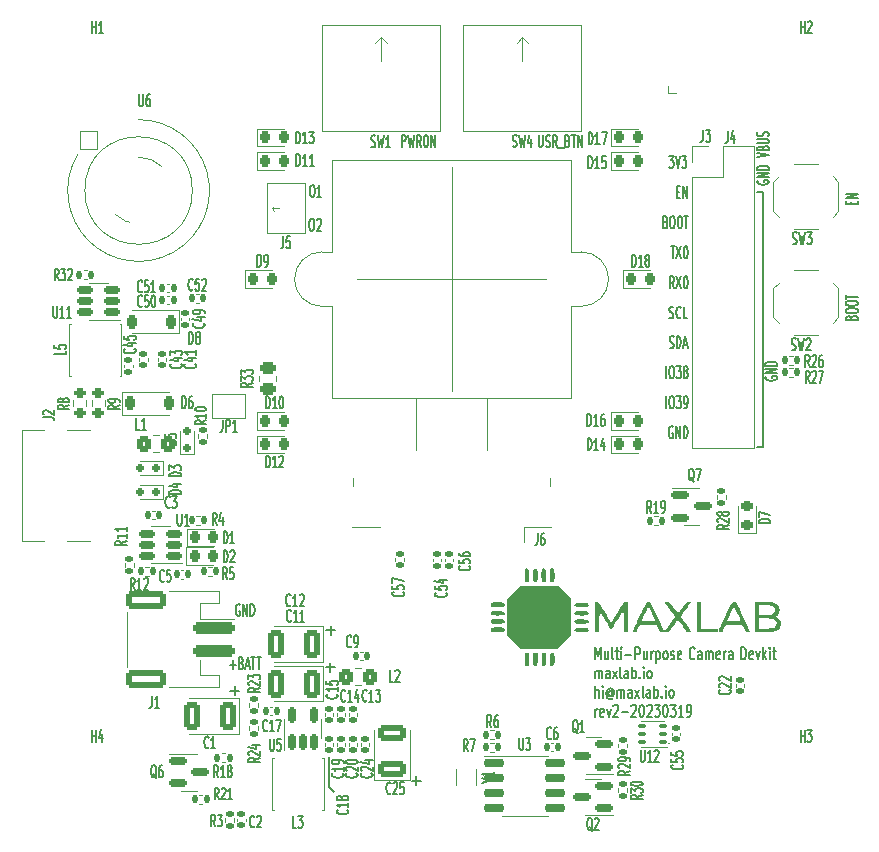
<source format=gto>
%TF.GenerationSoftware,KiCad,Pcbnew,(7.0.0)*%
%TF.CreationDate,2023-03-19T17:01:15-07:00*%
%TF.ProjectId,ai-camera-rev2,61692d63-616d-4657-9261-2d726576322e,rev2*%
%TF.SameCoordinates,PX5a995c0PY2aea540*%
%TF.FileFunction,Legend,Top*%
%TF.FilePolarity,Positive*%
%FSLAX46Y46*%
G04 Gerber Fmt 4.6, Leading zero omitted, Abs format (unit mm)*
G04 Created by KiCad (PCBNEW (7.0.0)) date 2023-03-19 17:01:15*
%MOMM*%
%LPD*%
G01*
G04 APERTURE LIST*
G04 Aperture macros list*
%AMRoundRect*
0 Rectangle with rounded corners*
0 $1 Rounding radius*
0 $2 $3 $4 $5 $6 $7 $8 $9 X,Y pos of 4 corners*
0 Add a 4 corners polygon primitive as box body*
4,1,4,$2,$3,$4,$5,$6,$7,$8,$9,$2,$3,0*
0 Add four circle primitives for the rounded corners*
1,1,$1+$1,$2,$3*
1,1,$1+$1,$4,$5*
1,1,$1+$1,$6,$7*
1,1,$1+$1,$8,$9*
0 Add four rect primitives between the rounded corners*
20,1,$1+$1,$2,$3,$4,$5,0*
20,1,$1+$1,$4,$5,$6,$7,0*
20,1,$1+$1,$6,$7,$8,$9,0*
20,1,$1+$1,$8,$9,$2,$3,0*%
%AMRotRect*
0 Rectangle, with rotation*
0 The origin of the aperture is its center*
0 $1 length*
0 $2 width*
0 $3 Rotation angle, in degrees counterclockwise*
0 Add horizontal line*
21,1,$1,$2,0,0,$3*%
G04 Aperture macros list end*
%ADD10C,0.177800*%
%ADD11C,0.150000*%
%ADD12C,0.120000*%
%ADD13C,0.200000*%
%ADD14C,0.100000*%
%ADD15RoundRect,0.140000X0.170000X-0.140000X0.170000X0.140000X-0.170000X0.140000X-0.170000X-0.140000X0*%
%ADD16RoundRect,0.140000X-0.140000X-0.170000X0.140000X-0.170000X0.140000X0.170000X-0.140000X0.170000X0*%
%ADD17RoundRect,0.075000X0.250000X0.075000X-0.250000X0.075000X-0.250000X-0.075000X0.250000X-0.075000X0*%
%ADD18C,3.600000*%
%ADD19C,6.400000*%
%ADD20RoundRect,0.150000X-0.725000X-0.150000X0.725000X-0.150000X0.725000X0.150000X-0.725000X0.150000X0*%
%ADD21R,3.700000X1.100000*%
%ADD22RoundRect,0.140000X-0.170000X0.140000X-0.170000X-0.140000X0.170000X-0.140000X0.170000X0.140000X0*%
%ADD23RoundRect,0.200000X0.275000X-0.200000X0.275000X0.200000X-0.275000X0.200000X-0.275000X-0.200000X0*%
%ADD24C,4.000000*%
%ADD25RoundRect,0.135000X0.135000X0.185000X-0.135000X0.185000X-0.135000X-0.185000X0.135000X-0.185000X0*%
%ADD26RoundRect,0.150000X-0.150000X-0.200000X0.150000X-0.200000X0.150000X0.200000X-0.150000X0.200000X0*%
%ADD27R,1.000000X1.700000*%
%ADD28R,1.800000X1.000000*%
%ADD29RoundRect,0.250000X-0.325000X-0.450000X0.325000X-0.450000X0.325000X0.450000X-0.325000X0.450000X0*%
%ADD30RoundRect,0.218750X0.256250X-0.218750X0.256250X0.218750X-0.256250X0.218750X-0.256250X-0.218750X0*%
%ADD31RoundRect,0.135000X-0.135000X-0.185000X0.135000X-0.185000X0.135000X0.185000X-0.135000X0.185000X0*%
%ADD32RoundRect,0.218750X-0.218750X-0.256250X0.218750X-0.256250X0.218750X0.256250X-0.218750X0.256250X0*%
%ADD33RoundRect,0.250000X0.412500X0.925000X-0.412500X0.925000X-0.412500X-0.925000X0.412500X-0.925000X0*%
%ADD34RoundRect,0.135000X0.185000X-0.135000X0.185000X0.135000X-0.185000X0.135000X-0.185000X-0.135000X0*%
%ADD35C,1.700000*%
%ADD36RoundRect,0.135000X-0.185000X0.135000X-0.185000X-0.135000X0.185000X-0.135000X0.185000X0.135000X0*%
%ADD37RoundRect,0.250000X-1.500000X0.250000X-1.500000X-0.250000X1.500000X-0.250000X1.500000X0.250000X0*%
%ADD38RoundRect,0.250001X-1.449999X0.499999X-1.449999X-0.499999X1.449999X-0.499999X1.449999X0.499999X0*%
%ADD39RoundRect,0.250000X0.325000X0.450000X-0.325000X0.450000X-0.325000X-0.450000X0.325000X-0.450000X0*%
%ADD40R,1.000000X1.500000*%
%ADD41RoundRect,0.150000X0.512500X0.150000X-0.512500X0.150000X-0.512500X-0.150000X0.512500X-0.150000X0*%
%ADD42R,0.300000X1.300000*%
%ADD43R,1.600000X2.000000*%
%ADD44RoundRect,0.150000X0.587500X0.150000X-0.587500X0.150000X-0.587500X-0.150000X0.587500X-0.150000X0*%
%ADD45RoundRect,0.150000X-0.200000X0.150000X-0.200000X-0.150000X0.200000X-0.150000X0.200000X0.150000X0*%
%ADD46RoundRect,0.225000X0.225000X0.375000X-0.225000X0.375000X-0.225000X-0.375000X0.225000X-0.375000X0*%
%ADD47C,0.800000*%
%ADD48RotRect,1.524000X1.524000X45.000000*%
%ADD49C,1.524000*%
%ADD50RoundRect,0.150000X0.150000X-0.512500X0.150000X0.512500X-0.150000X0.512500X-0.150000X-0.512500X0*%
%ADD51R,1.700000X1.700000*%
%ADD52O,1.700000X1.700000*%
%ADD53RoundRect,0.225000X-0.225000X-0.375000X0.225000X-0.375000X0.225000X0.375000X-0.225000X0.375000X0*%
%ADD54RoundRect,0.140000X0.140000X0.170000X-0.140000X0.170000X-0.140000X-0.170000X0.140000X-0.170000X0*%
%ADD55RoundRect,0.150000X-0.587500X-0.150000X0.587500X-0.150000X0.587500X0.150000X-0.587500X0.150000X0*%
%ADD56C,0.650000*%
%ADD57R,1.450000X0.600000*%
%ADD58R,1.450000X0.300000*%
%ADD59O,2.100000X1.000000*%
%ADD60O,1.600000X1.000000*%
%ADD61RoundRect,0.250000X0.925000X-0.412500X0.925000X0.412500X-0.925000X0.412500X-0.925000X-0.412500X0*%
%ADD62RoundRect,0.250000X0.450000X-0.262500X0.450000X0.262500X-0.450000X0.262500X-0.450000X-0.262500X0*%
%ADD63C,2.374900*%
%ADD64C,0.990600*%
%ADD65C,0.787400*%
%ADD66C,0.600000*%
G04 APERTURE END LIST*
D10*
X61388000Y-14600000D02*
X61388000Y-36200000D01*
X60880000Y-36200000D02*
X61388000Y-36200000D01*
X60846000Y-14600000D02*
X61354000Y-14600000D01*
X24630000Y-65030000D02*
X24630000Y-62470000D01*
X25050000Y-65450000D02*
X24630000Y-65030000D01*
D11*
X68851571Y-25259427D02*
X68899190Y-25173713D01*
X68899190Y-25173713D02*
X68946809Y-25145142D01*
X68946809Y-25145142D02*
X69042047Y-25116570D01*
X69042047Y-25116570D02*
X69184904Y-25116570D01*
X69184904Y-25116570D02*
X69280142Y-25145142D01*
X69280142Y-25145142D02*
X69327761Y-25173713D01*
X69327761Y-25173713D02*
X69375380Y-25230856D01*
X69375380Y-25230856D02*
X69375380Y-25459427D01*
X69375380Y-25459427D02*
X68375380Y-25459427D01*
X68375380Y-25459427D02*
X68375380Y-25259427D01*
X68375380Y-25259427D02*
X68423000Y-25202285D01*
X68423000Y-25202285D02*
X68470619Y-25173713D01*
X68470619Y-25173713D02*
X68565857Y-25145142D01*
X68565857Y-25145142D02*
X68661095Y-25145142D01*
X68661095Y-25145142D02*
X68756333Y-25173713D01*
X68756333Y-25173713D02*
X68803952Y-25202285D01*
X68803952Y-25202285D02*
X68851571Y-25259427D01*
X68851571Y-25259427D02*
X68851571Y-25459427D01*
X68375380Y-24745142D02*
X68375380Y-24630856D01*
X68375380Y-24630856D02*
X68423000Y-24573713D01*
X68423000Y-24573713D02*
X68518238Y-24516570D01*
X68518238Y-24516570D02*
X68708714Y-24487999D01*
X68708714Y-24487999D02*
X69042047Y-24487999D01*
X69042047Y-24487999D02*
X69232523Y-24516570D01*
X69232523Y-24516570D02*
X69327761Y-24573713D01*
X69327761Y-24573713D02*
X69375380Y-24630856D01*
X69375380Y-24630856D02*
X69375380Y-24745142D01*
X69375380Y-24745142D02*
X69327761Y-24802285D01*
X69327761Y-24802285D02*
X69232523Y-24859427D01*
X69232523Y-24859427D02*
X69042047Y-24887999D01*
X69042047Y-24887999D02*
X68708714Y-24887999D01*
X68708714Y-24887999D02*
X68518238Y-24859427D01*
X68518238Y-24859427D02*
X68423000Y-24802285D01*
X68423000Y-24802285D02*
X68375380Y-24745142D01*
X68375380Y-24116571D02*
X68375380Y-24002285D01*
X68375380Y-24002285D02*
X68423000Y-23945142D01*
X68423000Y-23945142D02*
X68518238Y-23887999D01*
X68518238Y-23887999D02*
X68708714Y-23859428D01*
X68708714Y-23859428D02*
X69042047Y-23859428D01*
X69042047Y-23859428D02*
X69232523Y-23887999D01*
X69232523Y-23887999D02*
X69327761Y-23945142D01*
X69327761Y-23945142D02*
X69375380Y-24002285D01*
X69375380Y-24002285D02*
X69375380Y-24116571D01*
X69375380Y-24116571D02*
X69327761Y-24173714D01*
X69327761Y-24173714D02*
X69232523Y-24230856D01*
X69232523Y-24230856D02*
X69042047Y-24259428D01*
X69042047Y-24259428D02*
X68708714Y-24259428D01*
X68708714Y-24259428D02*
X68518238Y-24230856D01*
X68518238Y-24230856D02*
X68423000Y-24173714D01*
X68423000Y-24173714D02*
X68375380Y-24116571D01*
X68375380Y-23688000D02*
X68375380Y-23345143D01*
X69375380Y-23516571D02*
X68375380Y-23516571D01*
X53466570Y-27799761D02*
X53552285Y-27847380D01*
X53552285Y-27847380D02*
X53695142Y-27847380D01*
X53695142Y-27847380D02*
X53752285Y-27799761D01*
X53752285Y-27799761D02*
X53780856Y-27752142D01*
X53780856Y-27752142D02*
X53809427Y-27656904D01*
X53809427Y-27656904D02*
X53809427Y-27561666D01*
X53809427Y-27561666D02*
X53780856Y-27466428D01*
X53780856Y-27466428D02*
X53752285Y-27418809D01*
X53752285Y-27418809D02*
X53695142Y-27371190D01*
X53695142Y-27371190D02*
X53580856Y-27323571D01*
X53580856Y-27323571D02*
X53523713Y-27275952D01*
X53523713Y-27275952D02*
X53495142Y-27228333D01*
X53495142Y-27228333D02*
X53466570Y-27133095D01*
X53466570Y-27133095D02*
X53466570Y-27037857D01*
X53466570Y-27037857D02*
X53495142Y-26942619D01*
X53495142Y-26942619D02*
X53523713Y-26895000D01*
X53523713Y-26895000D02*
X53580856Y-26847380D01*
X53580856Y-26847380D02*
X53723713Y-26847380D01*
X53723713Y-26847380D02*
X53809427Y-26895000D01*
X54066571Y-27847380D02*
X54066571Y-26847380D01*
X54066571Y-26847380D02*
X54209428Y-26847380D01*
X54209428Y-26847380D02*
X54295142Y-26895000D01*
X54295142Y-26895000D02*
X54352285Y-26990238D01*
X54352285Y-26990238D02*
X54380856Y-27085476D01*
X54380856Y-27085476D02*
X54409428Y-27275952D01*
X54409428Y-27275952D02*
X54409428Y-27418809D01*
X54409428Y-27418809D02*
X54380856Y-27609285D01*
X54380856Y-27609285D02*
X54352285Y-27704523D01*
X54352285Y-27704523D02*
X54295142Y-27799761D01*
X54295142Y-27799761D02*
X54209428Y-27847380D01*
X54209428Y-27847380D02*
X54066571Y-27847380D01*
X54637999Y-27561666D02*
X54923714Y-27561666D01*
X54580856Y-27847380D02*
X54780856Y-26847380D01*
X54780856Y-26847380D02*
X54980856Y-27847380D01*
X53428570Y-11567380D02*
X53799998Y-11567380D01*
X53799998Y-11567380D02*
X53599998Y-11948333D01*
X53599998Y-11948333D02*
X53685713Y-11948333D01*
X53685713Y-11948333D02*
X53742856Y-11995952D01*
X53742856Y-11995952D02*
X53771427Y-12043571D01*
X53771427Y-12043571D02*
X53799998Y-12138809D01*
X53799998Y-12138809D02*
X53799998Y-12376904D01*
X53799998Y-12376904D02*
X53771427Y-12472142D01*
X53771427Y-12472142D02*
X53742856Y-12519761D01*
X53742856Y-12519761D02*
X53685713Y-12567380D01*
X53685713Y-12567380D02*
X53514284Y-12567380D01*
X53514284Y-12567380D02*
X53457141Y-12519761D01*
X53457141Y-12519761D02*
X53428570Y-12472142D01*
X53971427Y-11567380D02*
X54171427Y-12567380D01*
X54171427Y-12567380D02*
X54371427Y-11567380D01*
X54514285Y-11567380D02*
X54885713Y-11567380D01*
X54885713Y-11567380D02*
X54685713Y-11948333D01*
X54685713Y-11948333D02*
X54771428Y-11948333D01*
X54771428Y-11948333D02*
X54828571Y-11995952D01*
X54828571Y-11995952D02*
X54857142Y-12043571D01*
X54857142Y-12043571D02*
X54885713Y-12138809D01*
X54885713Y-12138809D02*
X54885713Y-12376904D01*
X54885713Y-12376904D02*
X54857142Y-12472142D01*
X54857142Y-12472142D02*
X54828571Y-12519761D01*
X54828571Y-12519761D02*
X54771428Y-12567380D01*
X54771428Y-12567380D02*
X54599999Y-12567380D01*
X54599999Y-12567380D02*
X54542856Y-12519761D01*
X54542856Y-12519761D02*
X54514285Y-12472142D01*
X60915000Y-13657142D02*
X60867380Y-13714285D01*
X60867380Y-13714285D02*
X60867380Y-13799999D01*
X60867380Y-13799999D02*
X60915000Y-13885713D01*
X60915000Y-13885713D02*
X61010238Y-13942856D01*
X61010238Y-13942856D02*
X61105476Y-13971427D01*
X61105476Y-13971427D02*
X61295952Y-13999999D01*
X61295952Y-13999999D02*
X61438809Y-13999999D01*
X61438809Y-13999999D02*
X61629285Y-13971427D01*
X61629285Y-13971427D02*
X61724523Y-13942856D01*
X61724523Y-13942856D02*
X61819761Y-13885713D01*
X61819761Y-13885713D02*
X61867380Y-13799999D01*
X61867380Y-13799999D02*
X61867380Y-13742856D01*
X61867380Y-13742856D02*
X61819761Y-13657142D01*
X61819761Y-13657142D02*
X61772142Y-13628570D01*
X61772142Y-13628570D02*
X61438809Y-13628570D01*
X61438809Y-13628570D02*
X61438809Y-13742856D01*
X61867380Y-13371427D02*
X60867380Y-13371427D01*
X60867380Y-13371427D02*
X61867380Y-13028570D01*
X61867380Y-13028570D02*
X60867380Y-13028570D01*
X61867380Y-12742856D02*
X60867380Y-12742856D01*
X60867380Y-12742856D02*
X60867380Y-12599999D01*
X60867380Y-12599999D02*
X60915000Y-12514285D01*
X60915000Y-12514285D02*
X61010238Y-12457142D01*
X61010238Y-12457142D02*
X61105476Y-12428571D01*
X61105476Y-12428571D02*
X61295952Y-12399999D01*
X61295952Y-12399999D02*
X61438809Y-12399999D01*
X61438809Y-12399999D02*
X61629285Y-12428571D01*
X61629285Y-12428571D02*
X61724523Y-12457142D01*
X61724523Y-12457142D02*
X61819761Y-12514285D01*
X61819761Y-12514285D02*
X61867380Y-12599999D01*
X61867380Y-12599999D02*
X61867380Y-12742856D01*
X54071429Y-14623571D02*
X54271429Y-14623571D01*
X54357143Y-15147380D02*
X54071429Y-15147380D01*
X54071429Y-15147380D02*
X54071429Y-14147380D01*
X54071429Y-14147380D02*
X54357143Y-14147380D01*
X54614286Y-15147380D02*
X54614286Y-14147380D01*
X54614286Y-14147380D02*
X54957143Y-15147380D01*
X54957143Y-15147380D02*
X54957143Y-14147380D01*
X23107142Y-16892380D02*
X23221428Y-16892380D01*
X23221428Y-16892380D02*
X23278571Y-16940000D01*
X23278571Y-16940000D02*
X23335714Y-17035238D01*
X23335714Y-17035238D02*
X23364285Y-17225714D01*
X23364285Y-17225714D02*
X23364285Y-17559047D01*
X23364285Y-17559047D02*
X23335714Y-17749523D01*
X23335714Y-17749523D02*
X23278571Y-17844761D01*
X23278571Y-17844761D02*
X23221428Y-17892380D01*
X23221428Y-17892380D02*
X23107142Y-17892380D01*
X23107142Y-17892380D02*
X23050000Y-17844761D01*
X23050000Y-17844761D02*
X22992857Y-17749523D01*
X22992857Y-17749523D02*
X22964285Y-17559047D01*
X22964285Y-17559047D02*
X22964285Y-17225714D01*
X22964285Y-17225714D02*
X22992857Y-17035238D01*
X22992857Y-17035238D02*
X23050000Y-16940000D01*
X23050000Y-16940000D02*
X23107142Y-16892380D01*
X23592856Y-16987619D02*
X23621428Y-16940000D01*
X23621428Y-16940000D02*
X23678571Y-16892380D01*
X23678571Y-16892380D02*
X23821428Y-16892380D01*
X23821428Y-16892380D02*
X23878571Y-16940000D01*
X23878571Y-16940000D02*
X23907142Y-16987619D01*
X23907142Y-16987619D02*
X23935713Y-17082857D01*
X23935713Y-17082857D02*
X23935713Y-17178095D01*
X23935713Y-17178095D02*
X23907142Y-17320952D01*
X23907142Y-17320952D02*
X23564285Y-17892380D01*
X23564285Y-17892380D02*
X23935713Y-17892380D01*
X60867380Y-11700000D02*
X61867380Y-11500000D01*
X61867380Y-11500000D02*
X60867380Y-11300000D01*
X61343571Y-10899999D02*
X61391190Y-10814285D01*
X61391190Y-10814285D02*
X61438809Y-10785714D01*
X61438809Y-10785714D02*
X61534047Y-10757142D01*
X61534047Y-10757142D02*
X61676904Y-10757142D01*
X61676904Y-10757142D02*
X61772142Y-10785714D01*
X61772142Y-10785714D02*
X61819761Y-10814285D01*
X61819761Y-10814285D02*
X61867380Y-10871428D01*
X61867380Y-10871428D02*
X61867380Y-11099999D01*
X61867380Y-11099999D02*
X60867380Y-11099999D01*
X60867380Y-11099999D02*
X60867380Y-10899999D01*
X60867380Y-10899999D02*
X60915000Y-10842857D01*
X60915000Y-10842857D02*
X60962619Y-10814285D01*
X60962619Y-10814285D02*
X61057857Y-10785714D01*
X61057857Y-10785714D02*
X61153095Y-10785714D01*
X61153095Y-10785714D02*
X61248333Y-10814285D01*
X61248333Y-10814285D02*
X61295952Y-10842857D01*
X61295952Y-10842857D02*
X61343571Y-10899999D01*
X61343571Y-10899999D02*
X61343571Y-11099999D01*
X60867380Y-10499999D02*
X61676904Y-10499999D01*
X61676904Y-10499999D02*
X61772142Y-10471428D01*
X61772142Y-10471428D02*
X61819761Y-10442857D01*
X61819761Y-10442857D02*
X61867380Y-10385714D01*
X61867380Y-10385714D02*
X61867380Y-10271428D01*
X61867380Y-10271428D02*
X61819761Y-10214285D01*
X61819761Y-10214285D02*
X61772142Y-10185714D01*
X61772142Y-10185714D02*
X61676904Y-10157142D01*
X61676904Y-10157142D02*
X60867380Y-10157142D01*
X61819761Y-9900000D02*
X61867380Y-9814286D01*
X61867380Y-9814286D02*
X61867380Y-9671428D01*
X61867380Y-9671428D02*
X61819761Y-9614286D01*
X61819761Y-9614286D02*
X61772142Y-9585714D01*
X61772142Y-9585714D02*
X61676904Y-9557143D01*
X61676904Y-9557143D02*
X61581666Y-9557143D01*
X61581666Y-9557143D02*
X61486428Y-9585714D01*
X61486428Y-9585714D02*
X61438809Y-9614286D01*
X61438809Y-9614286D02*
X61391190Y-9671428D01*
X61391190Y-9671428D02*
X61343571Y-9785714D01*
X61343571Y-9785714D02*
X61295952Y-9842857D01*
X61295952Y-9842857D02*
X61248333Y-9871428D01*
X61248333Y-9871428D02*
X61153095Y-9900000D01*
X61153095Y-9900000D02*
X61057857Y-9900000D01*
X61057857Y-9900000D02*
X60962619Y-9871428D01*
X60962619Y-9871428D02*
X60915000Y-9842857D01*
X60915000Y-9842857D02*
X60867380Y-9785714D01*
X60867380Y-9785714D02*
X60867380Y-9642857D01*
X60867380Y-9642857D02*
X60915000Y-9557143D01*
X68851571Y-15680570D02*
X68851571Y-15480570D01*
X69375380Y-15394856D02*
X69375380Y-15680570D01*
X69375380Y-15680570D02*
X68375380Y-15680570D01*
X68375380Y-15680570D02*
X68375380Y-15394856D01*
X69375380Y-15137713D02*
X68375380Y-15137713D01*
X68375380Y-15137713D02*
X69375380Y-14794856D01*
X69375380Y-14794856D02*
X68375380Y-14794856D01*
X53185714Y-32927380D02*
X53185714Y-31927380D01*
X53585713Y-31927380D02*
X53699999Y-31927380D01*
X53699999Y-31927380D02*
X53757142Y-31975000D01*
X53757142Y-31975000D02*
X53814285Y-32070238D01*
X53814285Y-32070238D02*
X53842856Y-32260714D01*
X53842856Y-32260714D02*
X53842856Y-32594047D01*
X53842856Y-32594047D02*
X53814285Y-32784523D01*
X53814285Y-32784523D02*
X53757142Y-32879761D01*
X53757142Y-32879761D02*
X53699999Y-32927380D01*
X53699999Y-32927380D02*
X53585713Y-32927380D01*
X53585713Y-32927380D02*
X53528571Y-32879761D01*
X53528571Y-32879761D02*
X53471428Y-32784523D01*
X53471428Y-32784523D02*
X53442856Y-32594047D01*
X53442856Y-32594047D02*
X53442856Y-32260714D01*
X53442856Y-32260714D02*
X53471428Y-32070238D01*
X53471428Y-32070238D02*
X53528571Y-31975000D01*
X53528571Y-31975000D02*
X53585713Y-31927380D01*
X54042856Y-31927380D02*
X54414284Y-31927380D01*
X54414284Y-31927380D02*
X54214284Y-32308333D01*
X54214284Y-32308333D02*
X54299999Y-32308333D01*
X54299999Y-32308333D02*
X54357142Y-32355952D01*
X54357142Y-32355952D02*
X54385713Y-32403571D01*
X54385713Y-32403571D02*
X54414284Y-32498809D01*
X54414284Y-32498809D02*
X54414284Y-32736904D01*
X54414284Y-32736904D02*
X54385713Y-32832142D01*
X54385713Y-32832142D02*
X54357142Y-32879761D01*
X54357142Y-32879761D02*
X54299999Y-32927380D01*
X54299999Y-32927380D02*
X54128570Y-32927380D01*
X54128570Y-32927380D02*
X54071427Y-32879761D01*
X54071427Y-32879761D02*
X54042856Y-32832142D01*
X54699999Y-32927380D02*
X54814285Y-32927380D01*
X54814285Y-32927380D02*
X54871428Y-32879761D01*
X54871428Y-32879761D02*
X54899999Y-32832142D01*
X54899999Y-32832142D02*
X54957142Y-32689285D01*
X54957142Y-32689285D02*
X54985713Y-32498809D01*
X54985713Y-32498809D02*
X54985713Y-32117857D01*
X54985713Y-32117857D02*
X54957142Y-32022619D01*
X54957142Y-32022619D02*
X54928571Y-31975000D01*
X54928571Y-31975000D02*
X54871428Y-31927380D01*
X54871428Y-31927380D02*
X54757142Y-31927380D01*
X54757142Y-31927380D02*
X54699999Y-31975000D01*
X54699999Y-31975000D02*
X54671428Y-32022619D01*
X54671428Y-32022619D02*
X54642856Y-32117857D01*
X54642856Y-32117857D02*
X54642856Y-32355952D01*
X54642856Y-32355952D02*
X54671428Y-32451190D01*
X54671428Y-32451190D02*
X54699999Y-32498809D01*
X54699999Y-32498809D02*
X54757142Y-32546428D01*
X54757142Y-32546428D02*
X54871428Y-32546428D01*
X54871428Y-32546428D02*
X54928571Y-32498809D01*
X54928571Y-32498809D02*
X54957142Y-32451190D01*
X54957142Y-32451190D02*
X54985713Y-32355952D01*
X53445142Y-25276761D02*
X53530857Y-25324380D01*
X53530857Y-25324380D02*
X53673714Y-25324380D01*
X53673714Y-25324380D02*
X53730857Y-25276761D01*
X53730857Y-25276761D02*
X53759428Y-25229142D01*
X53759428Y-25229142D02*
X53787999Y-25133904D01*
X53787999Y-25133904D02*
X53787999Y-25038666D01*
X53787999Y-25038666D02*
X53759428Y-24943428D01*
X53759428Y-24943428D02*
X53730857Y-24895809D01*
X53730857Y-24895809D02*
X53673714Y-24848190D01*
X53673714Y-24848190D02*
X53559428Y-24800571D01*
X53559428Y-24800571D02*
X53502285Y-24752952D01*
X53502285Y-24752952D02*
X53473714Y-24705333D01*
X53473714Y-24705333D02*
X53445142Y-24610095D01*
X53445142Y-24610095D02*
X53445142Y-24514857D01*
X53445142Y-24514857D02*
X53473714Y-24419619D01*
X53473714Y-24419619D02*
X53502285Y-24372000D01*
X53502285Y-24372000D02*
X53559428Y-24324380D01*
X53559428Y-24324380D02*
X53702285Y-24324380D01*
X53702285Y-24324380D02*
X53787999Y-24372000D01*
X54388000Y-25229142D02*
X54359428Y-25276761D01*
X54359428Y-25276761D02*
X54273714Y-25324380D01*
X54273714Y-25324380D02*
X54216571Y-25324380D01*
X54216571Y-25324380D02*
X54130857Y-25276761D01*
X54130857Y-25276761D02*
X54073714Y-25181523D01*
X54073714Y-25181523D02*
X54045143Y-25086285D01*
X54045143Y-25086285D02*
X54016571Y-24895809D01*
X54016571Y-24895809D02*
X54016571Y-24752952D01*
X54016571Y-24752952D02*
X54045143Y-24562476D01*
X54045143Y-24562476D02*
X54073714Y-24467238D01*
X54073714Y-24467238D02*
X54130857Y-24372000D01*
X54130857Y-24372000D02*
X54216571Y-24324380D01*
X54216571Y-24324380D02*
X54273714Y-24324380D01*
X54273714Y-24324380D02*
X54359428Y-24372000D01*
X54359428Y-24372000D02*
X54388000Y-24419619D01*
X54930857Y-25324380D02*
X54645143Y-25324380D01*
X54645143Y-25324380D02*
X54645143Y-24324380D01*
X61615000Y-30257142D02*
X61567380Y-30314285D01*
X61567380Y-30314285D02*
X61567380Y-30399999D01*
X61567380Y-30399999D02*
X61615000Y-30485713D01*
X61615000Y-30485713D02*
X61710238Y-30542856D01*
X61710238Y-30542856D02*
X61805476Y-30571427D01*
X61805476Y-30571427D02*
X61995952Y-30599999D01*
X61995952Y-30599999D02*
X62138809Y-30599999D01*
X62138809Y-30599999D02*
X62329285Y-30571427D01*
X62329285Y-30571427D02*
X62424523Y-30542856D01*
X62424523Y-30542856D02*
X62519761Y-30485713D01*
X62519761Y-30485713D02*
X62567380Y-30399999D01*
X62567380Y-30399999D02*
X62567380Y-30342856D01*
X62567380Y-30342856D02*
X62519761Y-30257142D01*
X62519761Y-30257142D02*
X62472142Y-30228570D01*
X62472142Y-30228570D02*
X62138809Y-30228570D01*
X62138809Y-30228570D02*
X62138809Y-30342856D01*
X62567380Y-29971427D02*
X61567380Y-29971427D01*
X61567380Y-29971427D02*
X62567380Y-29628570D01*
X62567380Y-29628570D02*
X61567380Y-29628570D01*
X62567380Y-29342856D02*
X61567380Y-29342856D01*
X61567380Y-29342856D02*
X61567380Y-29199999D01*
X61567380Y-29199999D02*
X61615000Y-29114285D01*
X61615000Y-29114285D02*
X61710238Y-29057142D01*
X61710238Y-29057142D02*
X61805476Y-29028571D01*
X61805476Y-29028571D02*
X61995952Y-28999999D01*
X61995952Y-28999999D02*
X62138809Y-28999999D01*
X62138809Y-28999999D02*
X62329285Y-29028571D01*
X62329285Y-29028571D02*
X62424523Y-29057142D01*
X62424523Y-29057142D02*
X62519761Y-29114285D01*
X62519761Y-29114285D02*
X62567380Y-29199999D01*
X62567380Y-29199999D02*
X62567380Y-29342856D01*
X53128572Y-17163571D02*
X53214286Y-17211190D01*
X53214286Y-17211190D02*
X53242857Y-17258809D01*
X53242857Y-17258809D02*
X53271429Y-17354047D01*
X53271429Y-17354047D02*
X53271429Y-17496904D01*
X53271429Y-17496904D02*
X53242857Y-17592142D01*
X53242857Y-17592142D02*
X53214286Y-17639761D01*
X53214286Y-17639761D02*
X53157143Y-17687380D01*
X53157143Y-17687380D02*
X52928572Y-17687380D01*
X52928572Y-17687380D02*
X52928572Y-16687380D01*
X52928572Y-16687380D02*
X53128572Y-16687380D01*
X53128572Y-16687380D02*
X53185715Y-16735000D01*
X53185715Y-16735000D02*
X53214286Y-16782619D01*
X53214286Y-16782619D02*
X53242857Y-16877857D01*
X53242857Y-16877857D02*
X53242857Y-16973095D01*
X53242857Y-16973095D02*
X53214286Y-17068333D01*
X53214286Y-17068333D02*
X53185715Y-17115952D01*
X53185715Y-17115952D02*
X53128572Y-17163571D01*
X53128572Y-17163571D02*
X52928572Y-17163571D01*
X53642857Y-16687380D02*
X53757143Y-16687380D01*
X53757143Y-16687380D02*
X53814286Y-16735000D01*
X53814286Y-16735000D02*
X53871429Y-16830238D01*
X53871429Y-16830238D02*
X53900000Y-17020714D01*
X53900000Y-17020714D02*
X53900000Y-17354047D01*
X53900000Y-17354047D02*
X53871429Y-17544523D01*
X53871429Y-17544523D02*
X53814286Y-17639761D01*
X53814286Y-17639761D02*
X53757143Y-17687380D01*
X53757143Y-17687380D02*
X53642857Y-17687380D01*
X53642857Y-17687380D02*
X53585715Y-17639761D01*
X53585715Y-17639761D02*
X53528572Y-17544523D01*
X53528572Y-17544523D02*
X53500000Y-17354047D01*
X53500000Y-17354047D02*
X53500000Y-17020714D01*
X53500000Y-17020714D02*
X53528572Y-16830238D01*
X53528572Y-16830238D02*
X53585715Y-16735000D01*
X53585715Y-16735000D02*
X53642857Y-16687380D01*
X54271428Y-16687380D02*
X54385714Y-16687380D01*
X54385714Y-16687380D02*
X54442857Y-16735000D01*
X54442857Y-16735000D02*
X54500000Y-16830238D01*
X54500000Y-16830238D02*
X54528571Y-17020714D01*
X54528571Y-17020714D02*
X54528571Y-17354047D01*
X54528571Y-17354047D02*
X54500000Y-17544523D01*
X54500000Y-17544523D02*
X54442857Y-17639761D01*
X54442857Y-17639761D02*
X54385714Y-17687380D01*
X54385714Y-17687380D02*
X54271428Y-17687380D01*
X54271428Y-17687380D02*
X54214286Y-17639761D01*
X54214286Y-17639761D02*
X54157143Y-17544523D01*
X54157143Y-17544523D02*
X54128571Y-17354047D01*
X54128571Y-17354047D02*
X54128571Y-17020714D01*
X54128571Y-17020714D02*
X54157143Y-16830238D01*
X54157143Y-16830238D02*
X54214286Y-16735000D01*
X54214286Y-16735000D02*
X54271428Y-16687380D01*
X54699999Y-16687380D02*
X55042857Y-16687380D01*
X54871428Y-17687380D02*
X54871428Y-16687380D01*
X47166666Y-54187380D02*
X47166666Y-53187380D01*
X47166666Y-53187380D02*
X47400000Y-53901666D01*
X47400000Y-53901666D02*
X47633333Y-53187380D01*
X47633333Y-53187380D02*
X47633333Y-54187380D01*
X48266666Y-53520714D02*
X48266666Y-54187380D01*
X47966666Y-53520714D02*
X47966666Y-54044523D01*
X47966666Y-54044523D02*
X48000000Y-54139761D01*
X48000000Y-54139761D02*
X48066666Y-54187380D01*
X48066666Y-54187380D02*
X48166666Y-54187380D01*
X48166666Y-54187380D02*
X48233333Y-54139761D01*
X48233333Y-54139761D02*
X48266666Y-54092142D01*
X48699999Y-54187380D02*
X48633333Y-54139761D01*
X48633333Y-54139761D02*
X48599999Y-54044523D01*
X48599999Y-54044523D02*
X48599999Y-53187380D01*
X48866666Y-53520714D02*
X49133333Y-53520714D01*
X48966666Y-53187380D02*
X48966666Y-54044523D01*
X48966666Y-54044523D02*
X49000000Y-54139761D01*
X49000000Y-54139761D02*
X49066666Y-54187380D01*
X49066666Y-54187380D02*
X49133333Y-54187380D01*
X49366666Y-54187380D02*
X49366666Y-53520714D01*
X49366666Y-53187380D02*
X49333333Y-53235000D01*
X49333333Y-53235000D02*
X49366666Y-53282619D01*
X49366666Y-53282619D02*
X49400000Y-53235000D01*
X49400000Y-53235000D02*
X49366666Y-53187380D01*
X49366666Y-53187380D02*
X49366666Y-53282619D01*
X49699999Y-53806428D02*
X50233333Y-53806428D01*
X50566666Y-54187380D02*
X50566666Y-53187380D01*
X50566666Y-53187380D02*
X50833333Y-53187380D01*
X50833333Y-53187380D02*
X50900000Y-53235000D01*
X50900000Y-53235000D02*
X50933333Y-53282619D01*
X50933333Y-53282619D02*
X50966666Y-53377857D01*
X50966666Y-53377857D02*
X50966666Y-53520714D01*
X50966666Y-53520714D02*
X50933333Y-53615952D01*
X50933333Y-53615952D02*
X50900000Y-53663571D01*
X50900000Y-53663571D02*
X50833333Y-53711190D01*
X50833333Y-53711190D02*
X50566666Y-53711190D01*
X51566666Y-53520714D02*
X51566666Y-54187380D01*
X51266666Y-53520714D02*
X51266666Y-54044523D01*
X51266666Y-54044523D02*
X51300000Y-54139761D01*
X51300000Y-54139761D02*
X51366666Y-54187380D01*
X51366666Y-54187380D02*
X51466666Y-54187380D01*
X51466666Y-54187380D02*
X51533333Y-54139761D01*
X51533333Y-54139761D02*
X51566666Y-54092142D01*
X51899999Y-54187380D02*
X51899999Y-53520714D01*
X51899999Y-53711190D02*
X51933333Y-53615952D01*
X51933333Y-53615952D02*
X51966666Y-53568333D01*
X51966666Y-53568333D02*
X52033333Y-53520714D01*
X52033333Y-53520714D02*
X52099999Y-53520714D01*
X52333332Y-53520714D02*
X52333332Y-54520714D01*
X52333332Y-53568333D02*
X52399999Y-53520714D01*
X52399999Y-53520714D02*
X52533332Y-53520714D01*
X52533332Y-53520714D02*
X52599999Y-53568333D01*
X52599999Y-53568333D02*
X52633332Y-53615952D01*
X52633332Y-53615952D02*
X52666666Y-53711190D01*
X52666666Y-53711190D02*
X52666666Y-53996904D01*
X52666666Y-53996904D02*
X52633332Y-54092142D01*
X52633332Y-54092142D02*
X52599999Y-54139761D01*
X52599999Y-54139761D02*
X52533332Y-54187380D01*
X52533332Y-54187380D02*
X52399999Y-54187380D01*
X52399999Y-54187380D02*
X52333332Y-54139761D01*
X53066665Y-54187380D02*
X52999999Y-54139761D01*
X52999999Y-54139761D02*
X52966665Y-54092142D01*
X52966665Y-54092142D02*
X52933332Y-53996904D01*
X52933332Y-53996904D02*
X52933332Y-53711190D01*
X52933332Y-53711190D02*
X52966665Y-53615952D01*
X52966665Y-53615952D02*
X52999999Y-53568333D01*
X52999999Y-53568333D02*
X53066665Y-53520714D01*
X53066665Y-53520714D02*
X53166665Y-53520714D01*
X53166665Y-53520714D02*
X53233332Y-53568333D01*
X53233332Y-53568333D02*
X53266665Y-53615952D01*
X53266665Y-53615952D02*
X53299999Y-53711190D01*
X53299999Y-53711190D02*
X53299999Y-53996904D01*
X53299999Y-53996904D02*
X53266665Y-54092142D01*
X53266665Y-54092142D02*
X53233332Y-54139761D01*
X53233332Y-54139761D02*
X53166665Y-54187380D01*
X53166665Y-54187380D02*
X53066665Y-54187380D01*
X53566665Y-54139761D02*
X53633332Y-54187380D01*
X53633332Y-54187380D02*
X53766665Y-54187380D01*
X53766665Y-54187380D02*
X53833332Y-54139761D01*
X53833332Y-54139761D02*
X53866665Y-54044523D01*
X53866665Y-54044523D02*
X53866665Y-53996904D01*
X53866665Y-53996904D02*
X53833332Y-53901666D01*
X53833332Y-53901666D02*
X53766665Y-53854047D01*
X53766665Y-53854047D02*
X53666665Y-53854047D01*
X53666665Y-53854047D02*
X53599998Y-53806428D01*
X53599998Y-53806428D02*
X53566665Y-53711190D01*
X53566665Y-53711190D02*
X53566665Y-53663571D01*
X53566665Y-53663571D02*
X53599998Y-53568333D01*
X53599998Y-53568333D02*
X53666665Y-53520714D01*
X53666665Y-53520714D02*
X53766665Y-53520714D01*
X53766665Y-53520714D02*
X53833332Y-53568333D01*
X54433332Y-54139761D02*
X54366665Y-54187380D01*
X54366665Y-54187380D02*
X54233332Y-54187380D01*
X54233332Y-54187380D02*
X54166665Y-54139761D01*
X54166665Y-54139761D02*
X54133332Y-54044523D01*
X54133332Y-54044523D02*
X54133332Y-53663571D01*
X54133332Y-53663571D02*
X54166665Y-53568333D01*
X54166665Y-53568333D02*
X54233332Y-53520714D01*
X54233332Y-53520714D02*
X54366665Y-53520714D01*
X54366665Y-53520714D02*
X54433332Y-53568333D01*
X54433332Y-53568333D02*
X54466665Y-53663571D01*
X54466665Y-53663571D02*
X54466665Y-53758809D01*
X54466665Y-53758809D02*
X54133332Y-53854047D01*
X55586665Y-54092142D02*
X55553332Y-54139761D01*
X55553332Y-54139761D02*
X55453332Y-54187380D01*
X55453332Y-54187380D02*
X55386665Y-54187380D01*
X55386665Y-54187380D02*
X55286665Y-54139761D01*
X55286665Y-54139761D02*
X55219999Y-54044523D01*
X55219999Y-54044523D02*
X55186665Y-53949285D01*
X55186665Y-53949285D02*
X55153332Y-53758809D01*
X55153332Y-53758809D02*
X55153332Y-53615952D01*
X55153332Y-53615952D02*
X55186665Y-53425476D01*
X55186665Y-53425476D02*
X55219999Y-53330238D01*
X55219999Y-53330238D02*
X55286665Y-53235000D01*
X55286665Y-53235000D02*
X55386665Y-53187380D01*
X55386665Y-53187380D02*
X55453332Y-53187380D01*
X55453332Y-53187380D02*
X55553332Y-53235000D01*
X55553332Y-53235000D02*
X55586665Y-53282619D01*
X56186665Y-54187380D02*
X56186665Y-53663571D01*
X56186665Y-53663571D02*
X56153332Y-53568333D01*
X56153332Y-53568333D02*
X56086665Y-53520714D01*
X56086665Y-53520714D02*
X55953332Y-53520714D01*
X55953332Y-53520714D02*
X55886665Y-53568333D01*
X56186665Y-54139761D02*
X56119999Y-54187380D01*
X56119999Y-54187380D02*
X55953332Y-54187380D01*
X55953332Y-54187380D02*
X55886665Y-54139761D01*
X55886665Y-54139761D02*
X55853332Y-54044523D01*
X55853332Y-54044523D02*
X55853332Y-53949285D01*
X55853332Y-53949285D02*
X55886665Y-53854047D01*
X55886665Y-53854047D02*
X55953332Y-53806428D01*
X55953332Y-53806428D02*
X56119999Y-53806428D01*
X56119999Y-53806428D02*
X56186665Y-53758809D01*
X56519998Y-54187380D02*
X56519998Y-53520714D01*
X56519998Y-53615952D02*
X56553332Y-53568333D01*
X56553332Y-53568333D02*
X56619998Y-53520714D01*
X56619998Y-53520714D02*
X56719998Y-53520714D01*
X56719998Y-53520714D02*
X56786665Y-53568333D01*
X56786665Y-53568333D02*
X56819998Y-53663571D01*
X56819998Y-53663571D02*
X56819998Y-54187380D01*
X56819998Y-53663571D02*
X56853332Y-53568333D01*
X56853332Y-53568333D02*
X56919998Y-53520714D01*
X56919998Y-53520714D02*
X57019998Y-53520714D01*
X57019998Y-53520714D02*
X57086665Y-53568333D01*
X57086665Y-53568333D02*
X57119998Y-53663571D01*
X57119998Y-53663571D02*
X57119998Y-54187380D01*
X57719998Y-54139761D02*
X57653331Y-54187380D01*
X57653331Y-54187380D02*
X57519998Y-54187380D01*
X57519998Y-54187380D02*
X57453331Y-54139761D01*
X57453331Y-54139761D02*
X57419998Y-54044523D01*
X57419998Y-54044523D02*
X57419998Y-53663571D01*
X57419998Y-53663571D02*
X57453331Y-53568333D01*
X57453331Y-53568333D02*
X57519998Y-53520714D01*
X57519998Y-53520714D02*
X57653331Y-53520714D01*
X57653331Y-53520714D02*
X57719998Y-53568333D01*
X57719998Y-53568333D02*
X57753331Y-53663571D01*
X57753331Y-53663571D02*
X57753331Y-53758809D01*
X57753331Y-53758809D02*
X57419998Y-53854047D01*
X58053331Y-54187380D02*
X58053331Y-53520714D01*
X58053331Y-53711190D02*
X58086665Y-53615952D01*
X58086665Y-53615952D02*
X58119998Y-53568333D01*
X58119998Y-53568333D02*
X58186665Y-53520714D01*
X58186665Y-53520714D02*
X58253331Y-53520714D01*
X58786664Y-54187380D02*
X58786664Y-53663571D01*
X58786664Y-53663571D02*
X58753331Y-53568333D01*
X58753331Y-53568333D02*
X58686664Y-53520714D01*
X58686664Y-53520714D02*
X58553331Y-53520714D01*
X58553331Y-53520714D02*
X58486664Y-53568333D01*
X58786664Y-54139761D02*
X58719998Y-54187380D01*
X58719998Y-54187380D02*
X58553331Y-54187380D01*
X58553331Y-54187380D02*
X58486664Y-54139761D01*
X58486664Y-54139761D02*
X58453331Y-54044523D01*
X58453331Y-54044523D02*
X58453331Y-53949285D01*
X58453331Y-53949285D02*
X58486664Y-53854047D01*
X58486664Y-53854047D02*
X58553331Y-53806428D01*
X58553331Y-53806428D02*
X58719998Y-53806428D01*
X58719998Y-53806428D02*
X58786664Y-53758809D01*
X59539997Y-54187380D02*
X59539997Y-53187380D01*
X59539997Y-53187380D02*
X59706664Y-53187380D01*
X59706664Y-53187380D02*
X59806664Y-53235000D01*
X59806664Y-53235000D02*
X59873331Y-53330238D01*
X59873331Y-53330238D02*
X59906664Y-53425476D01*
X59906664Y-53425476D02*
X59939997Y-53615952D01*
X59939997Y-53615952D02*
X59939997Y-53758809D01*
X59939997Y-53758809D02*
X59906664Y-53949285D01*
X59906664Y-53949285D02*
X59873331Y-54044523D01*
X59873331Y-54044523D02*
X59806664Y-54139761D01*
X59806664Y-54139761D02*
X59706664Y-54187380D01*
X59706664Y-54187380D02*
X59539997Y-54187380D01*
X60506664Y-54139761D02*
X60439997Y-54187380D01*
X60439997Y-54187380D02*
X60306664Y-54187380D01*
X60306664Y-54187380D02*
X60239997Y-54139761D01*
X60239997Y-54139761D02*
X60206664Y-54044523D01*
X60206664Y-54044523D02*
X60206664Y-53663571D01*
X60206664Y-53663571D02*
X60239997Y-53568333D01*
X60239997Y-53568333D02*
X60306664Y-53520714D01*
X60306664Y-53520714D02*
X60439997Y-53520714D01*
X60439997Y-53520714D02*
X60506664Y-53568333D01*
X60506664Y-53568333D02*
X60539997Y-53663571D01*
X60539997Y-53663571D02*
X60539997Y-53758809D01*
X60539997Y-53758809D02*
X60206664Y-53854047D01*
X60773331Y-53520714D02*
X60939997Y-54187380D01*
X60939997Y-54187380D02*
X61106664Y-53520714D01*
X61373330Y-54187380D02*
X61373330Y-53187380D01*
X61439997Y-53806428D02*
X61639997Y-54187380D01*
X61639997Y-53520714D02*
X61373330Y-53901666D01*
X61939997Y-54187380D02*
X61939997Y-53520714D01*
X61939997Y-53187380D02*
X61906664Y-53235000D01*
X61906664Y-53235000D02*
X61939997Y-53282619D01*
X61939997Y-53282619D02*
X61973331Y-53235000D01*
X61973331Y-53235000D02*
X61939997Y-53187380D01*
X61939997Y-53187380D02*
X61939997Y-53282619D01*
X62173330Y-53520714D02*
X62439997Y-53520714D01*
X62273330Y-53187380D02*
X62273330Y-54044523D01*
X62273330Y-54044523D02*
X62306664Y-54139761D01*
X62306664Y-54139761D02*
X62373330Y-54187380D01*
X62373330Y-54187380D02*
X62439997Y-54187380D01*
X47166666Y-55807380D02*
X47166666Y-55140714D01*
X47166666Y-55235952D02*
X47200000Y-55188333D01*
X47200000Y-55188333D02*
X47266666Y-55140714D01*
X47266666Y-55140714D02*
X47366666Y-55140714D01*
X47366666Y-55140714D02*
X47433333Y-55188333D01*
X47433333Y-55188333D02*
X47466666Y-55283571D01*
X47466666Y-55283571D02*
X47466666Y-55807380D01*
X47466666Y-55283571D02*
X47500000Y-55188333D01*
X47500000Y-55188333D02*
X47566666Y-55140714D01*
X47566666Y-55140714D02*
X47666666Y-55140714D01*
X47666666Y-55140714D02*
X47733333Y-55188333D01*
X47733333Y-55188333D02*
X47766666Y-55283571D01*
X47766666Y-55283571D02*
X47766666Y-55807380D01*
X48399999Y-55807380D02*
X48399999Y-55283571D01*
X48399999Y-55283571D02*
X48366666Y-55188333D01*
X48366666Y-55188333D02*
X48299999Y-55140714D01*
X48299999Y-55140714D02*
X48166666Y-55140714D01*
X48166666Y-55140714D02*
X48099999Y-55188333D01*
X48399999Y-55759761D02*
X48333333Y-55807380D01*
X48333333Y-55807380D02*
X48166666Y-55807380D01*
X48166666Y-55807380D02*
X48099999Y-55759761D01*
X48099999Y-55759761D02*
X48066666Y-55664523D01*
X48066666Y-55664523D02*
X48066666Y-55569285D01*
X48066666Y-55569285D02*
X48099999Y-55474047D01*
X48099999Y-55474047D02*
X48166666Y-55426428D01*
X48166666Y-55426428D02*
X48333333Y-55426428D01*
X48333333Y-55426428D02*
X48399999Y-55378809D01*
X48666666Y-55807380D02*
X49033332Y-55140714D01*
X48666666Y-55140714D02*
X49033332Y-55807380D01*
X49399999Y-55807380D02*
X49333333Y-55759761D01*
X49333333Y-55759761D02*
X49299999Y-55664523D01*
X49299999Y-55664523D02*
X49299999Y-54807380D01*
X49966666Y-55807380D02*
X49966666Y-55283571D01*
X49966666Y-55283571D02*
X49933333Y-55188333D01*
X49933333Y-55188333D02*
X49866666Y-55140714D01*
X49866666Y-55140714D02*
X49733333Y-55140714D01*
X49733333Y-55140714D02*
X49666666Y-55188333D01*
X49966666Y-55759761D02*
X49900000Y-55807380D01*
X49900000Y-55807380D02*
X49733333Y-55807380D01*
X49733333Y-55807380D02*
X49666666Y-55759761D01*
X49666666Y-55759761D02*
X49633333Y-55664523D01*
X49633333Y-55664523D02*
X49633333Y-55569285D01*
X49633333Y-55569285D02*
X49666666Y-55474047D01*
X49666666Y-55474047D02*
X49733333Y-55426428D01*
X49733333Y-55426428D02*
X49900000Y-55426428D01*
X49900000Y-55426428D02*
X49966666Y-55378809D01*
X50299999Y-55807380D02*
X50299999Y-54807380D01*
X50299999Y-55188333D02*
X50366666Y-55140714D01*
X50366666Y-55140714D02*
X50499999Y-55140714D01*
X50499999Y-55140714D02*
X50566666Y-55188333D01*
X50566666Y-55188333D02*
X50599999Y-55235952D01*
X50599999Y-55235952D02*
X50633333Y-55331190D01*
X50633333Y-55331190D02*
X50633333Y-55616904D01*
X50633333Y-55616904D02*
X50599999Y-55712142D01*
X50599999Y-55712142D02*
X50566666Y-55759761D01*
X50566666Y-55759761D02*
X50499999Y-55807380D01*
X50499999Y-55807380D02*
X50366666Y-55807380D01*
X50366666Y-55807380D02*
X50299999Y-55759761D01*
X50933332Y-55712142D02*
X50966666Y-55759761D01*
X50966666Y-55759761D02*
X50933332Y-55807380D01*
X50933332Y-55807380D02*
X50899999Y-55759761D01*
X50899999Y-55759761D02*
X50933332Y-55712142D01*
X50933332Y-55712142D02*
X50933332Y-55807380D01*
X51266665Y-55807380D02*
X51266665Y-55140714D01*
X51266665Y-54807380D02*
X51233332Y-54855000D01*
X51233332Y-54855000D02*
X51266665Y-54902619D01*
X51266665Y-54902619D02*
X51299999Y-54855000D01*
X51299999Y-54855000D02*
X51266665Y-54807380D01*
X51266665Y-54807380D02*
X51266665Y-54902619D01*
X51699998Y-55807380D02*
X51633332Y-55759761D01*
X51633332Y-55759761D02*
X51599998Y-55712142D01*
X51599998Y-55712142D02*
X51566665Y-55616904D01*
X51566665Y-55616904D02*
X51566665Y-55331190D01*
X51566665Y-55331190D02*
X51599998Y-55235952D01*
X51599998Y-55235952D02*
X51633332Y-55188333D01*
X51633332Y-55188333D02*
X51699998Y-55140714D01*
X51699998Y-55140714D02*
X51799998Y-55140714D01*
X51799998Y-55140714D02*
X51866665Y-55188333D01*
X51866665Y-55188333D02*
X51899998Y-55235952D01*
X51899998Y-55235952D02*
X51933332Y-55331190D01*
X51933332Y-55331190D02*
X51933332Y-55616904D01*
X51933332Y-55616904D02*
X51899998Y-55712142D01*
X51899998Y-55712142D02*
X51866665Y-55759761D01*
X51866665Y-55759761D02*
X51799998Y-55807380D01*
X51799998Y-55807380D02*
X51699998Y-55807380D01*
X47166666Y-57427380D02*
X47166666Y-56427380D01*
X47466666Y-57427380D02*
X47466666Y-56903571D01*
X47466666Y-56903571D02*
X47433333Y-56808333D01*
X47433333Y-56808333D02*
X47366666Y-56760714D01*
X47366666Y-56760714D02*
X47266666Y-56760714D01*
X47266666Y-56760714D02*
X47200000Y-56808333D01*
X47200000Y-56808333D02*
X47166666Y-56855952D01*
X47799999Y-57427380D02*
X47799999Y-56760714D01*
X47799999Y-56427380D02*
X47766666Y-56475000D01*
X47766666Y-56475000D02*
X47799999Y-56522619D01*
X47799999Y-56522619D02*
X47833333Y-56475000D01*
X47833333Y-56475000D02*
X47799999Y-56427380D01*
X47799999Y-56427380D02*
X47799999Y-56522619D01*
X48566666Y-56951190D02*
X48533332Y-56903571D01*
X48533332Y-56903571D02*
X48466666Y-56855952D01*
X48466666Y-56855952D02*
X48399999Y-56855952D01*
X48399999Y-56855952D02*
X48333332Y-56903571D01*
X48333332Y-56903571D02*
X48299999Y-56951190D01*
X48299999Y-56951190D02*
X48266666Y-57046428D01*
X48266666Y-57046428D02*
X48266666Y-57141666D01*
X48266666Y-57141666D02*
X48299999Y-57236904D01*
X48299999Y-57236904D02*
X48333332Y-57284523D01*
X48333332Y-57284523D02*
X48399999Y-57332142D01*
X48399999Y-57332142D02*
X48466666Y-57332142D01*
X48466666Y-57332142D02*
X48533332Y-57284523D01*
X48533332Y-57284523D02*
X48566666Y-57236904D01*
X48566666Y-56855952D02*
X48566666Y-57236904D01*
X48566666Y-57236904D02*
X48599999Y-57284523D01*
X48599999Y-57284523D02*
X48633332Y-57284523D01*
X48633332Y-57284523D02*
X48699999Y-57236904D01*
X48699999Y-57236904D02*
X48733332Y-57141666D01*
X48733332Y-57141666D02*
X48733332Y-56903571D01*
X48733332Y-56903571D02*
X48666666Y-56760714D01*
X48666666Y-56760714D02*
X48566666Y-56665476D01*
X48566666Y-56665476D02*
X48433332Y-56617857D01*
X48433332Y-56617857D02*
X48299999Y-56665476D01*
X48299999Y-56665476D02*
X48199999Y-56760714D01*
X48199999Y-56760714D02*
X48133332Y-56903571D01*
X48133332Y-56903571D02*
X48099999Y-57094047D01*
X48099999Y-57094047D02*
X48133332Y-57284523D01*
X48133332Y-57284523D02*
X48199999Y-57427380D01*
X48199999Y-57427380D02*
X48299999Y-57522619D01*
X48299999Y-57522619D02*
X48433332Y-57570238D01*
X48433332Y-57570238D02*
X48566666Y-57522619D01*
X48566666Y-57522619D02*
X48666666Y-57427380D01*
X49033332Y-57427380D02*
X49033332Y-56760714D01*
X49033332Y-56855952D02*
X49066666Y-56808333D01*
X49066666Y-56808333D02*
X49133332Y-56760714D01*
X49133332Y-56760714D02*
X49233332Y-56760714D01*
X49233332Y-56760714D02*
X49299999Y-56808333D01*
X49299999Y-56808333D02*
X49333332Y-56903571D01*
X49333332Y-56903571D02*
X49333332Y-57427380D01*
X49333332Y-56903571D02*
X49366666Y-56808333D01*
X49366666Y-56808333D02*
X49433332Y-56760714D01*
X49433332Y-56760714D02*
X49533332Y-56760714D01*
X49533332Y-56760714D02*
X49599999Y-56808333D01*
X49599999Y-56808333D02*
X49633332Y-56903571D01*
X49633332Y-56903571D02*
X49633332Y-57427380D01*
X50266665Y-57427380D02*
X50266665Y-56903571D01*
X50266665Y-56903571D02*
X50233332Y-56808333D01*
X50233332Y-56808333D02*
X50166665Y-56760714D01*
X50166665Y-56760714D02*
X50033332Y-56760714D01*
X50033332Y-56760714D02*
X49966665Y-56808333D01*
X50266665Y-57379761D02*
X50199999Y-57427380D01*
X50199999Y-57427380D02*
X50033332Y-57427380D01*
X50033332Y-57427380D02*
X49966665Y-57379761D01*
X49966665Y-57379761D02*
X49933332Y-57284523D01*
X49933332Y-57284523D02*
X49933332Y-57189285D01*
X49933332Y-57189285D02*
X49966665Y-57094047D01*
X49966665Y-57094047D02*
X50033332Y-57046428D01*
X50033332Y-57046428D02*
X50199999Y-57046428D01*
X50199999Y-57046428D02*
X50266665Y-56998809D01*
X50533332Y-57427380D02*
X50899998Y-56760714D01*
X50533332Y-56760714D02*
X50899998Y-57427380D01*
X51266665Y-57427380D02*
X51199999Y-57379761D01*
X51199999Y-57379761D02*
X51166665Y-57284523D01*
X51166665Y-57284523D02*
X51166665Y-56427380D01*
X51833332Y-57427380D02*
X51833332Y-56903571D01*
X51833332Y-56903571D02*
X51799999Y-56808333D01*
X51799999Y-56808333D02*
X51733332Y-56760714D01*
X51733332Y-56760714D02*
X51599999Y-56760714D01*
X51599999Y-56760714D02*
X51533332Y-56808333D01*
X51833332Y-57379761D02*
X51766666Y-57427380D01*
X51766666Y-57427380D02*
X51599999Y-57427380D01*
X51599999Y-57427380D02*
X51533332Y-57379761D01*
X51533332Y-57379761D02*
X51499999Y-57284523D01*
X51499999Y-57284523D02*
X51499999Y-57189285D01*
X51499999Y-57189285D02*
X51533332Y-57094047D01*
X51533332Y-57094047D02*
X51599999Y-57046428D01*
X51599999Y-57046428D02*
X51766666Y-57046428D01*
X51766666Y-57046428D02*
X51833332Y-56998809D01*
X52166665Y-57427380D02*
X52166665Y-56427380D01*
X52166665Y-56808333D02*
X52233332Y-56760714D01*
X52233332Y-56760714D02*
X52366665Y-56760714D01*
X52366665Y-56760714D02*
X52433332Y-56808333D01*
X52433332Y-56808333D02*
X52466665Y-56855952D01*
X52466665Y-56855952D02*
X52499999Y-56951190D01*
X52499999Y-56951190D02*
X52499999Y-57236904D01*
X52499999Y-57236904D02*
X52466665Y-57332142D01*
X52466665Y-57332142D02*
X52433332Y-57379761D01*
X52433332Y-57379761D02*
X52366665Y-57427380D01*
X52366665Y-57427380D02*
X52233332Y-57427380D01*
X52233332Y-57427380D02*
X52166665Y-57379761D01*
X52799998Y-57332142D02*
X52833332Y-57379761D01*
X52833332Y-57379761D02*
X52799998Y-57427380D01*
X52799998Y-57427380D02*
X52766665Y-57379761D01*
X52766665Y-57379761D02*
X52799998Y-57332142D01*
X52799998Y-57332142D02*
X52799998Y-57427380D01*
X53133331Y-57427380D02*
X53133331Y-56760714D01*
X53133331Y-56427380D02*
X53099998Y-56475000D01*
X53099998Y-56475000D02*
X53133331Y-56522619D01*
X53133331Y-56522619D02*
X53166665Y-56475000D01*
X53166665Y-56475000D02*
X53133331Y-56427380D01*
X53133331Y-56427380D02*
X53133331Y-56522619D01*
X53566664Y-57427380D02*
X53499998Y-57379761D01*
X53499998Y-57379761D02*
X53466664Y-57332142D01*
X53466664Y-57332142D02*
X53433331Y-57236904D01*
X53433331Y-57236904D02*
X53433331Y-56951190D01*
X53433331Y-56951190D02*
X53466664Y-56855952D01*
X53466664Y-56855952D02*
X53499998Y-56808333D01*
X53499998Y-56808333D02*
X53566664Y-56760714D01*
X53566664Y-56760714D02*
X53666664Y-56760714D01*
X53666664Y-56760714D02*
X53733331Y-56808333D01*
X53733331Y-56808333D02*
X53766664Y-56855952D01*
X53766664Y-56855952D02*
X53799998Y-56951190D01*
X53799998Y-56951190D02*
X53799998Y-57236904D01*
X53799998Y-57236904D02*
X53766664Y-57332142D01*
X53766664Y-57332142D02*
X53733331Y-57379761D01*
X53733331Y-57379761D02*
X53666664Y-57427380D01*
X53666664Y-57427380D02*
X53566664Y-57427380D01*
X47166666Y-59047380D02*
X47166666Y-58380714D01*
X47166666Y-58571190D02*
X47200000Y-58475952D01*
X47200000Y-58475952D02*
X47233333Y-58428333D01*
X47233333Y-58428333D02*
X47300000Y-58380714D01*
X47300000Y-58380714D02*
X47366666Y-58380714D01*
X47866666Y-58999761D02*
X47799999Y-59047380D01*
X47799999Y-59047380D02*
X47666666Y-59047380D01*
X47666666Y-59047380D02*
X47599999Y-58999761D01*
X47599999Y-58999761D02*
X47566666Y-58904523D01*
X47566666Y-58904523D02*
X47566666Y-58523571D01*
X47566666Y-58523571D02*
X47599999Y-58428333D01*
X47599999Y-58428333D02*
X47666666Y-58380714D01*
X47666666Y-58380714D02*
X47799999Y-58380714D01*
X47799999Y-58380714D02*
X47866666Y-58428333D01*
X47866666Y-58428333D02*
X47899999Y-58523571D01*
X47899999Y-58523571D02*
X47899999Y-58618809D01*
X47899999Y-58618809D02*
X47566666Y-58714047D01*
X48133333Y-58380714D02*
X48299999Y-59047380D01*
X48299999Y-59047380D02*
X48466666Y-58380714D01*
X48699999Y-58142619D02*
X48733332Y-58095000D01*
X48733332Y-58095000D02*
X48799999Y-58047380D01*
X48799999Y-58047380D02*
X48966666Y-58047380D01*
X48966666Y-58047380D02*
X49033332Y-58095000D01*
X49033332Y-58095000D02*
X49066666Y-58142619D01*
X49066666Y-58142619D02*
X49099999Y-58237857D01*
X49099999Y-58237857D02*
X49099999Y-58333095D01*
X49099999Y-58333095D02*
X49066666Y-58475952D01*
X49066666Y-58475952D02*
X48666666Y-59047380D01*
X48666666Y-59047380D02*
X49099999Y-59047380D01*
X49399999Y-58666428D02*
X49933333Y-58666428D01*
X50233333Y-58142619D02*
X50266666Y-58095000D01*
X50266666Y-58095000D02*
X50333333Y-58047380D01*
X50333333Y-58047380D02*
X50500000Y-58047380D01*
X50500000Y-58047380D02*
X50566666Y-58095000D01*
X50566666Y-58095000D02*
X50600000Y-58142619D01*
X50600000Y-58142619D02*
X50633333Y-58237857D01*
X50633333Y-58237857D02*
X50633333Y-58333095D01*
X50633333Y-58333095D02*
X50600000Y-58475952D01*
X50600000Y-58475952D02*
X50200000Y-59047380D01*
X50200000Y-59047380D02*
X50633333Y-59047380D01*
X51066667Y-58047380D02*
X51133333Y-58047380D01*
X51133333Y-58047380D02*
X51200000Y-58095000D01*
X51200000Y-58095000D02*
X51233333Y-58142619D01*
X51233333Y-58142619D02*
X51266667Y-58237857D01*
X51266667Y-58237857D02*
X51300000Y-58428333D01*
X51300000Y-58428333D02*
X51300000Y-58666428D01*
X51300000Y-58666428D02*
X51266667Y-58856904D01*
X51266667Y-58856904D02*
X51233333Y-58952142D01*
X51233333Y-58952142D02*
X51200000Y-58999761D01*
X51200000Y-58999761D02*
X51133333Y-59047380D01*
X51133333Y-59047380D02*
X51066667Y-59047380D01*
X51066667Y-59047380D02*
X51000000Y-58999761D01*
X51000000Y-58999761D02*
X50966667Y-58952142D01*
X50966667Y-58952142D02*
X50933333Y-58856904D01*
X50933333Y-58856904D02*
X50900000Y-58666428D01*
X50900000Y-58666428D02*
X50900000Y-58428333D01*
X50900000Y-58428333D02*
X50933333Y-58237857D01*
X50933333Y-58237857D02*
X50966667Y-58142619D01*
X50966667Y-58142619D02*
X51000000Y-58095000D01*
X51000000Y-58095000D02*
X51066667Y-58047380D01*
X51566667Y-58142619D02*
X51600000Y-58095000D01*
X51600000Y-58095000D02*
X51666667Y-58047380D01*
X51666667Y-58047380D02*
X51833334Y-58047380D01*
X51833334Y-58047380D02*
X51900000Y-58095000D01*
X51900000Y-58095000D02*
X51933334Y-58142619D01*
X51933334Y-58142619D02*
X51966667Y-58237857D01*
X51966667Y-58237857D02*
X51966667Y-58333095D01*
X51966667Y-58333095D02*
X51933334Y-58475952D01*
X51933334Y-58475952D02*
X51533334Y-59047380D01*
X51533334Y-59047380D02*
X51966667Y-59047380D01*
X52200001Y-58047380D02*
X52633334Y-58047380D01*
X52633334Y-58047380D02*
X52400001Y-58428333D01*
X52400001Y-58428333D02*
X52500001Y-58428333D01*
X52500001Y-58428333D02*
X52566667Y-58475952D01*
X52566667Y-58475952D02*
X52600001Y-58523571D01*
X52600001Y-58523571D02*
X52633334Y-58618809D01*
X52633334Y-58618809D02*
X52633334Y-58856904D01*
X52633334Y-58856904D02*
X52600001Y-58952142D01*
X52600001Y-58952142D02*
X52566667Y-58999761D01*
X52566667Y-58999761D02*
X52500001Y-59047380D01*
X52500001Y-59047380D02*
X52300001Y-59047380D01*
X52300001Y-59047380D02*
X52233334Y-58999761D01*
X52233334Y-58999761D02*
X52200001Y-58952142D01*
X53066668Y-58047380D02*
X53133334Y-58047380D01*
X53133334Y-58047380D02*
X53200001Y-58095000D01*
X53200001Y-58095000D02*
X53233334Y-58142619D01*
X53233334Y-58142619D02*
X53266668Y-58237857D01*
X53266668Y-58237857D02*
X53300001Y-58428333D01*
X53300001Y-58428333D02*
X53300001Y-58666428D01*
X53300001Y-58666428D02*
X53266668Y-58856904D01*
X53266668Y-58856904D02*
X53233334Y-58952142D01*
X53233334Y-58952142D02*
X53200001Y-58999761D01*
X53200001Y-58999761D02*
X53133334Y-59047380D01*
X53133334Y-59047380D02*
X53066668Y-59047380D01*
X53066668Y-59047380D02*
X53000001Y-58999761D01*
X53000001Y-58999761D02*
X52966668Y-58952142D01*
X52966668Y-58952142D02*
X52933334Y-58856904D01*
X52933334Y-58856904D02*
X52900001Y-58666428D01*
X52900001Y-58666428D02*
X52900001Y-58428333D01*
X52900001Y-58428333D02*
X52933334Y-58237857D01*
X52933334Y-58237857D02*
X52966668Y-58142619D01*
X52966668Y-58142619D02*
X53000001Y-58095000D01*
X53000001Y-58095000D02*
X53066668Y-58047380D01*
X53533335Y-58047380D02*
X53966668Y-58047380D01*
X53966668Y-58047380D02*
X53733335Y-58428333D01*
X53733335Y-58428333D02*
X53833335Y-58428333D01*
X53833335Y-58428333D02*
X53900001Y-58475952D01*
X53900001Y-58475952D02*
X53933335Y-58523571D01*
X53933335Y-58523571D02*
X53966668Y-58618809D01*
X53966668Y-58618809D02*
X53966668Y-58856904D01*
X53966668Y-58856904D02*
X53933335Y-58952142D01*
X53933335Y-58952142D02*
X53900001Y-58999761D01*
X53900001Y-58999761D02*
X53833335Y-59047380D01*
X53833335Y-59047380D02*
X53633335Y-59047380D01*
X53633335Y-59047380D02*
X53566668Y-58999761D01*
X53566668Y-58999761D02*
X53533335Y-58952142D01*
X54633335Y-59047380D02*
X54233335Y-59047380D01*
X54433335Y-59047380D02*
X54433335Y-58047380D01*
X54433335Y-58047380D02*
X54366668Y-58190238D01*
X54366668Y-58190238D02*
X54300002Y-58285476D01*
X54300002Y-58285476D02*
X54233335Y-58333095D01*
X54966669Y-59047380D02*
X55100002Y-59047380D01*
X55100002Y-59047380D02*
X55166669Y-58999761D01*
X55166669Y-58999761D02*
X55200002Y-58952142D01*
X55200002Y-58952142D02*
X55266669Y-58809285D01*
X55266669Y-58809285D02*
X55300002Y-58618809D01*
X55300002Y-58618809D02*
X55300002Y-58237857D01*
X55300002Y-58237857D02*
X55266669Y-58142619D01*
X55266669Y-58142619D02*
X55233335Y-58095000D01*
X55233335Y-58095000D02*
X55166669Y-58047380D01*
X55166669Y-58047380D02*
X55033335Y-58047380D01*
X55033335Y-58047380D02*
X54966669Y-58095000D01*
X54966669Y-58095000D02*
X54933335Y-58142619D01*
X54933335Y-58142619D02*
X54900002Y-58237857D01*
X54900002Y-58237857D02*
X54900002Y-58475952D01*
X54900002Y-58475952D02*
X54933335Y-58571190D01*
X54933335Y-58571190D02*
X54966669Y-58618809D01*
X54966669Y-58618809D02*
X55033335Y-58666428D01*
X55033335Y-58666428D02*
X55166669Y-58666428D01*
X55166669Y-58666428D02*
X55233335Y-58618809D01*
X55233335Y-58618809D02*
X55266669Y-58571190D01*
X55266669Y-58571190D02*
X55300002Y-58475952D01*
X23147142Y-14042380D02*
X23261428Y-14042380D01*
X23261428Y-14042380D02*
X23318571Y-14090000D01*
X23318571Y-14090000D02*
X23375714Y-14185238D01*
X23375714Y-14185238D02*
X23404285Y-14375714D01*
X23404285Y-14375714D02*
X23404285Y-14709047D01*
X23404285Y-14709047D02*
X23375714Y-14899523D01*
X23375714Y-14899523D02*
X23318571Y-14994761D01*
X23318571Y-14994761D02*
X23261428Y-15042380D01*
X23261428Y-15042380D02*
X23147142Y-15042380D01*
X23147142Y-15042380D02*
X23090000Y-14994761D01*
X23090000Y-14994761D02*
X23032857Y-14899523D01*
X23032857Y-14899523D02*
X23004285Y-14709047D01*
X23004285Y-14709047D02*
X23004285Y-14375714D01*
X23004285Y-14375714D02*
X23032857Y-14185238D01*
X23032857Y-14185238D02*
X23090000Y-14090000D01*
X23090000Y-14090000D02*
X23147142Y-14042380D01*
X23975713Y-15042380D02*
X23632856Y-15042380D01*
X23804285Y-15042380D02*
X23804285Y-14042380D01*
X23804285Y-14042380D02*
X23747142Y-14185238D01*
X23747142Y-14185238D02*
X23689999Y-14280476D01*
X23689999Y-14280476D02*
X23632856Y-14328095D01*
X53842856Y-22767380D02*
X53642856Y-22291190D01*
X53499999Y-22767380D02*
X53499999Y-21767380D01*
X53499999Y-21767380D02*
X53728570Y-21767380D01*
X53728570Y-21767380D02*
X53785713Y-21815000D01*
X53785713Y-21815000D02*
X53814284Y-21862619D01*
X53814284Y-21862619D02*
X53842856Y-21957857D01*
X53842856Y-21957857D02*
X53842856Y-22100714D01*
X53842856Y-22100714D02*
X53814284Y-22195952D01*
X53814284Y-22195952D02*
X53785713Y-22243571D01*
X53785713Y-22243571D02*
X53728570Y-22291190D01*
X53728570Y-22291190D02*
X53499999Y-22291190D01*
X54042856Y-21767380D02*
X54442856Y-22767380D01*
X54442856Y-21767380D02*
X54042856Y-22767380D01*
X54785713Y-21767380D02*
X54842856Y-21767380D01*
X54842856Y-21767380D02*
X54899999Y-21815000D01*
X54899999Y-21815000D02*
X54928571Y-21862619D01*
X54928571Y-21862619D02*
X54957142Y-21957857D01*
X54957142Y-21957857D02*
X54985713Y-22148333D01*
X54985713Y-22148333D02*
X54985713Y-22386428D01*
X54985713Y-22386428D02*
X54957142Y-22576904D01*
X54957142Y-22576904D02*
X54928571Y-22672142D01*
X54928571Y-22672142D02*
X54899999Y-22719761D01*
X54899999Y-22719761D02*
X54842856Y-22767380D01*
X54842856Y-22767380D02*
X54785713Y-22767380D01*
X54785713Y-22767380D02*
X54728571Y-22719761D01*
X54728571Y-22719761D02*
X54699999Y-22672142D01*
X54699999Y-22672142D02*
X54671428Y-22576904D01*
X54671428Y-22576904D02*
X54642856Y-22386428D01*
X54642856Y-22386428D02*
X54642856Y-22148333D01*
X54642856Y-22148333D02*
X54671428Y-21957857D01*
X54671428Y-21957857D02*
X54699999Y-21862619D01*
X54699999Y-21862619D02*
X54728571Y-21815000D01*
X54728571Y-21815000D02*
X54785713Y-21767380D01*
X53557141Y-19227380D02*
X53899999Y-19227380D01*
X53728570Y-20227380D02*
X53728570Y-19227380D01*
X54042856Y-19227380D02*
X54442856Y-20227380D01*
X54442856Y-19227380D02*
X54042856Y-20227380D01*
X54785713Y-19227380D02*
X54842856Y-19227380D01*
X54842856Y-19227380D02*
X54899999Y-19275000D01*
X54899999Y-19275000D02*
X54928571Y-19322619D01*
X54928571Y-19322619D02*
X54957142Y-19417857D01*
X54957142Y-19417857D02*
X54985713Y-19608333D01*
X54985713Y-19608333D02*
X54985713Y-19846428D01*
X54985713Y-19846428D02*
X54957142Y-20036904D01*
X54957142Y-20036904D02*
X54928571Y-20132142D01*
X54928571Y-20132142D02*
X54899999Y-20179761D01*
X54899999Y-20179761D02*
X54842856Y-20227380D01*
X54842856Y-20227380D02*
X54785713Y-20227380D01*
X54785713Y-20227380D02*
X54728571Y-20179761D01*
X54728571Y-20179761D02*
X54699999Y-20132142D01*
X54699999Y-20132142D02*
X54671428Y-20036904D01*
X54671428Y-20036904D02*
X54642856Y-19846428D01*
X54642856Y-19846428D02*
X54642856Y-19608333D01*
X54642856Y-19608333D02*
X54671428Y-19417857D01*
X54671428Y-19417857D02*
X54699999Y-19322619D01*
X54699999Y-19322619D02*
X54728571Y-19275000D01*
X54728571Y-19275000D02*
X54785713Y-19227380D01*
X16267857Y-54651428D02*
X16725000Y-54651428D01*
X16496428Y-55032380D02*
X16496428Y-54270476D01*
X17210714Y-54508571D02*
X17296428Y-54556190D01*
X17296428Y-54556190D02*
X17324999Y-54603809D01*
X17324999Y-54603809D02*
X17353571Y-54699047D01*
X17353571Y-54699047D02*
X17353571Y-54841904D01*
X17353571Y-54841904D02*
X17324999Y-54937142D01*
X17324999Y-54937142D02*
X17296428Y-54984761D01*
X17296428Y-54984761D02*
X17239285Y-55032380D01*
X17239285Y-55032380D02*
X17010714Y-55032380D01*
X17010714Y-55032380D02*
X17010714Y-54032380D01*
X17010714Y-54032380D02*
X17210714Y-54032380D01*
X17210714Y-54032380D02*
X17267857Y-54080000D01*
X17267857Y-54080000D02*
X17296428Y-54127619D01*
X17296428Y-54127619D02*
X17324999Y-54222857D01*
X17324999Y-54222857D02*
X17324999Y-54318095D01*
X17324999Y-54318095D02*
X17296428Y-54413333D01*
X17296428Y-54413333D02*
X17267857Y-54460952D01*
X17267857Y-54460952D02*
X17210714Y-54508571D01*
X17210714Y-54508571D02*
X17010714Y-54508571D01*
X17582142Y-54746666D02*
X17867857Y-54746666D01*
X17524999Y-55032380D02*
X17724999Y-54032380D01*
X17724999Y-54032380D02*
X17924999Y-55032380D01*
X18039285Y-54032380D02*
X18382143Y-54032380D01*
X18210714Y-55032380D02*
X18210714Y-54032380D01*
X18496428Y-54032380D02*
X18839286Y-54032380D01*
X18667857Y-55032380D02*
X18667857Y-54032380D01*
X53185714Y-30387380D02*
X53185714Y-29387380D01*
X53585713Y-29387380D02*
X53699999Y-29387380D01*
X53699999Y-29387380D02*
X53757142Y-29435000D01*
X53757142Y-29435000D02*
X53814285Y-29530238D01*
X53814285Y-29530238D02*
X53842856Y-29720714D01*
X53842856Y-29720714D02*
X53842856Y-30054047D01*
X53842856Y-30054047D02*
X53814285Y-30244523D01*
X53814285Y-30244523D02*
X53757142Y-30339761D01*
X53757142Y-30339761D02*
X53699999Y-30387380D01*
X53699999Y-30387380D02*
X53585713Y-30387380D01*
X53585713Y-30387380D02*
X53528571Y-30339761D01*
X53528571Y-30339761D02*
X53471428Y-30244523D01*
X53471428Y-30244523D02*
X53442856Y-30054047D01*
X53442856Y-30054047D02*
X53442856Y-29720714D01*
X53442856Y-29720714D02*
X53471428Y-29530238D01*
X53471428Y-29530238D02*
X53528571Y-29435000D01*
X53528571Y-29435000D02*
X53585713Y-29387380D01*
X54042856Y-29387380D02*
X54414284Y-29387380D01*
X54414284Y-29387380D02*
X54214284Y-29768333D01*
X54214284Y-29768333D02*
X54299999Y-29768333D01*
X54299999Y-29768333D02*
X54357142Y-29815952D01*
X54357142Y-29815952D02*
X54385713Y-29863571D01*
X54385713Y-29863571D02*
X54414284Y-29958809D01*
X54414284Y-29958809D02*
X54414284Y-30196904D01*
X54414284Y-30196904D02*
X54385713Y-30292142D01*
X54385713Y-30292142D02*
X54357142Y-30339761D01*
X54357142Y-30339761D02*
X54299999Y-30387380D01*
X54299999Y-30387380D02*
X54128570Y-30387380D01*
X54128570Y-30387380D02*
X54071427Y-30339761D01*
X54071427Y-30339761D02*
X54042856Y-30292142D01*
X54757142Y-29815952D02*
X54699999Y-29768333D01*
X54699999Y-29768333D02*
X54671428Y-29720714D01*
X54671428Y-29720714D02*
X54642856Y-29625476D01*
X54642856Y-29625476D02*
X54642856Y-29577857D01*
X54642856Y-29577857D02*
X54671428Y-29482619D01*
X54671428Y-29482619D02*
X54699999Y-29435000D01*
X54699999Y-29435000D02*
X54757142Y-29387380D01*
X54757142Y-29387380D02*
X54871428Y-29387380D01*
X54871428Y-29387380D02*
X54928571Y-29435000D01*
X54928571Y-29435000D02*
X54957142Y-29482619D01*
X54957142Y-29482619D02*
X54985713Y-29577857D01*
X54985713Y-29577857D02*
X54985713Y-29625476D01*
X54985713Y-29625476D02*
X54957142Y-29720714D01*
X54957142Y-29720714D02*
X54928571Y-29768333D01*
X54928571Y-29768333D02*
X54871428Y-29815952D01*
X54871428Y-29815952D02*
X54757142Y-29815952D01*
X54757142Y-29815952D02*
X54699999Y-29863571D01*
X54699999Y-29863571D02*
X54671428Y-29911190D01*
X54671428Y-29911190D02*
X54642856Y-30006428D01*
X54642856Y-30006428D02*
X54642856Y-30196904D01*
X54642856Y-30196904D02*
X54671428Y-30292142D01*
X54671428Y-30292142D02*
X54699999Y-30339761D01*
X54699999Y-30339761D02*
X54757142Y-30387380D01*
X54757142Y-30387380D02*
X54871428Y-30387380D01*
X54871428Y-30387380D02*
X54928571Y-30339761D01*
X54928571Y-30339761D02*
X54957142Y-30292142D01*
X54957142Y-30292142D02*
X54985713Y-30196904D01*
X54985713Y-30196904D02*
X54985713Y-30006428D01*
X54985713Y-30006428D02*
X54957142Y-29911190D01*
X54957142Y-29911190D02*
X54928571Y-29863571D01*
X54928571Y-29863571D02*
X54871428Y-29815952D01*
X17057142Y-49570000D02*
X17000000Y-49522380D01*
X17000000Y-49522380D02*
X16914285Y-49522380D01*
X16914285Y-49522380D02*
X16828571Y-49570000D01*
X16828571Y-49570000D02*
X16771428Y-49665238D01*
X16771428Y-49665238D02*
X16742857Y-49760476D01*
X16742857Y-49760476D02*
X16714285Y-49950952D01*
X16714285Y-49950952D02*
X16714285Y-50093809D01*
X16714285Y-50093809D02*
X16742857Y-50284285D01*
X16742857Y-50284285D02*
X16771428Y-50379523D01*
X16771428Y-50379523D02*
X16828571Y-50474761D01*
X16828571Y-50474761D02*
X16914285Y-50522380D01*
X16914285Y-50522380D02*
X16971428Y-50522380D01*
X16971428Y-50522380D02*
X17057142Y-50474761D01*
X17057142Y-50474761D02*
X17085714Y-50427142D01*
X17085714Y-50427142D02*
X17085714Y-50093809D01*
X17085714Y-50093809D02*
X16971428Y-50093809D01*
X17342857Y-50522380D02*
X17342857Y-49522380D01*
X17342857Y-49522380D02*
X17685714Y-50522380D01*
X17685714Y-50522380D02*
X17685714Y-49522380D01*
X17971428Y-50522380D02*
X17971428Y-49522380D01*
X17971428Y-49522380D02*
X18114285Y-49522380D01*
X18114285Y-49522380D02*
X18199999Y-49570000D01*
X18199999Y-49570000D02*
X18257142Y-49665238D01*
X18257142Y-49665238D02*
X18285713Y-49760476D01*
X18285713Y-49760476D02*
X18314285Y-49950952D01*
X18314285Y-49950952D02*
X18314285Y-50093809D01*
X18314285Y-50093809D02*
X18285713Y-50284285D01*
X18285713Y-50284285D02*
X18257142Y-50379523D01*
X18257142Y-50379523D02*
X18199999Y-50474761D01*
X18199999Y-50474761D02*
X18114285Y-50522380D01*
X18114285Y-50522380D02*
X17971428Y-50522380D01*
X53728571Y-34515000D02*
X53671429Y-34467380D01*
X53671429Y-34467380D02*
X53585714Y-34467380D01*
X53585714Y-34467380D02*
X53500000Y-34515000D01*
X53500000Y-34515000D02*
X53442857Y-34610238D01*
X53442857Y-34610238D02*
X53414286Y-34705476D01*
X53414286Y-34705476D02*
X53385714Y-34895952D01*
X53385714Y-34895952D02*
X53385714Y-35038809D01*
X53385714Y-35038809D02*
X53414286Y-35229285D01*
X53414286Y-35229285D02*
X53442857Y-35324523D01*
X53442857Y-35324523D02*
X53500000Y-35419761D01*
X53500000Y-35419761D02*
X53585714Y-35467380D01*
X53585714Y-35467380D02*
X53642857Y-35467380D01*
X53642857Y-35467380D02*
X53728571Y-35419761D01*
X53728571Y-35419761D02*
X53757143Y-35372142D01*
X53757143Y-35372142D02*
X53757143Y-35038809D01*
X53757143Y-35038809D02*
X53642857Y-35038809D01*
X54014286Y-35467380D02*
X54014286Y-34467380D01*
X54014286Y-34467380D02*
X54357143Y-35467380D01*
X54357143Y-35467380D02*
X54357143Y-34467380D01*
X54642857Y-35467380D02*
X54642857Y-34467380D01*
X54642857Y-34467380D02*
X54785714Y-34467380D01*
X54785714Y-34467380D02*
X54871428Y-34515000D01*
X54871428Y-34515000D02*
X54928571Y-34610238D01*
X54928571Y-34610238D02*
X54957142Y-34705476D01*
X54957142Y-34705476D02*
X54985714Y-34895952D01*
X54985714Y-34895952D02*
X54985714Y-35038809D01*
X54985714Y-35038809D02*
X54957142Y-35229285D01*
X54957142Y-35229285D02*
X54928571Y-35324523D01*
X54928571Y-35324523D02*
X54871428Y-35419761D01*
X54871428Y-35419761D02*
X54785714Y-35467380D01*
X54785714Y-35467380D02*
X54642857Y-35467380D01*
X34494142Y-48536714D02*
X34541761Y-48565286D01*
X34541761Y-48565286D02*
X34589380Y-48651000D01*
X34589380Y-48651000D02*
X34589380Y-48708143D01*
X34589380Y-48708143D02*
X34541761Y-48793857D01*
X34541761Y-48793857D02*
X34446523Y-48851000D01*
X34446523Y-48851000D02*
X34351285Y-48879571D01*
X34351285Y-48879571D02*
X34160809Y-48908143D01*
X34160809Y-48908143D02*
X34017952Y-48908143D01*
X34017952Y-48908143D02*
X33827476Y-48879571D01*
X33827476Y-48879571D02*
X33732238Y-48851000D01*
X33732238Y-48851000D02*
X33637000Y-48793857D01*
X33637000Y-48793857D02*
X33589380Y-48708143D01*
X33589380Y-48708143D02*
X33589380Y-48651000D01*
X33589380Y-48651000D02*
X33637000Y-48565286D01*
X33637000Y-48565286D02*
X33684619Y-48536714D01*
X33589380Y-47993857D02*
X33589380Y-48279571D01*
X33589380Y-48279571D02*
X34065571Y-48308143D01*
X34065571Y-48308143D02*
X34017952Y-48279571D01*
X34017952Y-48279571D02*
X33970333Y-48222429D01*
X33970333Y-48222429D02*
X33970333Y-48079571D01*
X33970333Y-48079571D02*
X34017952Y-48022429D01*
X34017952Y-48022429D02*
X34065571Y-47993857D01*
X34065571Y-47993857D02*
X34160809Y-47965286D01*
X34160809Y-47965286D02*
X34398904Y-47965286D01*
X34398904Y-47965286D02*
X34494142Y-47993857D01*
X34494142Y-47993857D02*
X34541761Y-48022429D01*
X34541761Y-48022429D02*
X34589380Y-48079571D01*
X34589380Y-48079571D02*
X34589380Y-48222429D01*
X34589380Y-48222429D02*
X34541761Y-48279571D01*
X34541761Y-48279571D02*
X34494142Y-48308143D01*
X33922714Y-47451000D02*
X34589380Y-47451000D01*
X33541761Y-47593857D02*
X34256047Y-47736714D01*
X34256047Y-47736714D02*
X34256047Y-47365285D01*
X10650000Y-47522142D02*
X10621428Y-47569761D01*
X10621428Y-47569761D02*
X10535714Y-47617380D01*
X10535714Y-47617380D02*
X10478571Y-47617380D01*
X10478571Y-47617380D02*
X10392857Y-47569761D01*
X10392857Y-47569761D02*
X10335714Y-47474523D01*
X10335714Y-47474523D02*
X10307143Y-47379285D01*
X10307143Y-47379285D02*
X10278571Y-47188809D01*
X10278571Y-47188809D02*
X10278571Y-47045952D01*
X10278571Y-47045952D02*
X10307143Y-46855476D01*
X10307143Y-46855476D02*
X10335714Y-46760238D01*
X10335714Y-46760238D02*
X10392857Y-46665000D01*
X10392857Y-46665000D02*
X10478571Y-46617380D01*
X10478571Y-46617380D02*
X10535714Y-46617380D01*
X10535714Y-46617380D02*
X10621428Y-46665000D01*
X10621428Y-46665000D02*
X10650000Y-46712619D01*
X11192857Y-46617380D02*
X10907143Y-46617380D01*
X10907143Y-46617380D02*
X10878571Y-47093571D01*
X10878571Y-47093571D02*
X10907143Y-47045952D01*
X10907143Y-47045952D02*
X10964286Y-46998333D01*
X10964286Y-46998333D02*
X11107143Y-46998333D01*
X11107143Y-46998333D02*
X11164286Y-47045952D01*
X11164286Y-47045952D02*
X11192857Y-47093571D01*
X11192857Y-47093571D02*
X11221428Y-47188809D01*
X11221428Y-47188809D02*
X11221428Y-47426904D01*
X11221428Y-47426904D02*
X11192857Y-47522142D01*
X11192857Y-47522142D02*
X11164286Y-47569761D01*
X11164286Y-47569761D02*
X11107143Y-47617380D01*
X11107143Y-47617380D02*
X10964286Y-47617380D01*
X10964286Y-47617380D02*
X10907143Y-47569761D01*
X10907143Y-47569761D02*
X10878571Y-47522142D01*
X51007143Y-61867380D02*
X51007143Y-62676904D01*
X51007143Y-62676904D02*
X51035714Y-62772142D01*
X51035714Y-62772142D02*
X51064286Y-62819761D01*
X51064286Y-62819761D02*
X51121428Y-62867380D01*
X51121428Y-62867380D02*
X51235714Y-62867380D01*
X51235714Y-62867380D02*
X51292857Y-62819761D01*
X51292857Y-62819761D02*
X51321428Y-62772142D01*
X51321428Y-62772142D02*
X51350000Y-62676904D01*
X51350000Y-62676904D02*
X51350000Y-61867380D01*
X51949999Y-62867380D02*
X51607142Y-62867380D01*
X51778571Y-62867380D02*
X51778571Y-61867380D01*
X51778571Y-61867380D02*
X51721428Y-62010238D01*
X51721428Y-62010238D02*
X51664285Y-62105476D01*
X51664285Y-62105476D02*
X51607142Y-62153095D01*
X52178571Y-61962619D02*
X52207143Y-61915000D01*
X52207143Y-61915000D02*
X52264286Y-61867380D01*
X52264286Y-61867380D02*
X52407143Y-61867380D01*
X52407143Y-61867380D02*
X52464286Y-61915000D01*
X52464286Y-61915000D02*
X52492857Y-61962619D01*
X52492857Y-61962619D02*
X52521428Y-62057857D01*
X52521428Y-62057857D02*
X52521428Y-62153095D01*
X52521428Y-62153095D02*
X52492857Y-62295952D01*
X52492857Y-62295952D02*
X52150000Y-62867380D01*
X52150000Y-62867380D02*
X52521428Y-62867380D01*
X4542857Y-61167380D02*
X4542857Y-60167380D01*
X4542857Y-60643571D02*
X4885714Y-60643571D01*
X4885714Y-61167380D02*
X4885714Y-60167380D01*
X5428571Y-60500714D02*
X5428571Y-61167380D01*
X5285713Y-60119761D02*
X5142856Y-60834047D01*
X5142856Y-60834047D02*
X5514285Y-60834047D01*
X40722857Y-60867380D02*
X40722857Y-61676904D01*
X40722857Y-61676904D02*
X40751428Y-61772142D01*
X40751428Y-61772142D02*
X40780000Y-61819761D01*
X40780000Y-61819761D02*
X40837142Y-61867380D01*
X40837142Y-61867380D02*
X40951428Y-61867380D01*
X40951428Y-61867380D02*
X41008571Y-61819761D01*
X41008571Y-61819761D02*
X41037142Y-61772142D01*
X41037142Y-61772142D02*
X41065714Y-61676904D01*
X41065714Y-61676904D02*
X41065714Y-60867380D01*
X41294285Y-60867380D02*
X41665713Y-60867380D01*
X41665713Y-60867380D02*
X41465713Y-61248333D01*
X41465713Y-61248333D02*
X41551428Y-61248333D01*
X41551428Y-61248333D02*
X41608571Y-61295952D01*
X41608571Y-61295952D02*
X41637142Y-61343571D01*
X41637142Y-61343571D02*
X41665713Y-61438809D01*
X41665713Y-61438809D02*
X41665713Y-61676904D01*
X41665713Y-61676904D02*
X41637142Y-61772142D01*
X41637142Y-61772142D02*
X41608571Y-61819761D01*
X41608571Y-61819761D02*
X41551428Y-61867380D01*
X41551428Y-61867380D02*
X41379999Y-61867380D01*
X41379999Y-61867380D02*
X41322856Y-61819761D01*
X41322856Y-61819761D02*
X41294285Y-61772142D01*
X4542857Y-1167380D02*
X4542857Y-167380D01*
X4542857Y-643571D02*
X4885714Y-643571D01*
X4885714Y-1167380D02*
X4885714Y-167380D01*
X5485713Y-1167380D02*
X5142856Y-1167380D01*
X5314285Y-1167380D02*
X5314285Y-167380D01*
X5314285Y-167380D02*
X5257142Y-310238D01*
X5257142Y-310238D02*
X5199999Y-405476D01*
X5199999Y-405476D02*
X5142856Y-453095D01*
X21870000Y-68447380D02*
X21584286Y-68447380D01*
X21584286Y-68447380D02*
X21584286Y-67447380D01*
X22012857Y-67447380D02*
X22384285Y-67447380D01*
X22384285Y-67447380D02*
X22184285Y-67828333D01*
X22184285Y-67828333D02*
X22270000Y-67828333D01*
X22270000Y-67828333D02*
X22327143Y-67875952D01*
X22327143Y-67875952D02*
X22355714Y-67923571D01*
X22355714Y-67923571D02*
X22384285Y-68018809D01*
X22384285Y-68018809D02*
X22384285Y-68256904D01*
X22384285Y-68256904D02*
X22355714Y-68352142D01*
X22355714Y-68352142D02*
X22327143Y-68399761D01*
X22327143Y-68399761D02*
X22270000Y-68447380D01*
X22270000Y-68447380D02*
X22098571Y-68447380D01*
X22098571Y-68447380D02*
X22041428Y-68399761D01*
X22041428Y-68399761D02*
X22012857Y-68352142D01*
X26014285Y-57672142D02*
X25985713Y-57719761D01*
X25985713Y-57719761D02*
X25899999Y-57767380D01*
X25899999Y-57767380D02*
X25842856Y-57767380D01*
X25842856Y-57767380D02*
X25757142Y-57719761D01*
X25757142Y-57719761D02*
X25699999Y-57624523D01*
X25699999Y-57624523D02*
X25671428Y-57529285D01*
X25671428Y-57529285D02*
X25642856Y-57338809D01*
X25642856Y-57338809D02*
X25642856Y-57195952D01*
X25642856Y-57195952D02*
X25671428Y-57005476D01*
X25671428Y-57005476D02*
X25699999Y-56910238D01*
X25699999Y-56910238D02*
X25757142Y-56815000D01*
X25757142Y-56815000D02*
X25842856Y-56767380D01*
X25842856Y-56767380D02*
X25899999Y-56767380D01*
X25899999Y-56767380D02*
X25985713Y-56815000D01*
X25985713Y-56815000D02*
X26014285Y-56862619D01*
X26585713Y-57767380D02*
X26242856Y-57767380D01*
X26414285Y-57767380D02*
X26414285Y-56767380D01*
X26414285Y-56767380D02*
X26357142Y-56910238D01*
X26357142Y-56910238D02*
X26299999Y-57005476D01*
X26299999Y-57005476D02*
X26242856Y-57053095D01*
X27100000Y-57100714D02*
X27100000Y-57767380D01*
X26957142Y-56719761D02*
X26814285Y-57434047D01*
X26814285Y-57434047D02*
X27185714Y-57434047D01*
X6907380Y-32689999D02*
X6431190Y-32889999D01*
X6907380Y-33032856D02*
X5907380Y-33032856D01*
X5907380Y-33032856D02*
X5907380Y-32804285D01*
X5907380Y-32804285D02*
X5955000Y-32747142D01*
X5955000Y-32747142D02*
X6002619Y-32718571D01*
X6002619Y-32718571D02*
X6097857Y-32689999D01*
X6097857Y-32689999D02*
X6240714Y-32689999D01*
X6240714Y-32689999D02*
X6335952Y-32718571D01*
X6335952Y-32718571D02*
X6383571Y-32747142D01*
X6383571Y-32747142D02*
X6431190Y-32804285D01*
X6431190Y-32804285D02*
X6431190Y-33032856D01*
X6907380Y-32404285D02*
X6907380Y-32289999D01*
X6907380Y-32289999D02*
X6859761Y-32232856D01*
X6859761Y-32232856D02*
X6812142Y-32204285D01*
X6812142Y-32204285D02*
X6669285Y-32147142D01*
X6669285Y-32147142D02*
X6478809Y-32118571D01*
X6478809Y-32118571D02*
X6097857Y-32118571D01*
X6097857Y-32118571D02*
X6002619Y-32147142D01*
X6002619Y-32147142D02*
X5955000Y-32175714D01*
X5955000Y-32175714D02*
X5907380Y-32232856D01*
X5907380Y-32232856D02*
X5907380Y-32347142D01*
X5907380Y-32347142D02*
X5955000Y-32404285D01*
X5955000Y-32404285D02*
X6002619Y-32432856D01*
X6002619Y-32432856D02*
X6097857Y-32461428D01*
X6097857Y-32461428D02*
X6335952Y-32461428D01*
X6335952Y-32461428D02*
X6431190Y-32432856D01*
X6431190Y-32432856D02*
X6478809Y-32404285D01*
X6478809Y-32404285D02*
X6526428Y-32347142D01*
X6526428Y-32347142D02*
X6526428Y-32232856D01*
X6526428Y-32232856D02*
X6478809Y-32175714D01*
X6478809Y-32175714D02*
X6431190Y-32147142D01*
X6431190Y-32147142D02*
X6335952Y-32118571D01*
X43420000Y-60852142D02*
X43391428Y-60899761D01*
X43391428Y-60899761D02*
X43305714Y-60947380D01*
X43305714Y-60947380D02*
X43248571Y-60947380D01*
X43248571Y-60947380D02*
X43162857Y-60899761D01*
X43162857Y-60899761D02*
X43105714Y-60804523D01*
X43105714Y-60804523D02*
X43077143Y-60709285D01*
X43077143Y-60709285D02*
X43048571Y-60518809D01*
X43048571Y-60518809D02*
X43048571Y-60375952D01*
X43048571Y-60375952D02*
X43077143Y-60185476D01*
X43077143Y-60185476D02*
X43105714Y-60090238D01*
X43105714Y-60090238D02*
X43162857Y-59995000D01*
X43162857Y-59995000D02*
X43248571Y-59947380D01*
X43248571Y-59947380D02*
X43305714Y-59947380D01*
X43305714Y-59947380D02*
X43391428Y-59995000D01*
X43391428Y-59995000D02*
X43420000Y-60042619D01*
X43934286Y-59947380D02*
X43820000Y-59947380D01*
X43820000Y-59947380D02*
X43762857Y-59995000D01*
X43762857Y-59995000D02*
X43734286Y-60042619D01*
X43734286Y-60042619D02*
X43677143Y-60185476D01*
X43677143Y-60185476D02*
X43648571Y-60375952D01*
X43648571Y-60375952D02*
X43648571Y-60756904D01*
X43648571Y-60756904D02*
X43677143Y-60852142D01*
X43677143Y-60852142D02*
X43705714Y-60899761D01*
X43705714Y-60899761D02*
X43762857Y-60947380D01*
X43762857Y-60947380D02*
X43877143Y-60947380D01*
X43877143Y-60947380D02*
X43934286Y-60899761D01*
X43934286Y-60899761D02*
X43962857Y-60852142D01*
X43962857Y-60852142D02*
X43991428Y-60756904D01*
X43991428Y-60756904D02*
X43991428Y-60518809D01*
X43991428Y-60518809D02*
X43962857Y-60423571D01*
X43962857Y-60423571D02*
X43934286Y-60375952D01*
X43934286Y-60375952D02*
X43877143Y-60328333D01*
X43877143Y-60328333D02*
X43762857Y-60328333D01*
X43762857Y-60328333D02*
X43705714Y-60375952D01*
X43705714Y-60375952D02*
X43677143Y-60423571D01*
X43677143Y-60423571D02*
X43648571Y-60518809D01*
X15294285Y-66057380D02*
X15094285Y-65581190D01*
X14951428Y-66057380D02*
X14951428Y-65057380D01*
X14951428Y-65057380D02*
X15179999Y-65057380D01*
X15179999Y-65057380D02*
X15237142Y-65105000D01*
X15237142Y-65105000D02*
X15265713Y-65152619D01*
X15265713Y-65152619D02*
X15294285Y-65247857D01*
X15294285Y-65247857D02*
X15294285Y-65390714D01*
X15294285Y-65390714D02*
X15265713Y-65485952D01*
X15265713Y-65485952D02*
X15237142Y-65533571D01*
X15237142Y-65533571D02*
X15179999Y-65581190D01*
X15179999Y-65581190D02*
X14951428Y-65581190D01*
X15522856Y-65152619D02*
X15551428Y-65105000D01*
X15551428Y-65105000D02*
X15608571Y-65057380D01*
X15608571Y-65057380D02*
X15751428Y-65057380D01*
X15751428Y-65057380D02*
X15808571Y-65105000D01*
X15808571Y-65105000D02*
X15837142Y-65152619D01*
X15837142Y-65152619D02*
X15865713Y-65247857D01*
X15865713Y-65247857D02*
X15865713Y-65343095D01*
X15865713Y-65343095D02*
X15837142Y-65485952D01*
X15837142Y-65485952D02*
X15494285Y-66057380D01*
X15494285Y-66057380D02*
X15865713Y-66057380D01*
X16437142Y-66057380D02*
X16094285Y-66057380D01*
X16265714Y-66057380D02*
X16265714Y-65057380D01*
X16265714Y-65057380D02*
X16208571Y-65200238D01*
X16208571Y-65200238D02*
X16151428Y-65295476D01*
X16151428Y-65295476D02*
X16094285Y-65343095D01*
X2637380Y-32669999D02*
X2161190Y-32869999D01*
X2637380Y-33012856D02*
X1637380Y-33012856D01*
X1637380Y-33012856D02*
X1637380Y-32784285D01*
X1637380Y-32784285D02*
X1685000Y-32727142D01*
X1685000Y-32727142D02*
X1732619Y-32698571D01*
X1732619Y-32698571D02*
X1827857Y-32669999D01*
X1827857Y-32669999D02*
X1970714Y-32669999D01*
X1970714Y-32669999D02*
X2065952Y-32698571D01*
X2065952Y-32698571D02*
X2113571Y-32727142D01*
X2113571Y-32727142D02*
X2161190Y-32784285D01*
X2161190Y-32784285D02*
X2161190Y-33012856D01*
X2065952Y-32327142D02*
X2018333Y-32384285D01*
X2018333Y-32384285D02*
X1970714Y-32412856D01*
X1970714Y-32412856D02*
X1875476Y-32441428D01*
X1875476Y-32441428D02*
X1827857Y-32441428D01*
X1827857Y-32441428D02*
X1732619Y-32412856D01*
X1732619Y-32412856D02*
X1685000Y-32384285D01*
X1685000Y-32384285D02*
X1637380Y-32327142D01*
X1637380Y-32327142D02*
X1637380Y-32212856D01*
X1637380Y-32212856D02*
X1685000Y-32155714D01*
X1685000Y-32155714D02*
X1732619Y-32127142D01*
X1732619Y-32127142D02*
X1827857Y-32098571D01*
X1827857Y-32098571D02*
X1875476Y-32098571D01*
X1875476Y-32098571D02*
X1970714Y-32127142D01*
X1970714Y-32127142D02*
X2018333Y-32155714D01*
X2018333Y-32155714D02*
X2065952Y-32212856D01*
X2065952Y-32212856D02*
X2065952Y-32327142D01*
X2065952Y-32327142D02*
X2113571Y-32384285D01*
X2113571Y-32384285D02*
X2161190Y-32412856D01*
X2161190Y-32412856D02*
X2256428Y-32441428D01*
X2256428Y-32441428D02*
X2446904Y-32441428D01*
X2446904Y-32441428D02*
X2542142Y-32412856D01*
X2542142Y-32412856D02*
X2589761Y-32384285D01*
X2589761Y-32384285D02*
X2637380Y-32327142D01*
X2637380Y-32327142D02*
X2637380Y-32212856D01*
X2637380Y-32212856D02*
X2589761Y-32155714D01*
X2589761Y-32155714D02*
X2542142Y-32127142D01*
X2542142Y-32127142D02*
X2446904Y-32098571D01*
X2446904Y-32098571D02*
X2256428Y-32098571D01*
X2256428Y-32098571D02*
X2161190Y-32127142D01*
X2161190Y-32127142D02*
X2113571Y-32155714D01*
X2113571Y-32155714D02*
X2065952Y-32212856D01*
X15234285Y-64177380D02*
X15034285Y-63701190D01*
X14891428Y-64177380D02*
X14891428Y-63177380D01*
X14891428Y-63177380D02*
X15119999Y-63177380D01*
X15119999Y-63177380D02*
X15177142Y-63225000D01*
X15177142Y-63225000D02*
X15205713Y-63272619D01*
X15205713Y-63272619D02*
X15234285Y-63367857D01*
X15234285Y-63367857D02*
X15234285Y-63510714D01*
X15234285Y-63510714D02*
X15205713Y-63605952D01*
X15205713Y-63605952D02*
X15177142Y-63653571D01*
X15177142Y-63653571D02*
X15119999Y-63701190D01*
X15119999Y-63701190D02*
X14891428Y-63701190D01*
X15805713Y-64177380D02*
X15462856Y-64177380D01*
X15634285Y-64177380D02*
X15634285Y-63177380D01*
X15634285Y-63177380D02*
X15577142Y-63320238D01*
X15577142Y-63320238D02*
X15519999Y-63415476D01*
X15519999Y-63415476D02*
X15462856Y-63463095D01*
X16148571Y-63605952D02*
X16091428Y-63558333D01*
X16091428Y-63558333D02*
X16062857Y-63510714D01*
X16062857Y-63510714D02*
X16034285Y-63415476D01*
X16034285Y-63415476D02*
X16034285Y-63367857D01*
X16034285Y-63367857D02*
X16062857Y-63272619D01*
X16062857Y-63272619D02*
X16091428Y-63225000D01*
X16091428Y-63225000D02*
X16148571Y-63177380D01*
X16148571Y-63177380D02*
X16262857Y-63177380D01*
X16262857Y-63177380D02*
X16320000Y-63225000D01*
X16320000Y-63225000D02*
X16348571Y-63272619D01*
X16348571Y-63272619D02*
X16377142Y-63367857D01*
X16377142Y-63367857D02*
X16377142Y-63415476D01*
X16377142Y-63415476D02*
X16348571Y-63510714D01*
X16348571Y-63510714D02*
X16320000Y-63558333D01*
X16320000Y-63558333D02*
X16262857Y-63605952D01*
X16262857Y-63605952D02*
X16148571Y-63605952D01*
X16148571Y-63605952D02*
X16091428Y-63653571D01*
X16091428Y-63653571D02*
X16062857Y-63701190D01*
X16062857Y-63701190D02*
X16034285Y-63796428D01*
X16034285Y-63796428D02*
X16034285Y-63986904D01*
X16034285Y-63986904D02*
X16062857Y-64082142D01*
X16062857Y-64082142D02*
X16091428Y-64129761D01*
X16091428Y-64129761D02*
X16148571Y-64177380D01*
X16148571Y-64177380D02*
X16262857Y-64177380D01*
X16262857Y-64177380D02*
X16320000Y-64129761D01*
X16320000Y-64129761D02*
X16348571Y-64082142D01*
X16348571Y-64082142D02*
X16377142Y-63986904D01*
X16377142Y-63986904D02*
X16377142Y-63796428D01*
X16377142Y-63796428D02*
X16348571Y-63701190D01*
X16348571Y-63701190D02*
X16320000Y-63653571D01*
X16320000Y-63653571D02*
X16262857Y-63605952D01*
X12117380Y-38692856D02*
X11117380Y-38692856D01*
X11117380Y-38692856D02*
X11117380Y-38549999D01*
X11117380Y-38549999D02*
X11165000Y-38464285D01*
X11165000Y-38464285D02*
X11260238Y-38407142D01*
X11260238Y-38407142D02*
X11355476Y-38378571D01*
X11355476Y-38378571D02*
X11545952Y-38349999D01*
X11545952Y-38349999D02*
X11688809Y-38349999D01*
X11688809Y-38349999D02*
X11879285Y-38378571D01*
X11879285Y-38378571D02*
X11974523Y-38407142D01*
X11974523Y-38407142D02*
X12069761Y-38464285D01*
X12069761Y-38464285D02*
X12117380Y-38549999D01*
X12117380Y-38549999D02*
X12117380Y-38692856D01*
X11117380Y-38149999D02*
X11117380Y-37778571D01*
X11117380Y-37778571D02*
X11498333Y-37978571D01*
X11498333Y-37978571D02*
X11498333Y-37892856D01*
X11498333Y-37892856D02*
X11545952Y-37835714D01*
X11545952Y-37835714D02*
X11593571Y-37807142D01*
X11593571Y-37807142D02*
X11688809Y-37778571D01*
X11688809Y-37778571D02*
X11926904Y-37778571D01*
X11926904Y-37778571D02*
X12022142Y-37807142D01*
X12022142Y-37807142D02*
X12069761Y-37835714D01*
X12069761Y-37835714D02*
X12117380Y-37892856D01*
X12117380Y-37892856D02*
X12117380Y-38064285D01*
X12117380Y-38064285D02*
X12069761Y-38121428D01*
X12069761Y-38121428D02*
X12022142Y-38149999D01*
X63789999Y-27979761D02*
X63875714Y-28027380D01*
X63875714Y-28027380D02*
X64018571Y-28027380D01*
X64018571Y-28027380D02*
X64075714Y-27979761D01*
X64075714Y-27979761D02*
X64104285Y-27932142D01*
X64104285Y-27932142D02*
X64132856Y-27836904D01*
X64132856Y-27836904D02*
X64132856Y-27741666D01*
X64132856Y-27741666D02*
X64104285Y-27646428D01*
X64104285Y-27646428D02*
X64075714Y-27598809D01*
X64075714Y-27598809D02*
X64018571Y-27551190D01*
X64018571Y-27551190D02*
X63904285Y-27503571D01*
X63904285Y-27503571D02*
X63847142Y-27455952D01*
X63847142Y-27455952D02*
X63818571Y-27408333D01*
X63818571Y-27408333D02*
X63789999Y-27313095D01*
X63789999Y-27313095D02*
X63789999Y-27217857D01*
X63789999Y-27217857D02*
X63818571Y-27122619D01*
X63818571Y-27122619D02*
X63847142Y-27075000D01*
X63847142Y-27075000D02*
X63904285Y-27027380D01*
X63904285Y-27027380D02*
X64047142Y-27027380D01*
X64047142Y-27027380D02*
X64132856Y-27075000D01*
X64332857Y-27027380D02*
X64475714Y-28027380D01*
X64475714Y-28027380D02*
X64590000Y-27313095D01*
X64590000Y-27313095D02*
X64704285Y-28027380D01*
X64704285Y-28027380D02*
X64847143Y-27027380D01*
X65047142Y-27122619D02*
X65075714Y-27075000D01*
X65075714Y-27075000D02*
X65132857Y-27027380D01*
X65132857Y-27027380D02*
X65275714Y-27027380D01*
X65275714Y-27027380D02*
X65332857Y-27075000D01*
X65332857Y-27075000D02*
X65361428Y-27122619D01*
X65361428Y-27122619D02*
X65389999Y-27217857D01*
X65389999Y-27217857D02*
X65389999Y-27313095D01*
X65389999Y-27313095D02*
X65361428Y-27455952D01*
X65361428Y-27455952D02*
X65018571Y-28027380D01*
X65018571Y-28027380D02*
X65389999Y-28027380D01*
X38111190Y-64465714D02*
X38587380Y-64465714D01*
X37587380Y-64665714D02*
X38111190Y-64465714D01*
X38111190Y-64465714D02*
X37587380Y-64265714D01*
X38587380Y-63751428D02*
X38587380Y-64094285D01*
X38587380Y-63922856D02*
X37587380Y-63922856D01*
X37587380Y-63922856D02*
X37730238Y-63979999D01*
X37730238Y-63979999D02*
X37825476Y-64037142D01*
X37825476Y-64037142D02*
X37873095Y-64094285D01*
X8580000Y-34767380D02*
X8294286Y-34767380D01*
X8294286Y-34767380D02*
X8294286Y-33767380D01*
X9094285Y-34767380D02*
X8751428Y-34767380D01*
X8922857Y-34767380D02*
X8922857Y-33767380D01*
X8922857Y-33767380D02*
X8865714Y-33910238D01*
X8865714Y-33910238D02*
X8808571Y-34005476D01*
X8808571Y-34005476D02*
X8751428Y-34053095D01*
X14002142Y-25755714D02*
X14049761Y-25784286D01*
X14049761Y-25784286D02*
X14097380Y-25870000D01*
X14097380Y-25870000D02*
X14097380Y-25927143D01*
X14097380Y-25927143D02*
X14049761Y-26012857D01*
X14049761Y-26012857D02*
X13954523Y-26070000D01*
X13954523Y-26070000D02*
X13859285Y-26098571D01*
X13859285Y-26098571D02*
X13668809Y-26127143D01*
X13668809Y-26127143D02*
X13525952Y-26127143D01*
X13525952Y-26127143D02*
X13335476Y-26098571D01*
X13335476Y-26098571D02*
X13240238Y-26070000D01*
X13240238Y-26070000D02*
X13145000Y-26012857D01*
X13145000Y-26012857D02*
X13097380Y-25927143D01*
X13097380Y-25927143D02*
X13097380Y-25870000D01*
X13097380Y-25870000D02*
X13145000Y-25784286D01*
X13145000Y-25784286D02*
X13192619Y-25755714D01*
X13430714Y-25241429D02*
X14097380Y-25241429D01*
X13049761Y-25384286D02*
X13764047Y-25527143D01*
X13764047Y-25527143D02*
X13764047Y-25155714D01*
X14097380Y-24898571D02*
X14097380Y-24784285D01*
X14097380Y-24784285D02*
X14049761Y-24727142D01*
X14049761Y-24727142D02*
X14002142Y-24698571D01*
X14002142Y-24698571D02*
X13859285Y-24641428D01*
X13859285Y-24641428D02*
X13668809Y-24612857D01*
X13668809Y-24612857D02*
X13287857Y-24612857D01*
X13287857Y-24612857D02*
X13192619Y-24641428D01*
X13192619Y-24641428D02*
X13145000Y-24670000D01*
X13145000Y-24670000D02*
X13097380Y-24727142D01*
X13097380Y-24727142D02*
X13097380Y-24841428D01*
X13097380Y-24841428D02*
X13145000Y-24898571D01*
X13145000Y-24898571D02*
X13192619Y-24927142D01*
X13192619Y-24927142D02*
X13287857Y-24955714D01*
X13287857Y-24955714D02*
X13525952Y-24955714D01*
X13525952Y-24955714D02*
X13621190Y-24927142D01*
X13621190Y-24927142D02*
X13668809Y-24898571D01*
X13668809Y-24898571D02*
X13716428Y-24841428D01*
X13716428Y-24841428D02*
X13716428Y-24727142D01*
X13716428Y-24727142D02*
X13668809Y-24670000D01*
X13668809Y-24670000D02*
X13621190Y-24641428D01*
X13621190Y-24641428D02*
X13525952Y-24612857D01*
X61997380Y-42652856D02*
X60997380Y-42652856D01*
X60997380Y-42652856D02*
X60997380Y-42509999D01*
X60997380Y-42509999D02*
X61045000Y-42424285D01*
X61045000Y-42424285D02*
X61140238Y-42367142D01*
X61140238Y-42367142D02*
X61235476Y-42338571D01*
X61235476Y-42338571D02*
X61425952Y-42309999D01*
X61425952Y-42309999D02*
X61568809Y-42309999D01*
X61568809Y-42309999D02*
X61759285Y-42338571D01*
X61759285Y-42338571D02*
X61854523Y-42367142D01*
X61854523Y-42367142D02*
X61949761Y-42424285D01*
X61949761Y-42424285D02*
X61997380Y-42509999D01*
X61997380Y-42509999D02*
X61997380Y-42652856D01*
X60997380Y-42109999D02*
X60997380Y-41709999D01*
X60997380Y-41709999D02*
X61997380Y-41967142D01*
X65304285Y-29427380D02*
X65104285Y-28951190D01*
X64961428Y-29427380D02*
X64961428Y-28427380D01*
X64961428Y-28427380D02*
X65189999Y-28427380D01*
X65189999Y-28427380D02*
X65247142Y-28475000D01*
X65247142Y-28475000D02*
X65275713Y-28522619D01*
X65275713Y-28522619D02*
X65304285Y-28617857D01*
X65304285Y-28617857D02*
X65304285Y-28760714D01*
X65304285Y-28760714D02*
X65275713Y-28855952D01*
X65275713Y-28855952D02*
X65247142Y-28903571D01*
X65247142Y-28903571D02*
X65189999Y-28951190D01*
X65189999Y-28951190D02*
X64961428Y-28951190D01*
X65532856Y-28522619D02*
X65561428Y-28475000D01*
X65561428Y-28475000D02*
X65618571Y-28427380D01*
X65618571Y-28427380D02*
X65761428Y-28427380D01*
X65761428Y-28427380D02*
X65818571Y-28475000D01*
X65818571Y-28475000D02*
X65847142Y-28522619D01*
X65847142Y-28522619D02*
X65875713Y-28617857D01*
X65875713Y-28617857D02*
X65875713Y-28713095D01*
X65875713Y-28713095D02*
X65847142Y-28855952D01*
X65847142Y-28855952D02*
X65504285Y-29427380D01*
X65504285Y-29427380D02*
X65875713Y-29427380D01*
X66390000Y-28427380D02*
X66275714Y-28427380D01*
X66275714Y-28427380D02*
X66218571Y-28475000D01*
X66218571Y-28475000D02*
X66190000Y-28522619D01*
X66190000Y-28522619D02*
X66132857Y-28665476D01*
X66132857Y-28665476D02*
X66104285Y-28855952D01*
X66104285Y-28855952D02*
X66104285Y-29236904D01*
X66104285Y-29236904D02*
X66132857Y-29332142D01*
X66132857Y-29332142D02*
X66161428Y-29379761D01*
X66161428Y-29379761D02*
X66218571Y-29427380D01*
X66218571Y-29427380D02*
X66332857Y-29427380D01*
X66332857Y-29427380D02*
X66390000Y-29379761D01*
X66390000Y-29379761D02*
X66418571Y-29332142D01*
X66418571Y-29332142D02*
X66447142Y-29236904D01*
X66447142Y-29236904D02*
X66447142Y-28998809D01*
X66447142Y-28998809D02*
X66418571Y-28903571D01*
X66418571Y-28903571D02*
X66390000Y-28855952D01*
X66390000Y-28855952D02*
X66332857Y-28808333D01*
X66332857Y-28808333D02*
X66218571Y-28808333D01*
X66218571Y-28808333D02*
X66161428Y-28855952D01*
X66161428Y-28855952D02*
X66132857Y-28903571D01*
X66132857Y-28903571D02*
X66104285Y-28998809D01*
X15707143Y-45977380D02*
X15707143Y-44977380D01*
X15707143Y-44977380D02*
X15850000Y-44977380D01*
X15850000Y-44977380D02*
X15935714Y-45025000D01*
X15935714Y-45025000D02*
X15992857Y-45120238D01*
X15992857Y-45120238D02*
X16021428Y-45215476D01*
X16021428Y-45215476D02*
X16050000Y-45405952D01*
X16050000Y-45405952D02*
X16050000Y-45548809D01*
X16050000Y-45548809D02*
X16021428Y-45739285D01*
X16021428Y-45739285D02*
X15992857Y-45834523D01*
X15992857Y-45834523D02*
X15935714Y-45929761D01*
X15935714Y-45929761D02*
X15850000Y-45977380D01*
X15850000Y-45977380D02*
X15707143Y-45977380D01*
X16278571Y-45072619D02*
X16307143Y-45025000D01*
X16307143Y-45025000D02*
X16364286Y-44977380D01*
X16364286Y-44977380D02*
X16507143Y-44977380D01*
X16507143Y-44977380D02*
X16564286Y-45025000D01*
X16564286Y-45025000D02*
X16592857Y-45072619D01*
X16592857Y-45072619D02*
X16621428Y-45167857D01*
X16621428Y-45167857D02*
X16621428Y-45263095D01*
X16621428Y-45263095D02*
X16592857Y-45405952D01*
X16592857Y-45405952D02*
X16250000Y-45977380D01*
X16250000Y-45977380D02*
X16621428Y-45977380D01*
X19271428Y-37947380D02*
X19271428Y-36947380D01*
X19271428Y-36947380D02*
X19414285Y-36947380D01*
X19414285Y-36947380D02*
X19499999Y-36995000D01*
X19499999Y-36995000D02*
X19557142Y-37090238D01*
X19557142Y-37090238D02*
X19585713Y-37185476D01*
X19585713Y-37185476D02*
X19614285Y-37375952D01*
X19614285Y-37375952D02*
X19614285Y-37518809D01*
X19614285Y-37518809D02*
X19585713Y-37709285D01*
X19585713Y-37709285D02*
X19557142Y-37804523D01*
X19557142Y-37804523D02*
X19499999Y-37899761D01*
X19499999Y-37899761D02*
X19414285Y-37947380D01*
X19414285Y-37947380D02*
X19271428Y-37947380D01*
X20185713Y-37947380D02*
X19842856Y-37947380D01*
X20014285Y-37947380D02*
X20014285Y-36947380D01*
X20014285Y-36947380D02*
X19957142Y-37090238D01*
X19957142Y-37090238D02*
X19899999Y-37185476D01*
X19899999Y-37185476D02*
X19842856Y-37233095D01*
X20414285Y-37042619D02*
X20442857Y-36995000D01*
X20442857Y-36995000D02*
X20500000Y-36947380D01*
X20500000Y-36947380D02*
X20642857Y-36947380D01*
X20642857Y-36947380D02*
X20700000Y-36995000D01*
X20700000Y-36995000D02*
X20728571Y-37042619D01*
X20728571Y-37042619D02*
X20757142Y-37137857D01*
X20757142Y-37137857D02*
X20757142Y-37233095D01*
X20757142Y-37233095D02*
X20728571Y-37375952D01*
X20728571Y-37375952D02*
X20385714Y-37947380D01*
X20385714Y-37947380D02*
X20757142Y-37947380D01*
X15990000Y-47397380D02*
X15790000Y-46921190D01*
X15647143Y-47397380D02*
X15647143Y-46397380D01*
X15647143Y-46397380D02*
X15875714Y-46397380D01*
X15875714Y-46397380D02*
X15932857Y-46445000D01*
X15932857Y-46445000D02*
X15961428Y-46492619D01*
X15961428Y-46492619D02*
X15990000Y-46587857D01*
X15990000Y-46587857D02*
X15990000Y-46730714D01*
X15990000Y-46730714D02*
X15961428Y-46825952D01*
X15961428Y-46825952D02*
X15932857Y-46873571D01*
X15932857Y-46873571D02*
X15875714Y-46921190D01*
X15875714Y-46921190D02*
X15647143Y-46921190D01*
X16532857Y-46397380D02*
X16247143Y-46397380D01*
X16247143Y-46397380D02*
X16218571Y-46873571D01*
X16218571Y-46873571D02*
X16247143Y-46825952D01*
X16247143Y-46825952D02*
X16304286Y-46778333D01*
X16304286Y-46778333D02*
X16447143Y-46778333D01*
X16447143Y-46778333D02*
X16504286Y-46825952D01*
X16504286Y-46825952D02*
X16532857Y-46873571D01*
X16532857Y-46873571D02*
X16561428Y-46968809D01*
X16561428Y-46968809D02*
X16561428Y-47206904D01*
X16561428Y-47206904D02*
X16532857Y-47302142D01*
X16532857Y-47302142D02*
X16504286Y-47349761D01*
X16504286Y-47349761D02*
X16447143Y-47397380D01*
X16447143Y-47397380D02*
X16304286Y-47397380D01*
X16304286Y-47397380D02*
X16247143Y-47349761D01*
X16247143Y-47349761D02*
X16218571Y-47302142D01*
X14437500Y-61622142D02*
X14408928Y-61669761D01*
X14408928Y-61669761D02*
X14323214Y-61717380D01*
X14323214Y-61717380D02*
X14266071Y-61717380D01*
X14266071Y-61717380D02*
X14180357Y-61669761D01*
X14180357Y-61669761D02*
X14123214Y-61574523D01*
X14123214Y-61574523D02*
X14094643Y-61479285D01*
X14094643Y-61479285D02*
X14066071Y-61288809D01*
X14066071Y-61288809D02*
X14066071Y-61145952D01*
X14066071Y-61145952D02*
X14094643Y-60955476D01*
X14094643Y-60955476D02*
X14123214Y-60860238D01*
X14123214Y-60860238D02*
X14180357Y-60765000D01*
X14180357Y-60765000D02*
X14266071Y-60717380D01*
X14266071Y-60717380D02*
X14323214Y-60717380D01*
X14323214Y-60717380D02*
X14408928Y-60765000D01*
X14408928Y-60765000D02*
X14437500Y-60812619D01*
X15008928Y-61717380D02*
X14666071Y-61717380D01*
X14837500Y-61717380D02*
X14837500Y-60717380D01*
X14837500Y-60717380D02*
X14780357Y-60860238D01*
X14780357Y-60860238D02*
X14723214Y-60955476D01*
X14723214Y-60955476D02*
X14666071Y-61003095D01*
X16249048Y-56856428D02*
X17010953Y-56856428D01*
X16630000Y-57237380D02*
X16630000Y-56475476D01*
X36370000Y-61967380D02*
X36170000Y-61491190D01*
X36027143Y-61967380D02*
X36027143Y-60967380D01*
X36027143Y-60967380D02*
X36255714Y-60967380D01*
X36255714Y-60967380D02*
X36312857Y-61015000D01*
X36312857Y-61015000D02*
X36341428Y-61062619D01*
X36341428Y-61062619D02*
X36370000Y-61157857D01*
X36370000Y-61157857D02*
X36370000Y-61300714D01*
X36370000Y-61300714D02*
X36341428Y-61395952D01*
X36341428Y-61395952D02*
X36312857Y-61443571D01*
X36312857Y-61443571D02*
X36255714Y-61491190D01*
X36255714Y-61491190D02*
X36027143Y-61491190D01*
X36570000Y-60967380D02*
X36970000Y-60967380D01*
X36970000Y-60967380D02*
X36712857Y-61967380D01*
X36502142Y-46285714D02*
X36549761Y-46314286D01*
X36549761Y-46314286D02*
X36597380Y-46400000D01*
X36597380Y-46400000D02*
X36597380Y-46457143D01*
X36597380Y-46457143D02*
X36549761Y-46542857D01*
X36549761Y-46542857D02*
X36454523Y-46600000D01*
X36454523Y-46600000D02*
X36359285Y-46628571D01*
X36359285Y-46628571D02*
X36168809Y-46657143D01*
X36168809Y-46657143D02*
X36025952Y-46657143D01*
X36025952Y-46657143D02*
X35835476Y-46628571D01*
X35835476Y-46628571D02*
X35740238Y-46600000D01*
X35740238Y-46600000D02*
X35645000Y-46542857D01*
X35645000Y-46542857D02*
X35597380Y-46457143D01*
X35597380Y-46457143D02*
X35597380Y-46400000D01*
X35597380Y-46400000D02*
X35645000Y-46314286D01*
X35645000Y-46314286D02*
X35692619Y-46285714D01*
X35597380Y-45742857D02*
X35597380Y-46028571D01*
X35597380Y-46028571D02*
X36073571Y-46057143D01*
X36073571Y-46057143D02*
X36025952Y-46028571D01*
X36025952Y-46028571D02*
X35978333Y-45971429D01*
X35978333Y-45971429D02*
X35978333Y-45828571D01*
X35978333Y-45828571D02*
X36025952Y-45771429D01*
X36025952Y-45771429D02*
X36073571Y-45742857D01*
X36073571Y-45742857D02*
X36168809Y-45714286D01*
X36168809Y-45714286D02*
X36406904Y-45714286D01*
X36406904Y-45714286D02*
X36502142Y-45742857D01*
X36502142Y-45742857D02*
X36549761Y-45771429D01*
X36549761Y-45771429D02*
X36597380Y-45828571D01*
X36597380Y-45828571D02*
X36597380Y-45971429D01*
X36597380Y-45971429D02*
X36549761Y-46028571D01*
X36549761Y-46028571D02*
X36502142Y-46057143D01*
X35597380Y-45200000D02*
X35597380Y-45314285D01*
X35597380Y-45314285D02*
X35645000Y-45371428D01*
X35645000Y-45371428D02*
X35692619Y-45400000D01*
X35692619Y-45400000D02*
X35835476Y-45457142D01*
X35835476Y-45457142D02*
X36025952Y-45485714D01*
X36025952Y-45485714D02*
X36406904Y-45485714D01*
X36406904Y-45485714D02*
X36502142Y-45457142D01*
X36502142Y-45457142D02*
X36549761Y-45428571D01*
X36549761Y-45428571D02*
X36597380Y-45371428D01*
X36597380Y-45371428D02*
X36597380Y-45257142D01*
X36597380Y-45257142D02*
X36549761Y-45200000D01*
X36549761Y-45200000D02*
X36502142Y-45171428D01*
X36502142Y-45171428D02*
X36406904Y-45142857D01*
X36406904Y-45142857D02*
X36168809Y-45142857D01*
X36168809Y-45142857D02*
X36073571Y-45171428D01*
X36073571Y-45171428D02*
X36025952Y-45200000D01*
X36025952Y-45200000D02*
X35978333Y-45257142D01*
X35978333Y-45257142D02*
X35978333Y-45371428D01*
X35978333Y-45371428D02*
X36025952Y-45428571D01*
X36025952Y-45428571D02*
X36073571Y-45457142D01*
X36073571Y-45457142D02*
X36168809Y-45485714D01*
X50117380Y-63635714D02*
X49641190Y-63835714D01*
X50117380Y-63978571D02*
X49117380Y-63978571D01*
X49117380Y-63978571D02*
X49117380Y-63750000D01*
X49117380Y-63750000D02*
X49165000Y-63692857D01*
X49165000Y-63692857D02*
X49212619Y-63664286D01*
X49212619Y-63664286D02*
X49307857Y-63635714D01*
X49307857Y-63635714D02*
X49450714Y-63635714D01*
X49450714Y-63635714D02*
X49545952Y-63664286D01*
X49545952Y-63664286D02*
X49593571Y-63692857D01*
X49593571Y-63692857D02*
X49641190Y-63750000D01*
X49641190Y-63750000D02*
X49641190Y-63978571D01*
X49212619Y-63407143D02*
X49165000Y-63378571D01*
X49165000Y-63378571D02*
X49117380Y-63321429D01*
X49117380Y-63321429D02*
X49117380Y-63178571D01*
X49117380Y-63178571D02*
X49165000Y-63121429D01*
X49165000Y-63121429D02*
X49212619Y-63092857D01*
X49212619Y-63092857D02*
X49307857Y-63064286D01*
X49307857Y-63064286D02*
X49403095Y-63064286D01*
X49403095Y-63064286D02*
X49545952Y-63092857D01*
X49545952Y-63092857D02*
X50117380Y-63435714D01*
X50117380Y-63435714D02*
X50117380Y-63064286D01*
X50117380Y-62778571D02*
X50117380Y-62664285D01*
X50117380Y-62664285D02*
X50069761Y-62607142D01*
X50069761Y-62607142D02*
X50022142Y-62578571D01*
X50022142Y-62578571D02*
X49879285Y-62521428D01*
X49879285Y-62521428D02*
X49688809Y-62492857D01*
X49688809Y-62492857D02*
X49307857Y-62492857D01*
X49307857Y-62492857D02*
X49212619Y-62521428D01*
X49212619Y-62521428D02*
X49165000Y-62550000D01*
X49165000Y-62550000D02*
X49117380Y-62607142D01*
X49117380Y-62607142D02*
X49117380Y-62721428D01*
X49117380Y-62721428D02*
X49165000Y-62778571D01*
X49165000Y-62778571D02*
X49212619Y-62807142D01*
X49212619Y-62807142D02*
X49307857Y-62835714D01*
X49307857Y-62835714D02*
X49545952Y-62835714D01*
X49545952Y-62835714D02*
X49641190Y-62807142D01*
X49641190Y-62807142D02*
X49688809Y-62778571D01*
X49688809Y-62778571D02*
X49736428Y-62721428D01*
X49736428Y-62721428D02*
X49736428Y-62607142D01*
X49736428Y-62607142D02*
X49688809Y-62550000D01*
X49688809Y-62550000D02*
X49641190Y-62521428D01*
X49641190Y-62521428D02*
X49545952Y-62492857D01*
X40179999Y-10759761D02*
X40265714Y-10807380D01*
X40265714Y-10807380D02*
X40408571Y-10807380D01*
X40408571Y-10807380D02*
X40465714Y-10759761D01*
X40465714Y-10759761D02*
X40494285Y-10712142D01*
X40494285Y-10712142D02*
X40522856Y-10616904D01*
X40522856Y-10616904D02*
X40522856Y-10521666D01*
X40522856Y-10521666D02*
X40494285Y-10426428D01*
X40494285Y-10426428D02*
X40465714Y-10378809D01*
X40465714Y-10378809D02*
X40408571Y-10331190D01*
X40408571Y-10331190D02*
X40294285Y-10283571D01*
X40294285Y-10283571D02*
X40237142Y-10235952D01*
X40237142Y-10235952D02*
X40208571Y-10188333D01*
X40208571Y-10188333D02*
X40179999Y-10093095D01*
X40179999Y-10093095D02*
X40179999Y-9997857D01*
X40179999Y-9997857D02*
X40208571Y-9902619D01*
X40208571Y-9902619D02*
X40237142Y-9855000D01*
X40237142Y-9855000D02*
X40294285Y-9807380D01*
X40294285Y-9807380D02*
X40437142Y-9807380D01*
X40437142Y-9807380D02*
X40522856Y-9855000D01*
X40722857Y-9807380D02*
X40865714Y-10807380D01*
X40865714Y-10807380D02*
X40980000Y-10093095D01*
X40980000Y-10093095D02*
X41094285Y-10807380D01*
X41094285Y-10807380D02*
X41237143Y-9807380D01*
X41722857Y-10140714D02*
X41722857Y-10807380D01*
X41579999Y-9759761D02*
X41437142Y-10474047D01*
X41437142Y-10474047D02*
X41808571Y-10474047D01*
X42381429Y-9807380D02*
X42381429Y-10616904D01*
X42381429Y-10616904D02*
X42410000Y-10712142D01*
X42410000Y-10712142D02*
X42438572Y-10759761D01*
X42438572Y-10759761D02*
X42495714Y-10807380D01*
X42495714Y-10807380D02*
X42610000Y-10807380D01*
X42610000Y-10807380D02*
X42667143Y-10759761D01*
X42667143Y-10759761D02*
X42695714Y-10712142D01*
X42695714Y-10712142D02*
X42724286Y-10616904D01*
X42724286Y-10616904D02*
X42724286Y-9807380D01*
X42981428Y-10759761D02*
X43067143Y-10807380D01*
X43067143Y-10807380D02*
X43210000Y-10807380D01*
X43210000Y-10807380D02*
X43267143Y-10759761D01*
X43267143Y-10759761D02*
X43295714Y-10712142D01*
X43295714Y-10712142D02*
X43324285Y-10616904D01*
X43324285Y-10616904D02*
X43324285Y-10521666D01*
X43324285Y-10521666D02*
X43295714Y-10426428D01*
X43295714Y-10426428D02*
X43267143Y-10378809D01*
X43267143Y-10378809D02*
X43210000Y-10331190D01*
X43210000Y-10331190D02*
X43095714Y-10283571D01*
X43095714Y-10283571D02*
X43038571Y-10235952D01*
X43038571Y-10235952D02*
X43010000Y-10188333D01*
X43010000Y-10188333D02*
X42981428Y-10093095D01*
X42981428Y-10093095D02*
X42981428Y-9997857D01*
X42981428Y-9997857D02*
X43010000Y-9902619D01*
X43010000Y-9902619D02*
X43038571Y-9855000D01*
X43038571Y-9855000D02*
X43095714Y-9807380D01*
X43095714Y-9807380D02*
X43238571Y-9807380D01*
X43238571Y-9807380D02*
X43324285Y-9855000D01*
X43924286Y-10807380D02*
X43724286Y-10331190D01*
X43581429Y-10807380D02*
X43581429Y-9807380D01*
X43581429Y-9807380D02*
X43810000Y-9807380D01*
X43810000Y-9807380D02*
X43867143Y-9855000D01*
X43867143Y-9855000D02*
X43895714Y-9902619D01*
X43895714Y-9902619D02*
X43924286Y-9997857D01*
X43924286Y-9997857D02*
X43924286Y-10140714D01*
X43924286Y-10140714D02*
X43895714Y-10235952D01*
X43895714Y-10235952D02*
X43867143Y-10283571D01*
X43867143Y-10283571D02*
X43810000Y-10331190D01*
X43810000Y-10331190D02*
X43581429Y-10331190D01*
X44038572Y-10902619D02*
X44495714Y-10902619D01*
X44838572Y-10283571D02*
X44924286Y-10331190D01*
X44924286Y-10331190D02*
X44952857Y-10378809D01*
X44952857Y-10378809D02*
X44981429Y-10474047D01*
X44981429Y-10474047D02*
X44981429Y-10616904D01*
X44981429Y-10616904D02*
X44952857Y-10712142D01*
X44952857Y-10712142D02*
X44924286Y-10759761D01*
X44924286Y-10759761D02*
X44867143Y-10807380D01*
X44867143Y-10807380D02*
X44638572Y-10807380D01*
X44638572Y-10807380D02*
X44638572Y-9807380D01*
X44638572Y-9807380D02*
X44838572Y-9807380D01*
X44838572Y-9807380D02*
X44895715Y-9855000D01*
X44895715Y-9855000D02*
X44924286Y-9902619D01*
X44924286Y-9902619D02*
X44952857Y-9997857D01*
X44952857Y-9997857D02*
X44952857Y-10093095D01*
X44952857Y-10093095D02*
X44924286Y-10188333D01*
X44924286Y-10188333D02*
X44895715Y-10235952D01*
X44895715Y-10235952D02*
X44838572Y-10283571D01*
X44838572Y-10283571D02*
X44638572Y-10283571D01*
X45152857Y-9807380D02*
X45495715Y-9807380D01*
X45324286Y-10807380D02*
X45324286Y-9807380D01*
X45695715Y-10807380D02*
X45695715Y-9807380D01*
X45695715Y-9807380D02*
X46038572Y-10807380D01*
X46038572Y-10807380D02*
X46038572Y-9807380D01*
X21404285Y-50902142D02*
X21375713Y-50949761D01*
X21375713Y-50949761D02*
X21289999Y-50997380D01*
X21289999Y-50997380D02*
X21232856Y-50997380D01*
X21232856Y-50997380D02*
X21147142Y-50949761D01*
X21147142Y-50949761D02*
X21089999Y-50854523D01*
X21089999Y-50854523D02*
X21061428Y-50759285D01*
X21061428Y-50759285D02*
X21032856Y-50568809D01*
X21032856Y-50568809D02*
X21032856Y-50425952D01*
X21032856Y-50425952D02*
X21061428Y-50235476D01*
X21061428Y-50235476D02*
X21089999Y-50140238D01*
X21089999Y-50140238D02*
X21147142Y-50045000D01*
X21147142Y-50045000D02*
X21232856Y-49997380D01*
X21232856Y-49997380D02*
X21289999Y-49997380D01*
X21289999Y-49997380D02*
X21375713Y-50045000D01*
X21375713Y-50045000D02*
X21404285Y-50092619D01*
X21975713Y-50997380D02*
X21632856Y-50997380D01*
X21804285Y-50997380D02*
X21804285Y-49997380D01*
X21804285Y-49997380D02*
X21747142Y-50140238D01*
X21747142Y-50140238D02*
X21689999Y-50235476D01*
X21689999Y-50235476D02*
X21632856Y-50283095D01*
X22547142Y-50997380D02*
X22204285Y-50997380D01*
X22375714Y-50997380D02*
X22375714Y-49997380D01*
X22375714Y-49997380D02*
X22318571Y-50140238D01*
X22318571Y-50140238D02*
X22261428Y-50235476D01*
X22261428Y-50235476D02*
X22204285Y-50283095D01*
X24339048Y-54866428D02*
X25100953Y-54866428D01*
X24720000Y-55247380D02*
X24720000Y-54485476D01*
X2347380Y-28059999D02*
X2347380Y-28345713D01*
X2347380Y-28345713D02*
X1347380Y-28345713D01*
X1347380Y-27574285D02*
X1347380Y-27859999D01*
X1347380Y-27859999D02*
X1823571Y-27888571D01*
X1823571Y-27888571D02*
X1775952Y-27859999D01*
X1775952Y-27859999D02*
X1728333Y-27802857D01*
X1728333Y-27802857D02*
X1728333Y-27659999D01*
X1728333Y-27659999D02*
X1775952Y-27602857D01*
X1775952Y-27602857D02*
X1823571Y-27574285D01*
X1823571Y-27574285D02*
X1918809Y-27545714D01*
X1918809Y-27545714D02*
X2156904Y-27545714D01*
X2156904Y-27545714D02*
X2252142Y-27574285D01*
X2252142Y-27574285D02*
X2299761Y-27602857D01*
X2299761Y-27602857D02*
X2347380Y-27659999D01*
X2347380Y-27659999D02*
X2347380Y-27802857D01*
X2347380Y-27802857D02*
X2299761Y-27859999D01*
X2299761Y-27859999D02*
X2252142Y-27888571D01*
X21841428Y-12427380D02*
X21841428Y-11427380D01*
X21841428Y-11427380D02*
X21984285Y-11427380D01*
X21984285Y-11427380D02*
X22069999Y-11475000D01*
X22069999Y-11475000D02*
X22127142Y-11570238D01*
X22127142Y-11570238D02*
X22155713Y-11665476D01*
X22155713Y-11665476D02*
X22184285Y-11855952D01*
X22184285Y-11855952D02*
X22184285Y-11998809D01*
X22184285Y-11998809D02*
X22155713Y-12189285D01*
X22155713Y-12189285D02*
X22127142Y-12284523D01*
X22127142Y-12284523D02*
X22069999Y-12379761D01*
X22069999Y-12379761D02*
X21984285Y-12427380D01*
X21984285Y-12427380D02*
X21841428Y-12427380D01*
X22755713Y-12427380D02*
X22412856Y-12427380D01*
X22584285Y-12427380D02*
X22584285Y-11427380D01*
X22584285Y-11427380D02*
X22527142Y-11570238D01*
X22527142Y-11570238D02*
X22469999Y-11665476D01*
X22469999Y-11665476D02*
X22412856Y-11713095D01*
X23327142Y-12427380D02*
X22984285Y-12427380D01*
X23155714Y-12427380D02*
X23155714Y-11427380D01*
X23155714Y-11427380D02*
X23098571Y-11570238D01*
X23098571Y-11570238D02*
X23041428Y-11665476D01*
X23041428Y-11665476D02*
X22984285Y-11713095D01*
X26500000Y-53072142D02*
X26471428Y-53119761D01*
X26471428Y-53119761D02*
X26385714Y-53167380D01*
X26385714Y-53167380D02*
X26328571Y-53167380D01*
X26328571Y-53167380D02*
X26242857Y-53119761D01*
X26242857Y-53119761D02*
X26185714Y-53024523D01*
X26185714Y-53024523D02*
X26157143Y-52929285D01*
X26157143Y-52929285D02*
X26128571Y-52738809D01*
X26128571Y-52738809D02*
X26128571Y-52595952D01*
X26128571Y-52595952D02*
X26157143Y-52405476D01*
X26157143Y-52405476D02*
X26185714Y-52310238D01*
X26185714Y-52310238D02*
X26242857Y-52215000D01*
X26242857Y-52215000D02*
X26328571Y-52167380D01*
X26328571Y-52167380D02*
X26385714Y-52167380D01*
X26385714Y-52167380D02*
X26471428Y-52215000D01*
X26471428Y-52215000D02*
X26500000Y-52262619D01*
X26785714Y-53167380D02*
X26900000Y-53167380D01*
X26900000Y-53167380D02*
X26957143Y-53119761D01*
X26957143Y-53119761D02*
X26985714Y-53072142D01*
X26985714Y-53072142D02*
X27042857Y-52929285D01*
X27042857Y-52929285D02*
X27071428Y-52738809D01*
X27071428Y-52738809D02*
X27071428Y-52357857D01*
X27071428Y-52357857D02*
X27042857Y-52262619D01*
X27042857Y-52262619D02*
X27014286Y-52215000D01*
X27014286Y-52215000D02*
X26957143Y-52167380D01*
X26957143Y-52167380D02*
X26842857Y-52167380D01*
X26842857Y-52167380D02*
X26785714Y-52215000D01*
X26785714Y-52215000D02*
X26757143Y-52262619D01*
X26757143Y-52262619D02*
X26728571Y-52357857D01*
X26728571Y-52357857D02*
X26728571Y-52595952D01*
X26728571Y-52595952D02*
X26757143Y-52691190D01*
X26757143Y-52691190D02*
X26785714Y-52738809D01*
X26785714Y-52738809D02*
X26842857Y-52786428D01*
X26842857Y-52786428D02*
X26957143Y-52786428D01*
X26957143Y-52786428D02*
X27014286Y-52738809D01*
X27014286Y-52738809D02*
X27042857Y-52691190D01*
X27042857Y-52691190D02*
X27071428Y-52595952D01*
X14247380Y-33965714D02*
X13771190Y-34165714D01*
X14247380Y-34308571D02*
X13247380Y-34308571D01*
X13247380Y-34308571D02*
X13247380Y-34080000D01*
X13247380Y-34080000D02*
X13295000Y-34022857D01*
X13295000Y-34022857D02*
X13342619Y-33994286D01*
X13342619Y-33994286D02*
X13437857Y-33965714D01*
X13437857Y-33965714D02*
X13580714Y-33965714D01*
X13580714Y-33965714D02*
X13675952Y-33994286D01*
X13675952Y-33994286D02*
X13723571Y-34022857D01*
X13723571Y-34022857D02*
X13771190Y-34080000D01*
X13771190Y-34080000D02*
X13771190Y-34308571D01*
X14247380Y-33394286D02*
X14247380Y-33737143D01*
X14247380Y-33565714D02*
X13247380Y-33565714D01*
X13247380Y-33565714D02*
X13390238Y-33622857D01*
X13390238Y-33622857D02*
X13485476Y-33680000D01*
X13485476Y-33680000D02*
X13533095Y-33737143D01*
X13247380Y-33022857D02*
X13247380Y-32965714D01*
X13247380Y-32965714D02*
X13295000Y-32908571D01*
X13295000Y-32908571D02*
X13342619Y-32880000D01*
X13342619Y-32880000D02*
X13437857Y-32851428D01*
X13437857Y-32851428D02*
X13628333Y-32822857D01*
X13628333Y-32822857D02*
X13866428Y-32822857D01*
X13866428Y-32822857D02*
X14056904Y-32851428D01*
X14056904Y-32851428D02*
X14152142Y-32880000D01*
X14152142Y-32880000D02*
X14199761Y-32908571D01*
X14199761Y-32908571D02*
X14247380Y-32965714D01*
X14247380Y-32965714D02*
X14247380Y-33022857D01*
X14247380Y-33022857D02*
X14199761Y-33080000D01*
X14199761Y-33080000D02*
X14152142Y-33108571D01*
X14152142Y-33108571D02*
X14056904Y-33137142D01*
X14056904Y-33137142D02*
X13866428Y-33165714D01*
X13866428Y-33165714D02*
X13628333Y-33165714D01*
X13628333Y-33165714D02*
X13437857Y-33137142D01*
X13437857Y-33137142D02*
X13342619Y-33108571D01*
X13342619Y-33108571D02*
X13295000Y-33080000D01*
X13295000Y-33080000D02*
X13247380Y-33022857D01*
X9639999Y-57297380D02*
X9639999Y-58011666D01*
X9639999Y-58011666D02*
X9611428Y-58154523D01*
X9611428Y-58154523D02*
X9554285Y-58249761D01*
X9554285Y-58249761D02*
X9468571Y-58297380D01*
X9468571Y-58297380D02*
X9411428Y-58297380D01*
X10239999Y-58297380D02*
X9897142Y-58297380D01*
X10068571Y-58297380D02*
X10068571Y-57297380D01*
X10068571Y-57297380D02*
X10011428Y-57440238D01*
X10011428Y-57440238D02*
X9954285Y-57535476D01*
X9954285Y-57535476D02*
X9897142Y-57583095D01*
X30080000Y-56087380D02*
X29794286Y-56087380D01*
X29794286Y-56087380D02*
X29794286Y-55087380D01*
X30251428Y-55182619D02*
X30280000Y-55135000D01*
X30280000Y-55135000D02*
X30337143Y-55087380D01*
X30337143Y-55087380D02*
X30480000Y-55087380D01*
X30480000Y-55087380D02*
X30537143Y-55135000D01*
X30537143Y-55135000D02*
X30565714Y-55182619D01*
X30565714Y-55182619D02*
X30594285Y-55277857D01*
X30594285Y-55277857D02*
X30594285Y-55373095D01*
X30594285Y-55373095D02*
X30565714Y-55515952D01*
X30565714Y-55515952D02*
X30222857Y-56087380D01*
X30222857Y-56087380D02*
X30594285Y-56087380D01*
X46491428Y-34427380D02*
X46491428Y-33427380D01*
X46491428Y-33427380D02*
X46634285Y-33427380D01*
X46634285Y-33427380D02*
X46719999Y-33475000D01*
X46719999Y-33475000D02*
X46777142Y-33570238D01*
X46777142Y-33570238D02*
X46805713Y-33665476D01*
X46805713Y-33665476D02*
X46834285Y-33855952D01*
X46834285Y-33855952D02*
X46834285Y-33998809D01*
X46834285Y-33998809D02*
X46805713Y-34189285D01*
X46805713Y-34189285D02*
X46777142Y-34284523D01*
X46777142Y-34284523D02*
X46719999Y-34379761D01*
X46719999Y-34379761D02*
X46634285Y-34427380D01*
X46634285Y-34427380D02*
X46491428Y-34427380D01*
X47405713Y-34427380D02*
X47062856Y-34427380D01*
X47234285Y-34427380D02*
X47234285Y-33427380D01*
X47234285Y-33427380D02*
X47177142Y-33570238D01*
X47177142Y-33570238D02*
X47119999Y-33665476D01*
X47119999Y-33665476D02*
X47062856Y-33713095D01*
X47920000Y-33427380D02*
X47805714Y-33427380D01*
X47805714Y-33427380D02*
X47748571Y-33475000D01*
X47748571Y-33475000D02*
X47720000Y-33522619D01*
X47720000Y-33522619D02*
X47662857Y-33665476D01*
X47662857Y-33665476D02*
X47634285Y-33855952D01*
X47634285Y-33855952D02*
X47634285Y-34236904D01*
X47634285Y-34236904D02*
X47662857Y-34332142D01*
X47662857Y-34332142D02*
X47691428Y-34379761D01*
X47691428Y-34379761D02*
X47748571Y-34427380D01*
X47748571Y-34427380D02*
X47862857Y-34427380D01*
X47862857Y-34427380D02*
X47920000Y-34379761D01*
X47920000Y-34379761D02*
X47948571Y-34332142D01*
X47948571Y-34332142D02*
X47977142Y-34236904D01*
X47977142Y-34236904D02*
X47977142Y-33998809D01*
X47977142Y-33998809D02*
X47948571Y-33903571D01*
X47948571Y-33903571D02*
X47920000Y-33855952D01*
X47920000Y-33855952D02*
X47862857Y-33808333D01*
X47862857Y-33808333D02*
X47748571Y-33808333D01*
X47748571Y-33808333D02*
X47691428Y-33855952D01*
X47691428Y-33855952D02*
X47662857Y-33903571D01*
X47662857Y-33903571D02*
X47634285Y-33998809D01*
X19394285Y-60192142D02*
X19365713Y-60239761D01*
X19365713Y-60239761D02*
X19279999Y-60287380D01*
X19279999Y-60287380D02*
X19222856Y-60287380D01*
X19222856Y-60287380D02*
X19137142Y-60239761D01*
X19137142Y-60239761D02*
X19079999Y-60144523D01*
X19079999Y-60144523D02*
X19051428Y-60049285D01*
X19051428Y-60049285D02*
X19022856Y-59858809D01*
X19022856Y-59858809D02*
X19022856Y-59715952D01*
X19022856Y-59715952D02*
X19051428Y-59525476D01*
X19051428Y-59525476D02*
X19079999Y-59430238D01*
X19079999Y-59430238D02*
X19137142Y-59335000D01*
X19137142Y-59335000D02*
X19222856Y-59287380D01*
X19222856Y-59287380D02*
X19279999Y-59287380D01*
X19279999Y-59287380D02*
X19365713Y-59335000D01*
X19365713Y-59335000D02*
X19394285Y-59382619D01*
X19965713Y-60287380D02*
X19622856Y-60287380D01*
X19794285Y-60287380D02*
X19794285Y-59287380D01*
X19794285Y-59287380D02*
X19737142Y-59430238D01*
X19737142Y-59430238D02*
X19679999Y-59525476D01*
X19679999Y-59525476D02*
X19622856Y-59573095D01*
X20165714Y-59287380D02*
X20565714Y-59287380D01*
X20565714Y-59287380D02*
X20308571Y-60287380D01*
X15619999Y-33907380D02*
X15619999Y-34621666D01*
X15619999Y-34621666D02*
X15591428Y-34764523D01*
X15591428Y-34764523D02*
X15534285Y-34859761D01*
X15534285Y-34859761D02*
X15448571Y-34907380D01*
X15448571Y-34907380D02*
X15391428Y-34907380D01*
X15905714Y-34907380D02*
X15905714Y-33907380D01*
X15905714Y-33907380D02*
X16134285Y-33907380D01*
X16134285Y-33907380D02*
X16191428Y-33955000D01*
X16191428Y-33955000D02*
X16219999Y-34002619D01*
X16219999Y-34002619D02*
X16248571Y-34097857D01*
X16248571Y-34097857D02*
X16248571Y-34240714D01*
X16248571Y-34240714D02*
X16219999Y-34335952D01*
X16219999Y-34335952D02*
X16191428Y-34383571D01*
X16191428Y-34383571D02*
X16134285Y-34431190D01*
X16134285Y-34431190D02*
X15905714Y-34431190D01*
X16819999Y-34907380D02*
X16477142Y-34907380D01*
X16648571Y-34907380D02*
X16648571Y-33907380D01*
X16648571Y-33907380D02*
X16591428Y-34050238D01*
X16591428Y-34050238D02*
X16534285Y-34145476D01*
X16534285Y-34145476D02*
X16477142Y-34193095D01*
X19271428Y-32937380D02*
X19271428Y-31937380D01*
X19271428Y-31937380D02*
X19414285Y-31937380D01*
X19414285Y-31937380D02*
X19499999Y-31985000D01*
X19499999Y-31985000D02*
X19557142Y-32080238D01*
X19557142Y-32080238D02*
X19585713Y-32175476D01*
X19585713Y-32175476D02*
X19614285Y-32365952D01*
X19614285Y-32365952D02*
X19614285Y-32508809D01*
X19614285Y-32508809D02*
X19585713Y-32699285D01*
X19585713Y-32699285D02*
X19557142Y-32794523D01*
X19557142Y-32794523D02*
X19499999Y-32889761D01*
X19499999Y-32889761D02*
X19414285Y-32937380D01*
X19414285Y-32937380D02*
X19271428Y-32937380D01*
X20185713Y-32937380D02*
X19842856Y-32937380D01*
X20014285Y-32937380D02*
X20014285Y-31937380D01*
X20014285Y-31937380D02*
X19957142Y-32080238D01*
X19957142Y-32080238D02*
X19899999Y-32175476D01*
X19899999Y-32175476D02*
X19842856Y-32223095D01*
X20557142Y-31937380D02*
X20614285Y-31937380D01*
X20614285Y-31937380D02*
X20671428Y-31985000D01*
X20671428Y-31985000D02*
X20700000Y-32032619D01*
X20700000Y-32032619D02*
X20728571Y-32127857D01*
X20728571Y-32127857D02*
X20757142Y-32318333D01*
X20757142Y-32318333D02*
X20757142Y-32556428D01*
X20757142Y-32556428D02*
X20728571Y-32746904D01*
X20728571Y-32746904D02*
X20700000Y-32842142D01*
X20700000Y-32842142D02*
X20671428Y-32889761D01*
X20671428Y-32889761D02*
X20614285Y-32937380D01*
X20614285Y-32937380D02*
X20557142Y-32937380D01*
X20557142Y-32937380D02*
X20500000Y-32889761D01*
X20500000Y-32889761D02*
X20471428Y-32842142D01*
X20471428Y-32842142D02*
X20442857Y-32746904D01*
X20442857Y-32746904D02*
X20414285Y-32556428D01*
X20414285Y-32556428D02*
X20414285Y-32318333D01*
X20414285Y-32318333D02*
X20442857Y-32127857D01*
X20442857Y-32127857D02*
X20471428Y-32032619D01*
X20471428Y-32032619D02*
X20500000Y-31985000D01*
X20500000Y-31985000D02*
X20557142Y-31937380D01*
X18787380Y-56625714D02*
X18311190Y-56825714D01*
X18787380Y-56968571D02*
X17787380Y-56968571D01*
X17787380Y-56968571D02*
X17787380Y-56740000D01*
X17787380Y-56740000D02*
X17835000Y-56682857D01*
X17835000Y-56682857D02*
X17882619Y-56654286D01*
X17882619Y-56654286D02*
X17977857Y-56625714D01*
X17977857Y-56625714D02*
X18120714Y-56625714D01*
X18120714Y-56625714D02*
X18215952Y-56654286D01*
X18215952Y-56654286D02*
X18263571Y-56682857D01*
X18263571Y-56682857D02*
X18311190Y-56740000D01*
X18311190Y-56740000D02*
X18311190Y-56968571D01*
X17882619Y-56397143D02*
X17835000Y-56368571D01*
X17835000Y-56368571D02*
X17787380Y-56311429D01*
X17787380Y-56311429D02*
X17787380Y-56168571D01*
X17787380Y-56168571D02*
X17835000Y-56111429D01*
X17835000Y-56111429D02*
X17882619Y-56082857D01*
X17882619Y-56082857D02*
X17977857Y-56054286D01*
X17977857Y-56054286D02*
X18073095Y-56054286D01*
X18073095Y-56054286D02*
X18215952Y-56082857D01*
X18215952Y-56082857D02*
X18787380Y-56425714D01*
X18787380Y-56425714D02*
X18787380Y-56054286D01*
X17787380Y-55854285D02*
X17787380Y-55482857D01*
X17787380Y-55482857D02*
X18168333Y-55682857D01*
X18168333Y-55682857D02*
X18168333Y-55597142D01*
X18168333Y-55597142D02*
X18215952Y-55540000D01*
X18215952Y-55540000D02*
X18263571Y-55511428D01*
X18263571Y-55511428D02*
X18358809Y-55482857D01*
X18358809Y-55482857D02*
X18596904Y-55482857D01*
X18596904Y-55482857D02*
X18692142Y-55511428D01*
X18692142Y-55511428D02*
X18739761Y-55540000D01*
X18739761Y-55540000D02*
X18787380Y-55597142D01*
X18787380Y-55597142D02*
X18787380Y-55768571D01*
X18787380Y-55768571D02*
X18739761Y-55825714D01*
X18739761Y-55825714D02*
X18692142Y-55854285D01*
X13272142Y-29185714D02*
X13319761Y-29214286D01*
X13319761Y-29214286D02*
X13367380Y-29300000D01*
X13367380Y-29300000D02*
X13367380Y-29357143D01*
X13367380Y-29357143D02*
X13319761Y-29442857D01*
X13319761Y-29442857D02*
X13224523Y-29500000D01*
X13224523Y-29500000D02*
X13129285Y-29528571D01*
X13129285Y-29528571D02*
X12938809Y-29557143D01*
X12938809Y-29557143D02*
X12795952Y-29557143D01*
X12795952Y-29557143D02*
X12605476Y-29528571D01*
X12605476Y-29528571D02*
X12510238Y-29500000D01*
X12510238Y-29500000D02*
X12415000Y-29442857D01*
X12415000Y-29442857D02*
X12367380Y-29357143D01*
X12367380Y-29357143D02*
X12367380Y-29300000D01*
X12367380Y-29300000D02*
X12415000Y-29214286D01*
X12415000Y-29214286D02*
X12462619Y-29185714D01*
X12700714Y-28671429D02*
X13367380Y-28671429D01*
X12319761Y-28814286D02*
X13034047Y-28957143D01*
X13034047Y-28957143D02*
X13034047Y-28585714D01*
X13367380Y-28042857D02*
X13367380Y-28385714D01*
X13367380Y-28214285D02*
X12367380Y-28214285D01*
X12367380Y-28214285D02*
X12510238Y-28271428D01*
X12510238Y-28271428D02*
X12605476Y-28328571D01*
X12605476Y-28328571D02*
X12653095Y-28385714D01*
X15697143Y-44367380D02*
X15697143Y-43367380D01*
X15697143Y-43367380D02*
X15840000Y-43367380D01*
X15840000Y-43367380D02*
X15925714Y-43415000D01*
X15925714Y-43415000D02*
X15982857Y-43510238D01*
X15982857Y-43510238D02*
X16011428Y-43605476D01*
X16011428Y-43605476D02*
X16040000Y-43795952D01*
X16040000Y-43795952D02*
X16040000Y-43938809D01*
X16040000Y-43938809D02*
X16011428Y-44129285D01*
X16011428Y-44129285D02*
X15982857Y-44224523D01*
X15982857Y-44224523D02*
X15925714Y-44319761D01*
X15925714Y-44319761D02*
X15840000Y-44367380D01*
X15840000Y-44367380D02*
X15697143Y-44367380D01*
X16611428Y-44367380D02*
X16268571Y-44367380D01*
X16440000Y-44367380D02*
X16440000Y-43367380D01*
X16440000Y-43367380D02*
X16382857Y-43510238D01*
X16382857Y-43510238D02*
X16325714Y-43605476D01*
X16325714Y-43605476D02*
X16268571Y-43653095D01*
X18777380Y-62555714D02*
X18301190Y-62755714D01*
X18777380Y-62898571D02*
X17777380Y-62898571D01*
X17777380Y-62898571D02*
X17777380Y-62670000D01*
X17777380Y-62670000D02*
X17825000Y-62612857D01*
X17825000Y-62612857D02*
X17872619Y-62584286D01*
X17872619Y-62584286D02*
X17967857Y-62555714D01*
X17967857Y-62555714D02*
X18110714Y-62555714D01*
X18110714Y-62555714D02*
X18205952Y-62584286D01*
X18205952Y-62584286D02*
X18253571Y-62612857D01*
X18253571Y-62612857D02*
X18301190Y-62670000D01*
X18301190Y-62670000D02*
X18301190Y-62898571D01*
X17872619Y-62327143D02*
X17825000Y-62298571D01*
X17825000Y-62298571D02*
X17777380Y-62241429D01*
X17777380Y-62241429D02*
X17777380Y-62098571D01*
X17777380Y-62098571D02*
X17825000Y-62041429D01*
X17825000Y-62041429D02*
X17872619Y-62012857D01*
X17872619Y-62012857D02*
X17967857Y-61984286D01*
X17967857Y-61984286D02*
X18063095Y-61984286D01*
X18063095Y-61984286D02*
X18205952Y-62012857D01*
X18205952Y-62012857D02*
X18777380Y-62355714D01*
X18777380Y-62355714D02*
X18777380Y-61984286D01*
X18110714Y-61470000D02*
X18777380Y-61470000D01*
X17729761Y-61612857D02*
X18444047Y-61755714D01*
X18444047Y-61755714D02*
X18444047Y-61384285D01*
X18300000Y-68322142D02*
X18271428Y-68369761D01*
X18271428Y-68369761D02*
X18185714Y-68417380D01*
X18185714Y-68417380D02*
X18128571Y-68417380D01*
X18128571Y-68417380D02*
X18042857Y-68369761D01*
X18042857Y-68369761D02*
X17985714Y-68274523D01*
X17985714Y-68274523D02*
X17957143Y-68179285D01*
X17957143Y-68179285D02*
X17928571Y-67988809D01*
X17928571Y-67988809D02*
X17928571Y-67845952D01*
X17928571Y-67845952D02*
X17957143Y-67655476D01*
X17957143Y-67655476D02*
X17985714Y-67560238D01*
X17985714Y-67560238D02*
X18042857Y-67465000D01*
X18042857Y-67465000D02*
X18128571Y-67417380D01*
X18128571Y-67417380D02*
X18185714Y-67417380D01*
X18185714Y-67417380D02*
X18271428Y-67465000D01*
X18271428Y-67465000D02*
X18300000Y-67512619D01*
X18528571Y-67512619D02*
X18557143Y-67465000D01*
X18557143Y-67465000D02*
X18614286Y-67417380D01*
X18614286Y-67417380D02*
X18757143Y-67417380D01*
X18757143Y-67417380D02*
X18814286Y-67465000D01*
X18814286Y-67465000D02*
X18842857Y-67512619D01*
X18842857Y-67512619D02*
X18871428Y-67607857D01*
X18871428Y-67607857D02*
X18871428Y-67703095D01*
X18871428Y-67703095D02*
X18842857Y-67845952D01*
X18842857Y-67845952D02*
X18500000Y-68417380D01*
X18500000Y-68417380D02*
X18871428Y-68417380D01*
X1277143Y-24287380D02*
X1277143Y-25096904D01*
X1277143Y-25096904D02*
X1305714Y-25192142D01*
X1305714Y-25192142D02*
X1334286Y-25239761D01*
X1334286Y-25239761D02*
X1391428Y-25287380D01*
X1391428Y-25287380D02*
X1505714Y-25287380D01*
X1505714Y-25287380D02*
X1562857Y-25239761D01*
X1562857Y-25239761D02*
X1591428Y-25192142D01*
X1591428Y-25192142D02*
X1620000Y-25096904D01*
X1620000Y-25096904D02*
X1620000Y-24287380D01*
X2219999Y-25287380D02*
X1877142Y-25287380D01*
X2048571Y-25287380D02*
X2048571Y-24287380D01*
X2048571Y-24287380D02*
X1991428Y-24430238D01*
X1991428Y-24430238D02*
X1934285Y-24525476D01*
X1934285Y-24525476D02*
X1877142Y-24573095D01*
X2791428Y-25287380D02*
X2448571Y-25287380D01*
X2620000Y-25287380D02*
X2620000Y-24287380D01*
X2620000Y-24287380D02*
X2562857Y-24430238D01*
X2562857Y-24430238D02*
X2505714Y-24525476D01*
X2505714Y-24525476D02*
X2448571Y-24573095D01*
X42289999Y-43497380D02*
X42289999Y-44211666D01*
X42289999Y-44211666D02*
X42261428Y-44354523D01*
X42261428Y-44354523D02*
X42204285Y-44449761D01*
X42204285Y-44449761D02*
X42118571Y-44497380D01*
X42118571Y-44497380D02*
X42061428Y-44497380D01*
X42832857Y-43497380D02*
X42718571Y-43497380D01*
X42718571Y-43497380D02*
X42661428Y-43545000D01*
X42661428Y-43545000D02*
X42632857Y-43592619D01*
X42632857Y-43592619D02*
X42575714Y-43735476D01*
X42575714Y-43735476D02*
X42547142Y-43925952D01*
X42547142Y-43925952D02*
X42547142Y-44306904D01*
X42547142Y-44306904D02*
X42575714Y-44402142D01*
X42575714Y-44402142D02*
X42604285Y-44449761D01*
X42604285Y-44449761D02*
X42661428Y-44497380D01*
X42661428Y-44497380D02*
X42775714Y-44497380D01*
X42775714Y-44497380D02*
X42832857Y-44449761D01*
X42832857Y-44449761D02*
X42861428Y-44402142D01*
X42861428Y-44402142D02*
X42889999Y-44306904D01*
X42889999Y-44306904D02*
X42889999Y-44068809D01*
X42889999Y-44068809D02*
X42861428Y-43973571D01*
X42861428Y-43973571D02*
X42832857Y-43925952D01*
X42832857Y-43925952D02*
X42775714Y-43878333D01*
X42775714Y-43878333D02*
X42661428Y-43878333D01*
X42661428Y-43878333D02*
X42604285Y-43925952D01*
X42604285Y-43925952D02*
X42575714Y-43973571D01*
X42575714Y-43973571D02*
X42547142Y-44068809D01*
X46591428Y-12607380D02*
X46591428Y-11607380D01*
X46591428Y-11607380D02*
X46734285Y-11607380D01*
X46734285Y-11607380D02*
X46819999Y-11655000D01*
X46819999Y-11655000D02*
X46877142Y-11750238D01*
X46877142Y-11750238D02*
X46905713Y-11845476D01*
X46905713Y-11845476D02*
X46934285Y-12035952D01*
X46934285Y-12035952D02*
X46934285Y-12178809D01*
X46934285Y-12178809D02*
X46905713Y-12369285D01*
X46905713Y-12369285D02*
X46877142Y-12464523D01*
X46877142Y-12464523D02*
X46819999Y-12559761D01*
X46819999Y-12559761D02*
X46734285Y-12607380D01*
X46734285Y-12607380D02*
X46591428Y-12607380D01*
X47505713Y-12607380D02*
X47162856Y-12607380D01*
X47334285Y-12607380D02*
X47334285Y-11607380D01*
X47334285Y-11607380D02*
X47277142Y-11750238D01*
X47277142Y-11750238D02*
X47219999Y-11845476D01*
X47219999Y-11845476D02*
X47162856Y-11893095D01*
X48048571Y-11607380D02*
X47762857Y-11607380D01*
X47762857Y-11607380D02*
X47734285Y-12083571D01*
X47734285Y-12083571D02*
X47762857Y-12035952D01*
X47762857Y-12035952D02*
X47820000Y-11988333D01*
X47820000Y-11988333D02*
X47962857Y-11988333D01*
X47962857Y-11988333D02*
X48020000Y-12035952D01*
X48020000Y-12035952D02*
X48048571Y-12083571D01*
X48048571Y-12083571D02*
X48077142Y-12178809D01*
X48077142Y-12178809D02*
X48077142Y-12416904D01*
X48077142Y-12416904D02*
X48048571Y-12512142D01*
X48048571Y-12512142D02*
X48020000Y-12559761D01*
X48020000Y-12559761D02*
X47962857Y-12607380D01*
X47962857Y-12607380D02*
X47820000Y-12607380D01*
X47820000Y-12607380D02*
X47762857Y-12559761D01*
X47762857Y-12559761D02*
X47734285Y-12512142D01*
X45692857Y-60462619D02*
X45635714Y-60415000D01*
X45635714Y-60415000D02*
X45578571Y-60319761D01*
X45578571Y-60319761D02*
X45492857Y-60176904D01*
X45492857Y-60176904D02*
X45435714Y-60129285D01*
X45435714Y-60129285D02*
X45378571Y-60129285D01*
X45407142Y-60367380D02*
X45350000Y-60319761D01*
X45350000Y-60319761D02*
X45292857Y-60224523D01*
X45292857Y-60224523D02*
X45264285Y-60034047D01*
X45264285Y-60034047D02*
X45264285Y-59700714D01*
X45264285Y-59700714D02*
X45292857Y-59510238D01*
X45292857Y-59510238D02*
X45350000Y-59415000D01*
X45350000Y-59415000D02*
X45407142Y-59367380D01*
X45407142Y-59367380D02*
X45521428Y-59367380D01*
X45521428Y-59367380D02*
X45578571Y-59415000D01*
X45578571Y-59415000D02*
X45635714Y-59510238D01*
X45635714Y-59510238D02*
X45664285Y-59700714D01*
X45664285Y-59700714D02*
X45664285Y-60034047D01*
X45664285Y-60034047D02*
X45635714Y-60224523D01*
X45635714Y-60224523D02*
X45578571Y-60319761D01*
X45578571Y-60319761D02*
X45521428Y-60367380D01*
X45521428Y-60367380D02*
X45407142Y-60367380D01*
X46235713Y-60367380D02*
X45892856Y-60367380D01*
X46064285Y-60367380D02*
X46064285Y-59367380D01*
X46064285Y-59367380D02*
X46007142Y-59510238D01*
X46007142Y-59510238D02*
X45949999Y-59605476D01*
X45949999Y-59605476D02*
X45892856Y-59653095D01*
X14990000Y-68337380D02*
X14790000Y-67861190D01*
X14647143Y-68337380D02*
X14647143Y-67337380D01*
X14647143Y-67337380D02*
X14875714Y-67337380D01*
X14875714Y-67337380D02*
X14932857Y-67385000D01*
X14932857Y-67385000D02*
X14961428Y-67432619D01*
X14961428Y-67432619D02*
X14990000Y-67527857D01*
X14990000Y-67527857D02*
X14990000Y-67670714D01*
X14990000Y-67670714D02*
X14961428Y-67765952D01*
X14961428Y-67765952D02*
X14932857Y-67813571D01*
X14932857Y-67813571D02*
X14875714Y-67861190D01*
X14875714Y-67861190D02*
X14647143Y-67861190D01*
X15190000Y-67337380D02*
X15561428Y-67337380D01*
X15561428Y-67337380D02*
X15361428Y-67718333D01*
X15361428Y-67718333D02*
X15447143Y-67718333D01*
X15447143Y-67718333D02*
X15504286Y-67765952D01*
X15504286Y-67765952D02*
X15532857Y-67813571D01*
X15532857Y-67813571D02*
X15561428Y-67908809D01*
X15561428Y-67908809D02*
X15561428Y-68146904D01*
X15561428Y-68146904D02*
X15532857Y-68242142D01*
X15532857Y-68242142D02*
X15504286Y-68289761D01*
X15504286Y-68289761D02*
X15447143Y-68337380D01*
X15447143Y-68337380D02*
X15275714Y-68337380D01*
X15275714Y-68337380D02*
X15218571Y-68289761D01*
X15218571Y-68289761D02*
X15190000Y-68242142D01*
X11697380Y-36012856D02*
X10697380Y-36012856D01*
X10697380Y-36012856D02*
X10697380Y-35869999D01*
X10697380Y-35869999D02*
X10745000Y-35784285D01*
X10745000Y-35784285D02*
X10840238Y-35727142D01*
X10840238Y-35727142D02*
X10935476Y-35698571D01*
X10935476Y-35698571D02*
X11125952Y-35669999D01*
X11125952Y-35669999D02*
X11268809Y-35669999D01*
X11268809Y-35669999D02*
X11459285Y-35698571D01*
X11459285Y-35698571D02*
X11554523Y-35727142D01*
X11554523Y-35727142D02*
X11649761Y-35784285D01*
X11649761Y-35784285D02*
X11697380Y-35869999D01*
X11697380Y-35869999D02*
X11697380Y-36012856D01*
X10697380Y-35127142D02*
X10697380Y-35412856D01*
X10697380Y-35412856D02*
X11173571Y-35441428D01*
X11173571Y-35441428D02*
X11125952Y-35412856D01*
X11125952Y-35412856D02*
X11078333Y-35355714D01*
X11078333Y-35355714D02*
X11078333Y-35212856D01*
X11078333Y-35212856D02*
X11125952Y-35155714D01*
X11125952Y-35155714D02*
X11173571Y-35127142D01*
X11173571Y-35127142D02*
X11268809Y-35098571D01*
X11268809Y-35098571D02*
X11506904Y-35098571D01*
X11506904Y-35098571D02*
X11602142Y-35127142D01*
X11602142Y-35127142D02*
X11649761Y-35155714D01*
X11649761Y-35155714D02*
X11697380Y-35212856D01*
X11697380Y-35212856D02*
X11697380Y-35355714D01*
X11697380Y-35355714D02*
X11649761Y-35412856D01*
X11649761Y-35412856D02*
X11602142Y-35441428D01*
X21831428Y-10517380D02*
X21831428Y-9517380D01*
X21831428Y-9517380D02*
X21974285Y-9517380D01*
X21974285Y-9517380D02*
X22059999Y-9565000D01*
X22059999Y-9565000D02*
X22117142Y-9660238D01*
X22117142Y-9660238D02*
X22145713Y-9755476D01*
X22145713Y-9755476D02*
X22174285Y-9945952D01*
X22174285Y-9945952D02*
X22174285Y-10088809D01*
X22174285Y-10088809D02*
X22145713Y-10279285D01*
X22145713Y-10279285D02*
X22117142Y-10374523D01*
X22117142Y-10374523D02*
X22059999Y-10469761D01*
X22059999Y-10469761D02*
X21974285Y-10517380D01*
X21974285Y-10517380D02*
X21831428Y-10517380D01*
X22745713Y-10517380D02*
X22402856Y-10517380D01*
X22574285Y-10517380D02*
X22574285Y-9517380D01*
X22574285Y-9517380D02*
X22517142Y-9660238D01*
X22517142Y-9660238D02*
X22459999Y-9755476D01*
X22459999Y-9755476D02*
X22402856Y-9803095D01*
X22945714Y-9517380D02*
X23317142Y-9517380D01*
X23317142Y-9517380D02*
X23117142Y-9898333D01*
X23117142Y-9898333D02*
X23202857Y-9898333D01*
X23202857Y-9898333D02*
X23260000Y-9945952D01*
X23260000Y-9945952D02*
X23288571Y-9993571D01*
X23288571Y-9993571D02*
X23317142Y-10088809D01*
X23317142Y-10088809D02*
X23317142Y-10326904D01*
X23317142Y-10326904D02*
X23288571Y-10422142D01*
X23288571Y-10422142D02*
X23260000Y-10469761D01*
X23260000Y-10469761D02*
X23202857Y-10517380D01*
X23202857Y-10517380D02*
X23031428Y-10517380D01*
X23031428Y-10517380D02*
X22974285Y-10469761D01*
X22974285Y-10469761D02*
X22945714Y-10422142D01*
X28209999Y-10779761D02*
X28295714Y-10827380D01*
X28295714Y-10827380D02*
X28438571Y-10827380D01*
X28438571Y-10827380D02*
X28495714Y-10779761D01*
X28495714Y-10779761D02*
X28524285Y-10732142D01*
X28524285Y-10732142D02*
X28552856Y-10636904D01*
X28552856Y-10636904D02*
X28552856Y-10541666D01*
X28552856Y-10541666D02*
X28524285Y-10446428D01*
X28524285Y-10446428D02*
X28495714Y-10398809D01*
X28495714Y-10398809D02*
X28438571Y-10351190D01*
X28438571Y-10351190D02*
X28324285Y-10303571D01*
X28324285Y-10303571D02*
X28267142Y-10255952D01*
X28267142Y-10255952D02*
X28238571Y-10208333D01*
X28238571Y-10208333D02*
X28209999Y-10113095D01*
X28209999Y-10113095D02*
X28209999Y-10017857D01*
X28209999Y-10017857D02*
X28238571Y-9922619D01*
X28238571Y-9922619D02*
X28267142Y-9875000D01*
X28267142Y-9875000D02*
X28324285Y-9827380D01*
X28324285Y-9827380D02*
X28467142Y-9827380D01*
X28467142Y-9827380D02*
X28552856Y-9875000D01*
X28752857Y-9827380D02*
X28895714Y-10827380D01*
X28895714Y-10827380D02*
X29010000Y-10113095D01*
X29010000Y-10113095D02*
X29124285Y-10827380D01*
X29124285Y-10827380D02*
X29267143Y-9827380D01*
X29809999Y-10827380D02*
X29467142Y-10827380D01*
X29638571Y-10827380D02*
X29638571Y-9827380D01*
X29638571Y-9827380D02*
X29581428Y-9970238D01*
X29581428Y-9970238D02*
X29524285Y-10065476D01*
X29524285Y-10065476D02*
X29467142Y-10113095D01*
X30781429Y-10807380D02*
X30781429Y-9807380D01*
X30781429Y-9807380D02*
X31010000Y-9807380D01*
X31010000Y-9807380D02*
X31067143Y-9855000D01*
X31067143Y-9855000D02*
X31095714Y-9902619D01*
X31095714Y-9902619D02*
X31124286Y-9997857D01*
X31124286Y-9997857D02*
X31124286Y-10140714D01*
X31124286Y-10140714D02*
X31095714Y-10235952D01*
X31095714Y-10235952D02*
X31067143Y-10283571D01*
X31067143Y-10283571D02*
X31010000Y-10331190D01*
X31010000Y-10331190D02*
X30781429Y-10331190D01*
X31324286Y-9807380D02*
X31467143Y-10807380D01*
X31467143Y-10807380D02*
X31581429Y-10093095D01*
X31581429Y-10093095D02*
X31695714Y-10807380D01*
X31695714Y-10807380D02*
X31838572Y-9807380D01*
X32410000Y-10807380D02*
X32210000Y-10331190D01*
X32067143Y-10807380D02*
X32067143Y-9807380D01*
X32067143Y-9807380D02*
X32295714Y-9807380D01*
X32295714Y-9807380D02*
X32352857Y-9855000D01*
X32352857Y-9855000D02*
X32381428Y-9902619D01*
X32381428Y-9902619D02*
X32410000Y-9997857D01*
X32410000Y-9997857D02*
X32410000Y-10140714D01*
X32410000Y-10140714D02*
X32381428Y-10235952D01*
X32381428Y-10235952D02*
X32352857Y-10283571D01*
X32352857Y-10283571D02*
X32295714Y-10331190D01*
X32295714Y-10331190D02*
X32067143Y-10331190D01*
X32781428Y-9807380D02*
X32895714Y-9807380D01*
X32895714Y-9807380D02*
X32952857Y-9855000D01*
X32952857Y-9855000D02*
X33010000Y-9950238D01*
X33010000Y-9950238D02*
X33038571Y-10140714D01*
X33038571Y-10140714D02*
X33038571Y-10474047D01*
X33038571Y-10474047D02*
X33010000Y-10664523D01*
X33010000Y-10664523D02*
X32952857Y-10759761D01*
X32952857Y-10759761D02*
X32895714Y-10807380D01*
X32895714Y-10807380D02*
X32781428Y-10807380D01*
X32781428Y-10807380D02*
X32724286Y-10759761D01*
X32724286Y-10759761D02*
X32667143Y-10664523D01*
X32667143Y-10664523D02*
X32638571Y-10474047D01*
X32638571Y-10474047D02*
X32638571Y-10140714D01*
X32638571Y-10140714D02*
X32667143Y-9950238D01*
X32667143Y-9950238D02*
X32724286Y-9855000D01*
X32724286Y-9855000D02*
X32781428Y-9807380D01*
X33295714Y-10807380D02*
X33295714Y-9807380D01*
X33295714Y-9807380D02*
X33638571Y-10807380D01*
X33638571Y-10807380D02*
X33638571Y-9807380D01*
X63879999Y-18999761D02*
X63965714Y-19047380D01*
X63965714Y-19047380D02*
X64108571Y-19047380D01*
X64108571Y-19047380D02*
X64165714Y-18999761D01*
X64165714Y-18999761D02*
X64194285Y-18952142D01*
X64194285Y-18952142D02*
X64222856Y-18856904D01*
X64222856Y-18856904D02*
X64222856Y-18761666D01*
X64222856Y-18761666D02*
X64194285Y-18666428D01*
X64194285Y-18666428D02*
X64165714Y-18618809D01*
X64165714Y-18618809D02*
X64108571Y-18571190D01*
X64108571Y-18571190D02*
X63994285Y-18523571D01*
X63994285Y-18523571D02*
X63937142Y-18475952D01*
X63937142Y-18475952D02*
X63908571Y-18428333D01*
X63908571Y-18428333D02*
X63879999Y-18333095D01*
X63879999Y-18333095D02*
X63879999Y-18237857D01*
X63879999Y-18237857D02*
X63908571Y-18142619D01*
X63908571Y-18142619D02*
X63937142Y-18095000D01*
X63937142Y-18095000D02*
X63994285Y-18047380D01*
X63994285Y-18047380D02*
X64137142Y-18047380D01*
X64137142Y-18047380D02*
X64222856Y-18095000D01*
X64422857Y-18047380D02*
X64565714Y-19047380D01*
X64565714Y-19047380D02*
X64680000Y-18333095D01*
X64680000Y-18333095D02*
X64794285Y-19047380D01*
X64794285Y-19047380D02*
X64937143Y-18047380D01*
X65108571Y-18047380D02*
X65479999Y-18047380D01*
X65479999Y-18047380D02*
X65279999Y-18428333D01*
X65279999Y-18428333D02*
X65365714Y-18428333D01*
X65365714Y-18428333D02*
X65422857Y-18475952D01*
X65422857Y-18475952D02*
X65451428Y-18523571D01*
X65451428Y-18523571D02*
X65479999Y-18618809D01*
X65479999Y-18618809D02*
X65479999Y-18856904D01*
X65479999Y-18856904D02*
X65451428Y-18952142D01*
X65451428Y-18952142D02*
X65422857Y-18999761D01*
X65422857Y-18999761D02*
X65365714Y-19047380D01*
X65365714Y-19047380D02*
X65194285Y-19047380D01*
X65194285Y-19047380D02*
X65137142Y-18999761D01*
X65137142Y-18999761D02*
X65108571Y-18952142D01*
X12777143Y-27467380D02*
X12777143Y-26467380D01*
X12777143Y-26467380D02*
X12920000Y-26467380D01*
X12920000Y-26467380D02*
X13005714Y-26515000D01*
X13005714Y-26515000D02*
X13062857Y-26610238D01*
X13062857Y-26610238D02*
X13091428Y-26705476D01*
X13091428Y-26705476D02*
X13120000Y-26895952D01*
X13120000Y-26895952D02*
X13120000Y-27038809D01*
X13120000Y-27038809D02*
X13091428Y-27229285D01*
X13091428Y-27229285D02*
X13062857Y-27324523D01*
X13062857Y-27324523D02*
X13005714Y-27419761D01*
X13005714Y-27419761D02*
X12920000Y-27467380D01*
X12920000Y-27467380D02*
X12777143Y-27467380D01*
X13462857Y-26895952D02*
X13405714Y-26848333D01*
X13405714Y-26848333D02*
X13377143Y-26800714D01*
X13377143Y-26800714D02*
X13348571Y-26705476D01*
X13348571Y-26705476D02*
X13348571Y-26657857D01*
X13348571Y-26657857D02*
X13377143Y-26562619D01*
X13377143Y-26562619D02*
X13405714Y-26515000D01*
X13405714Y-26515000D02*
X13462857Y-26467380D01*
X13462857Y-26467380D02*
X13577143Y-26467380D01*
X13577143Y-26467380D02*
X13634286Y-26515000D01*
X13634286Y-26515000D02*
X13662857Y-26562619D01*
X13662857Y-26562619D02*
X13691428Y-26657857D01*
X13691428Y-26657857D02*
X13691428Y-26705476D01*
X13691428Y-26705476D02*
X13662857Y-26800714D01*
X13662857Y-26800714D02*
X13634286Y-26848333D01*
X13634286Y-26848333D02*
X13577143Y-26895952D01*
X13577143Y-26895952D02*
X13462857Y-26895952D01*
X13462857Y-26895952D02*
X13405714Y-26943571D01*
X13405714Y-26943571D02*
X13377143Y-26991190D01*
X13377143Y-26991190D02*
X13348571Y-27086428D01*
X13348571Y-27086428D02*
X13348571Y-27276904D01*
X13348571Y-27276904D02*
X13377143Y-27372142D01*
X13377143Y-27372142D02*
X13405714Y-27419761D01*
X13405714Y-27419761D02*
X13462857Y-27467380D01*
X13462857Y-27467380D02*
X13577143Y-27467380D01*
X13577143Y-27467380D02*
X13634286Y-27419761D01*
X13634286Y-27419761D02*
X13662857Y-27372142D01*
X13662857Y-27372142D02*
X13691428Y-27276904D01*
X13691428Y-27276904D02*
X13691428Y-27086428D01*
X13691428Y-27086428D02*
X13662857Y-26991190D01*
X13662857Y-26991190D02*
X13634286Y-26943571D01*
X13634286Y-26943571D02*
X13577143Y-26895952D01*
X8784285Y-24272142D02*
X8755713Y-24319761D01*
X8755713Y-24319761D02*
X8669999Y-24367380D01*
X8669999Y-24367380D02*
X8612856Y-24367380D01*
X8612856Y-24367380D02*
X8527142Y-24319761D01*
X8527142Y-24319761D02*
X8469999Y-24224523D01*
X8469999Y-24224523D02*
X8441428Y-24129285D01*
X8441428Y-24129285D02*
X8412856Y-23938809D01*
X8412856Y-23938809D02*
X8412856Y-23795952D01*
X8412856Y-23795952D02*
X8441428Y-23605476D01*
X8441428Y-23605476D02*
X8469999Y-23510238D01*
X8469999Y-23510238D02*
X8527142Y-23415000D01*
X8527142Y-23415000D02*
X8612856Y-23367380D01*
X8612856Y-23367380D02*
X8669999Y-23367380D01*
X8669999Y-23367380D02*
X8755713Y-23415000D01*
X8755713Y-23415000D02*
X8784285Y-23462619D01*
X9327142Y-23367380D02*
X9041428Y-23367380D01*
X9041428Y-23367380D02*
X9012856Y-23843571D01*
X9012856Y-23843571D02*
X9041428Y-23795952D01*
X9041428Y-23795952D02*
X9098571Y-23748333D01*
X9098571Y-23748333D02*
X9241428Y-23748333D01*
X9241428Y-23748333D02*
X9298571Y-23795952D01*
X9298571Y-23795952D02*
X9327142Y-23843571D01*
X9327142Y-23843571D02*
X9355713Y-23938809D01*
X9355713Y-23938809D02*
X9355713Y-24176904D01*
X9355713Y-24176904D02*
X9327142Y-24272142D01*
X9327142Y-24272142D02*
X9298571Y-24319761D01*
X9298571Y-24319761D02*
X9241428Y-24367380D01*
X9241428Y-24367380D02*
X9098571Y-24367380D01*
X9098571Y-24367380D02*
X9041428Y-24319761D01*
X9041428Y-24319761D02*
X9012856Y-24272142D01*
X9727142Y-23367380D02*
X9784285Y-23367380D01*
X9784285Y-23367380D02*
X9841428Y-23415000D01*
X9841428Y-23415000D02*
X9870000Y-23462619D01*
X9870000Y-23462619D02*
X9898571Y-23557857D01*
X9898571Y-23557857D02*
X9927142Y-23748333D01*
X9927142Y-23748333D02*
X9927142Y-23986428D01*
X9927142Y-23986428D02*
X9898571Y-24176904D01*
X9898571Y-24176904D02*
X9870000Y-24272142D01*
X9870000Y-24272142D02*
X9841428Y-24319761D01*
X9841428Y-24319761D02*
X9784285Y-24367380D01*
X9784285Y-24367380D02*
X9727142Y-24367380D01*
X9727142Y-24367380D02*
X9670000Y-24319761D01*
X9670000Y-24319761D02*
X9641428Y-24272142D01*
X9641428Y-24272142D02*
X9612857Y-24176904D01*
X9612857Y-24176904D02*
X9584285Y-23986428D01*
X9584285Y-23986428D02*
X9584285Y-23748333D01*
X9584285Y-23748333D02*
X9612857Y-23557857D01*
X9612857Y-23557857D02*
X9641428Y-23462619D01*
X9641428Y-23462619D02*
X9670000Y-23415000D01*
X9670000Y-23415000D02*
X9727142Y-23367380D01*
X20749999Y-18387380D02*
X20749999Y-19101666D01*
X20749999Y-19101666D02*
X20721428Y-19244523D01*
X20721428Y-19244523D02*
X20664285Y-19339761D01*
X20664285Y-19339761D02*
X20578571Y-19387380D01*
X20578571Y-19387380D02*
X20521428Y-19387380D01*
X21321428Y-18387380D02*
X21035714Y-18387380D01*
X21035714Y-18387380D02*
X21007142Y-18863571D01*
X21007142Y-18863571D02*
X21035714Y-18815952D01*
X21035714Y-18815952D02*
X21092857Y-18768333D01*
X21092857Y-18768333D02*
X21235714Y-18768333D01*
X21235714Y-18768333D02*
X21292857Y-18815952D01*
X21292857Y-18815952D02*
X21321428Y-18863571D01*
X21321428Y-18863571D02*
X21349999Y-18958809D01*
X21349999Y-18958809D02*
X21349999Y-19196904D01*
X21349999Y-19196904D02*
X21321428Y-19292142D01*
X21321428Y-19292142D02*
X21292857Y-19339761D01*
X21292857Y-19339761D02*
X21235714Y-19387380D01*
X21235714Y-19387380D02*
X21092857Y-19387380D01*
X21092857Y-19387380D02*
X21035714Y-19339761D01*
X21035714Y-19339761D02*
X21007142Y-19292142D01*
X1734285Y-22117380D02*
X1534285Y-21641190D01*
X1391428Y-22117380D02*
X1391428Y-21117380D01*
X1391428Y-21117380D02*
X1619999Y-21117380D01*
X1619999Y-21117380D02*
X1677142Y-21165000D01*
X1677142Y-21165000D02*
X1705713Y-21212619D01*
X1705713Y-21212619D02*
X1734285Y-21307857D01*
X1734285Y-21307857D02*
X1734285Y-21450714D01*
X1734285Y-21450714D02*
X1705713Y-21545952D01*
X1705713Y-21545952D02*
X1677142Y-21593571D01*
X1677142Y-21593571D02*
X1619999Y-21641190D01*
X1619999Y-21641190D02*
X1391428Y-21641190D01*
X1934285Y-21117380D02*
X2305713Y-21117380D01*
X2305713Y-21117380D02*
X2105713Y-21498333D01*
X2105713Y-21498333D02*
X2191428Y-21498333D01*
X2191428Y-21498333D02*
X2248571Y-21545952D01*
X2248571Y-21545952D02*
X2277142Y-21593571D01*
X2277142Y-21593571D02*
X2305713Y-21688809D01*
X2305713Y-21688809D02*
X2305713Y-21926904D01*
X2305713Y-21926904D02*
X2277142Y-22022142D01*
X2277142Y-22022142D02*
X2248571Y-22069761D01*
X2248571Y-22069761D02*
X2191428Y-22117380D01*
X2191428Y-22117380D02*
X2019999Y-22117380D01*
X2019999Y-22117380D02*
X1962856Y-22069761D01*
X1962856Y-22069761D02*
X1934285Y-22022142D01*
X2534285Y-21212619D02*
X2562857Y-21165000D01*
X2562857Y-21165000D02*
X2620000Y-21117380D01*
X2620000Y-21117380D02*
X2762857Y-21117380D01*
X2762857Y-21117380D02*
X2820000Y-21165000D01*
X2820000Y-21165000D02*
X2848571Y-21212619D01*
X2848571Y-21212619D02*
X2877142Y-21307857D01*
X2877142Y-21307857D02*
X2877142Y-21403095D01*
X2877142Y-21403095D02*
X2848571Y-21545952D01*
X2848571Y-21545952D02*
X2505714Y-22117380D01*
X2505714Y-22117380D02*
X2877142Y-22117380D01*
X46611428Y-10587380D02*
X46611428Y-9587380D01*
X46611428Y-9587380D02*
X46754285Y-9587380D01*
X46754285Y-9587380D02*
X46839999Y-9635000D01*
X46839999Y-9635000D02*
X46897142Y-9730238D01*
X46897142Y-9730238D02*
X46925713Y-9825476D01*
X46925713Y-9825476D02*
X46954285Y-10015952D01*
X46954285Y-10015952D02*
X46954285Y-10158809D01*
X46954285Y-10158809D02*
X46925713Y-10349285D01*
X46925713Y-10349285D02*
X46897142Y-10444523D01*
X46897142Y-10444523D02*
X46839999Y-10539761D01*
X46839999Y-10539761D02*
X46754285Y-10587380D01*
X46754285Y-10587380D02*
X46611428Y-10587380D01*
X47525713Y-10587380D02*
X47182856Y-10587380D01*
X47354285Y-10587380D02*
X47354285Y-9587380D01*
X47354285Y-9587380D02*
X47297142Y-9730238D01*
X47297142Y-9730238D02*
X47239999Y-9825476D01*
X47239999Y-9825476D02*
X47182856Y-9873095D01*
X47725714Y-9587380D02*
X48125714Y-9587380D01*
X48125714Y-9587380D02*
X47868571Y-10587380D01*
X51167380Y-65685714D02*
X50691190Y-65885714D01*
X51167380Y-66028571D02*
X50167380Y-66028571D01*
X50167380Y-66028571D02*
X50167380Y-65800000D01*
X50167380Y-65800000D02*
X50215000Y-65742857D01*
X50215000Y-65742857D02*
X50262619Y-65714286D01*
X50262619Y-65714286D02*
X50357857Y-65685714D01*
X50357857Y-65685714D02*
X50500714Y-65685714D01*
X50500714Y-65685714D02*
X50595952Y-65714286D01*
X50595952Y-65714286D02*
X50643571Y-65742857D01*
X50643571Y-65742857D02*
X50691190Y-65800000D01*
X50691190Y-65800000D02*
X50691190Y-66028571D01*
X50167380Y-65485714D02*
X50167380Y-65114286D01*
X50167380Y-65114286D02*
X50548333Y-65314286D01*
X50548333Y-65314286D02*
X50548333Y-65228571D01*
X50548333Y-65228571D02*
X50595952Y-65171429D01*
X50595952Y-65171429D02*
X50643571Y-65142857D01*
X50643571Y-65142857D02*
X50738809Y-65114286D01*
X50738809Y-65114286D02*
X50976904Y-65114286D01*
X50976904Y-65114286D02*
X51072142Y-65142857D01*
X51072142Y-65142857D02*
X51119761Y-65171429D01*
X51119761Y-65171429D02*
X51167380Y-65228571D01*
X51167380Y-65228571D02*
X51167380Y-65400000D01*
X51167380Y-65400000D02*
X51119761Y-65457143D01*
X51119761Y-65457143D02*
X51072142Y-65485714D01*
X50167380Y-64742857D02*
X50167380Y-64685714D01*
X50167380Y-64685714D02*
X50215000Y-64628571D01*
X50215000Y-64628571D02*
X50262619Y-64600000D01*
X50262619Y-64600000D02*
X50357857Y-64571428D01*
X50357857Y-64571428D02*
X50548333Y-64542857D01*
X50548333Y-64542857D02*
X50786428Y-64542857D01*
X50786428Y-64542857D02*
X50976904Y-64571428D01*
X50976904Y-64571428D02*
X51072142Y-64600000D01*
X51072142Y-64600000D02*
X51119761Y-64628571D01*
X51119761Y-64628571D02*
X51167380Y-64685714D01*
X51167380Y-64685714D02*
X51167380Y-64742857D01*
X51167380Y-64742857D02*
X51119761Y-64800000D01*
X51119761Y-64800000D02*
X51072142Y-64828571D01*
X51072142Y-64828571D02*
X50976904Y-64857142D01*
X50976904Y-64857142D02*
X50786428Y-64885714D01*
X50786428Y-64885714D02*
X50548333Y-64885714D01*
X50548333Y-64885714D02*
X50357857Y-64857142D01*
X50357857Y-64857142D02*
X50262619Y-64828571D01*
X50262619Y-64828571D02*
X50215000Y-64800000D01*
X50215000Y-64800000D02*
X50167380Y-64742857D01*
X58522142Y-56785714D02*
X58569761Y-56814286D01*
X58569761Y-56814286D02*
X58617380Y-56900000D01*
X58617380Y-56900000D02*
X58617380Y-56957143D01*
X58617380Y-56957143D02*
X58569761Y-57042857D01*
X58569761Y-57042857D02*
X58474523Y-57100000D01*
X58474523Y-57100000D02*
X58379285Y-57128571D01*
X58379285Y-57128571D02*
X58188809Y-57157143D01*
X58188809Y-57157143D02*
X58045952Y-57157143D01*
X58045952Y-57157143D02*
X57855476Y-57128571D01*
X57855476Y-57128571D02*
X57760238Y-57100000D01*
X57760238Y-57100000D02*
X57665000Y-57042857D01*
X57665000Y-57042857D02*
X57617380Y-56957143D01*
X57617380Y-56957143D02*
X57617380Y-56900000D01*
X57617380Y-56900000D02*
X57665000Y-56814286D01*
X57665000Y-56814286D02*
X57712619Y-56785714D01*
X57712619Y-56557143D02*
X57665000Y-56528571D01*
X57665000Y-56528571D02*
X57617380Y-56471429D01*
X57617380Y-56471429D02*
X57617380Y-56328571D01*
X57617380Y-56328571D02*
X57665000Y-56271429D01*
X57665000Y-56271429D02*
X57712619Y-56242857D01*
X57712619Y-56242857D02*
X57807857Y-56214286D01*
X57807857Y-56214286D02*
X57903095Y-56214286D01*
X57903095Y-56214286D02*
X58045952Y-56242857D01*
X58045952Y-56242857D02*
X58617380Y-56585714D01*
X58617380Y-56585714D02*
X58617380Y-56214286D01*
X57712619Y-55985714D02*
X57665000Y-55957142D01*
X57665000Y-55957142D02*
X57617380Y-55900000D01*
X57617380Y-55900000D02*
X57617380Y-55757142D01*
X57617380Y-55757142D02*
X57665000Y-55700000D01*
X57665000Y-55700000D02*
X57712619Y-55671428D01*
X57712619Y-55671428D02*
X57807857Y-55642857D01*
X57807857Y-55642857D02*
X57903095Y-55642857D01*
X57903095Y-55642857D02*
X58045952Y-55671428D01*
X58045952Y-55671428D02*
X58617380Y-56014285D01*
X58617380Y-56014285D02*
X58617380Y-55642857D01*
X28212142Y-63843714D02*
X28259761Y-63872286D01*
X28259761Y-63872286D02*
X28307380Y-63958000D01*
X28307380Y-63958000D02*
X28307380Y-64015143D01*
X28307380Y-64015143D02*
X28259761Y-64100857D01*
X28259761Y-64100857D02*
X28164523Y-64158000D01*
X28164523Y-64158000D02*
X28069285Y-64186571D01*
X28069285Y-64186571D02*
X27878809Y-64215143D01*
X27878809Y-64215143D02*
X27735952Y-64215143D01*
X27735952Y-64215143D02*
X27545476Y-64186571D01*
X27545476Y-64186571D02*
X27450238Y-64158000D01*
X27450238Y-64158000D02*
X27355000Y-64100857D01*
X27355000Y-64100857D02*
X27307380Y-64015143D01*
X27307380Y-64015143D02*
X27307380Y-63958000D01*
X27307380Y-63958000D02*
X27355000Y-63872286D01*
X27355000Y-63872286D02*
X27402619Y-63843714D01*
X27402619Y-63615143D02*
X27355000Y-63586571D01*
X27355000Y-63586571D02*
X27307380Y-63529429D01*
X27307380Y-63529429D02*
X27307380Y-63386571D01*
X27307380Y-63386571D02*
X27355000Y-63329429D01*
X27355000Y-63329429D02*
X27402619Y-63300857D01*
X27402619Y-63300857D02*
X27497857Y-63272286D01*
X27497857Y-63272286D02*
X27593095Y-63272286D01*
X27593095Y-63272286D02*
X27735952Y-63300857D01*
X27735952Y-63300857D02*
X28307380Y-63643714D01*
X28307380Y-63643714D02*
X28307380Y-63272286D01*
X27640714Y-62758000D02*
X28307380Y-62758000D01*
X27259761Y-62900857D02*
X27974047Y-63043714D01*
X27974047Y-63043714D02*
X27974047Y-62672285D01*
X8542857Y-6367380D02*
X8542857Y-7176904D01*
X8542857Y-7176904D02*
X8571428Y-7272142D01*
X8571428Y-7272142D02*
X8600000Y-7319761D01*
X8600000Y-7319761D02*
X8657142Y-7367380D01*
X8657142Y-7367380D02*
X8771428Y-7367380D01*
X8771428Y-7367380D02*
X8828571Y-7319761D01*
X8828571Y-7319761D02*
X8857142Y-7272142D01*
X8857142Y-7272142D02*
X8885714Y-7176904D01*
X8885714Y-7176904D02*
X8885714Y-6367380D01*
X9428571Y-6367380D02*
X9314285Y-6367380D01*
X9314285Y-6367380D02*
X9257142Y-6415000D01*
X9257142Y-6415000D02*
X9228571Y-6462619D01*
X9228571Y-6462619D02*
X9171428Y-6605476D01*
X9171428Y-6605476D02*
X9142856Y-6795952D01*
X9142856Y-6795952D02*
X9142856Y-7176904D01*
X9142856Y-7176904D02*
X9171428Y-7272142D01*
X9171428Y-7272142D02*
X9199999Y-7319761D01*
X9199999Y-7319761D02*
X9257142Y-7367380D01*
X9257142Y-7367380D02*
X9371428Y-7367380D01*
X9371428Y-7367380D02*
X9428571Y-7319761D01*
X9428571Y-7319761D02*
X9457142Y-7272142D01*
X9457142Y-7272142D02*
X9485713Y-7176904D01*
X9485713Y-7176904D02*
X9485713Y-6938809D01*
X9485713Y-6938809D02*
X9457142Y-6843571D01*
X9457142Y-6843571D02*
X9428571Y-6795952D01*
X9428571Y-6795952D02*
X9371428Y-6748333D01*
X9371428Y-6748333D02*
X9257142Y-6748333D01*
X9257142Y-6748333D02*
X9199999Y-6795952D01*
X9199999Y-6795952D02*
X9171428Y-6843571D01*
X9171428Y-6843571D02*
X9142856Y-6938809D01*
X25772142Y-63843714D02*
X25819761Y-63872286D01*
X25819761Y-63872286D02*
X25867380Y-63958000D01*
X25867380Y-63958000D02*
X25867380Y-64015143D01*
X25867380Y-64015143D02*
X25819761Y-64100857D01*
X25819761Y-64100857D02*
X25724523Y-64158000D01*
X25724523Y-64158000D02*
X25629285Y-64186571D01*
X25629285Y-64186571D02*
X25438809Y-64215143D01*
X25438809Y-64215143D02*
X25295952Y-64215143D01*
X25295952Y-64215143D02*
X25105476Y-64186571D01*
X25105476Y-64186571D02*
X25010238Y-64158000D01*
X25010238Y-64158000D02*
X24915000Y-64100857D01*
X24915000Y-64100857D02*
X24867380Y-64015143D01*
X24867380Y-64015143D02*
X24867380Y-63958000D01*
X24867380Y-63958000D02*
X24915000Y-63872286D01*
X24915000Y-63872286D02*
X24962619Y-63843714D01*
X25867380Y-63272286D02*
X25867380Y-63615143D01*
X25867380Y-63443714D02*
X24867380Y-63443714D01*
X24867380Y-63443714D02*
X25010238Y-63500857D01*
X25010238Y-63500857D02*
X25105476Y-63558000D01*
X25105476Y-63558000D02*
X25153095Y-63615143D01*
X25867380Y-62986571D02*
X25867380Y-62872285D01*
X25867380Y-62872285D02*
X25819761Y-62815142D01*
X25819761Y-62815142D02*
X25772142Y-62786571D01*
X25772142Y-62786571D02*
X25629285Y-62729428D01*
X25629285Y-62729428D02*
X25438809Y-62700857D01*
X25438809Y-62700857D02*
X25057857Y-62700857D01*
X25057857Y-62700857D02*
X24962619Y-62729428D01*
X24962619Y-62729428D02*
X24915000Y-62758000D01*
X24915000Y-62758000D02*
X24867380Y-62815142D01*
X24867380Y-62815142D02*
X24867380Y-62929428D01*
X24867380Y-62929428D02*
X24915000Y-62986571D01*
X24915000Y-62986571D02*
X24962619Y-63015142D01*
X24962619Y-63015142D02*
X25057857Y-63043714D01*
X25057857Y-63043714D02*
X25295952Y-63043714D01*
X25295952Y-63043714D02*
X25391190Y-63015142D01*
X25391190Y-63015142D02*
X25438809Y-62986571D01*
X25438809Y-62986571D02*
X25486428Y-62929428D01*
X25486428Y-62929428D02*
X25486428Y-62815142D01*
X25486428Y-62815142D02*
X25438809Y-62758000D01*
X25438809Y-62758000D02*
X25391190Y-62729428D01*
X25391190Y-62729428D02*
X25295952Y-62700857D01*
X12117380Y-40192856D02*
X11117380Y-40192856D01*
X11117380Y-40192856D02*
X11117380Y-40049999D01*
X11117380Y-40049999D02*
X11165000Y-39964285D01*
X11165000Y-39964285D02*
X11260238Y-39907142D01*
X11260238Y-39907142D02*
X11355476Y-39878571D01*
X11355476Y-39878571D02*
X11545952Y-39849999D01*
X11545952Y-39849999D02*
X11688809Y-39849999D01*
X11688809Y-39849999D02*
X11879285Y-39878571D01*
X11879285Y-39878571D02*
X11974523Y-39907142D01*
X11974523Y-39907142D02*
X12069761Y-39964285D01*
X12069761Y-39964285D02*
X12117380Y-40049999D01*
X12117380Y-40049999D02*
X12117380Y-40192856D01*
X11450714Y-39335714D02*
X12117380Y-39335714D01*
X11069761Y-39478571D02*
X11784047Y-39621428D01*
X11784047Y-39621428D02*
X11784047Y-39249999D01*
X19622857Y-60917380D02*
X19622857Y-61726904D01*
X19622857Y-61726904D02*
X19651428Y-61822142D01*
X19651428Y-61822142D02*
X19680000Y-61869761D01*
X19680000Y-61869761D02*
X19737142Y-61917380D01*
X19737142Y-61917380D02*
X19851428Y-61917380D01*
X19851428Y-61917380D02*
X19908571Y-61869761D01*
X19908571Y-61869761D02*
X19937142Y-61822142D01*
X19937142Y-61822142D02*
X19965714Y-61726904D01*
X19965714Y-61726904D02*
X19965714Y-60917380D01*
X20537142Y-60917380D02*
X20251428Y-60917380D01*
X20251428Y-60917380D02*
X20222856Y-61393571D01*
X20222856Y-61393571D02*
X20251428Y-61345952D01*
X20251428Y-61345952D02*
X20308571Y-61298333D01*
X20308571Y-61298333D02*
X20451428Y-61298333D01*
X20451428Y-61298333D02*
X20508571Y-61345952D01*
X20508571Y-61345952D02*
X20537142Y-61393571D01*
X20537142Y-61393571D02*
X20565713Y-61488809D01*
X20565713Y-61488809D02*
X20565713Y-61726904D01*
X20565713Y-61726904D02*
X20537142Y-61822142D01*
X20537142Y-61822142D02*
X20508571Y-61869761D01*
X20508571Y-61869761D02*
X20451428Y-61917380D01*
X20451428Y-61917380D02*
X20308571Y-61917380D01*
X20308571Y-61917380D02*
X20251428Y-61869761D01*
X20251428Y-61869761D02*
X20222856Y-61822142D01*
X26167642Y-66919214D02*
X26215261Y-66947786D01*
X26215261Y-66947786D02*
X26262880Y-67033500D01*
X26262880Y-67033500D02*
X26262880Y-67090643D01*
X26262880Y-67090643D02*
X26215261Y-67176357D01*
X26215261Y-67176357D02*
X26120023Y-67233500D01*
X26120023Y-67233500D02*
X26024785Y-67262071D01*
X26024785Y-67262071D02*
X25834309Y-67290643D01*
X25834309Y-67290643D02*
X25691452Y-67290643D01*
X25691452Y-67290643D02*
X25500976Y-67262071D01*
X25500976Y-67262071D02*
X25405738Y-67233500D01*
X25405738Y-67233500D02*
X25310500Y-67176357D01*
X25310500Y-67176357D02*
X25262880Y-67090643D01*
X25262880Y-67090643D02*
X25262880Y-67033500D01*
X25262880Y-67033500D02*
X25310500Y-66947786D01*
X25310500Y-66947786D02*
X25358119Y-66919214D01*
X26262880Y-66347786D02*
X26262880Y-66690643D01*
X26262880Y-66519214D02*
X25262880Y-66519214D01*
X25262880Y-66519214D02*
X25405738Y-66576357D01*
X25405738Y-66576357D02*
X25500976Y-66633500D01*
X25500976Y-66633500D02*
X25548595Y-66690643D01*
X25691452Y-66004928D02*
X25643833Y-66062071D01*
X25643833Y-66062071D02*
X25596214Y-66090642D01*
X25596214Y-66090642D02*
X25500976Y-66119214D01*
X25500976Y-66119214D02*
X25453357Y-66119214D01*
X25453357Y-66119214D02*
X25358119Y-66090642D01*
X25358119Y-66090642D02*
X25310500Y-66062071D01*
X25310500Y-66062071D02*
X25262880Y-66004928D01*
X25262880Y-66004928D02*
X25262880Y-65890642D01*
X25262880Y-65890642D02*
X25310500Y-65833500D01*
X25310500Y-65833500D02*
X25358119Y-65804928D01*
X25358119Y-65804928D02*
X25453357Y-65776357D01*
X25453357Y-65776357D02*
X25500976Y-65776357D01*
X25500976Y-65776357D02*
X25596214Y-65804928D01*
X25596214Y-65804928D02*
X25643833Y-65833500D01*
X25643833Y-65833500D02*
X25691452Y-65890642D01*
X25691452Y-65890642D02*
X25691452Y-66004928D01*
X25691452Y-66004928D02*
X25739071Y-66062071D01*
X25739071Y-66062071D02*
X25786690Y-66090642D01*
X25786690Y-66090642D02*
X25881928Y-66119214D01*
X25881928Y-66119214D02*
X26072404Y-66119214D01*
X26072404Y-66119214D02*
X26167642Y-66090642D01*
X26167642Y-66090642D02*
X26215261Y-66062071D01*
X26215261Y-66062071D02*
X26262880Y-66004928D01*
X26262880Y-66004928D02*
X26262880Y-65890642D01*
X26262880Y-65890642D02*
X26215261Y-65833500D01*
X26215261Y-65833500D02*
X26167642Y-65804928D01*
X26167642Y-65804928D02*
X26072404Y-65776357D01*
X26072404Y-65776357D02*
X25881928Y-65776357D01*
X25881928Y-65776357D02*
X25786690Y-65804928D01*
X25786690Y-65804928D02*
X25739071Y-65833500D01*
X25739071Y-65833500D02*
X25691452Y-65890642D01*
X7492380Y-44165714D02*
X7016190Y-44365714D01*
X7492380Y-44508571D02*
X6492380Y-44508571D01*
X6492380Y-44508571D02*
X6492380Y-44280000D01*
X6492380Y-44280000D02*
X6540000Y-44222857D01*
X6540000Y-44222857D02*
X6587619Y-44194286D01*
X6587619Y-44194286D02*
X6682857Y-44165714D01*
X6682857Y-44165714D02*
X6825714Y-44165714D01*
X6825714Y-44165714D02*
X6920952Y-44194286D01*
X6920952Y-44194286D02*
X6968571Y-44222857D01*
X6968571Y-44222857D02*
X7016190Y-44280000D01*
X7016190Y-44280000D02*
X7016190Y-44508571D01*
X7492380Y-43594286D02*
X7492380Y-43937143D01*
X7492380Y-43765714D02*
X6492380Y-43765714D01*
X6492380Y-43765714D02*
X6635238Y-43822857D01*
X6635238Y-43822857D02*
X6730476Y-43880000D01*
X6730476Y-43880000D02*
X6778095Y-43937143D01*
X7492380Y-43022857D02*
X7492380Y-43365714D01*
X7492380Y-43194285D02*
X6492380Y-43194285D01*
X6492380Y-43194285D02*
X6635238Y-43251428D01*
X6635238Y-43251428D02*
X6730476Y-43308571D01*
X6730476Y-43308571D02*
X6778095Y-43365714D01*
X26942142Y-63843714D02*
X26989761Y-63872286D01*
X26989761Y-63872286D02*
X27037380Y-63958000D01*
X27037380Y-63958000D02*
X27037380Y-64015143D01*
X27037380Y-64015143D02*
X26989761Y-64100857D01*
X26989761Y-64100857D02*
X26894523Y-64158000D01*
X26894523Y-64158000D02*
X26799285Y-64186571D01*
X26799285Y-64186571D02*
X26608809Y-64215143D01*
X26608809Y-64215143D02*
X26465952Y-64215143D01*
X26465952Y-64215143D02*
X26275476Y-64186571D01*
X26275476Y-64186571D02*
X26180238Y-64158000D01*
X26180238Y-64158000D02*
X26085000Y-64100857D01*
X26085000Y-64100857D02*
X26037380Y-64015143D01*
X26037380Y-64015143D02*
X26037380Y-63958000D01*
X26037380Y-63958000D02*
X26085000Y-63872286D01*
X26085000Y-63872286D02*
X26132619Y-63843714D01*
X26132619Y-63615143D02*
X26085000Y-63586571D01*
X26085000Y-63586571D02*
X26037380Y-63529429D01*
X26037380Y-63529429D02*
X26037380Y-63386571D01*
X26037380Y-63386571D02*
X26085000Y-63329429D01*
X26085000Y-63329429D02*
X26132619Y-63300857D01*
X26132619Y-63300857D02*
X26227857Y-63272286D01*
X26227857Y-63272286D02*
X26323095Y-63272286D01*
X26323095Y-63272286D02*
X26465952Y-63300857D01*
X26465952Y-63300857D02*
X27037380Y-63643714D01*
X27037380Y-63643714D02*
X27037380Y-63272286D01*
X26037380Y-62900857D02*
X26037380Y-62843714D01*
X26037380Y-62843714D02*
X26085000Y-62786571D01*
X26085000Y-62786571D02*
X26132619Y-62758000D01*
X26132619Y-62758000D02*
X26227857Y-62729428D01*
X26227857Y-62729428D02*
X26418333Y-62700857D01*
X26418333Y-62700857D02*
X26656428Y-62700857D01*
X26656428Y-62700857D02*
X26846904Y-62729428D01*
X26846904Y-62729428D02*
X26942142Y-62758000D01*
X26942142Y-62758000D02*
X26989761Y-62786571D01*
X26989761Y-62786571D02*
X27037380Y-62843714D01*
X27037380Y-62843714D02*
X27037380Y-62900857D01*
X27037380Y-62900857D02*
X26989761Y-62958000D01*
X26989761Y-62958000D02*
X26942142Y-62986571D01*
X26942142Y-62986571D02*
X26846904Y-63015142D01*
X26846904Y-63015142D02*
X26656428Y-63043714D01*
X26656428Y-63043714D02*
X26418333Y-63043714D01*
X26418333Y-63043714D02*
X26227857Y-63015142D01*
X26227857Y-63015142D02*
X26132619Y-62986571D01*
X26132619Y-62986571D02*
X26085000Y-62958000D01*
X26085000Y-62958000D02*
X26037380Y-62900857D01*
X46511428Y-36467380D02*
X46511428Y-35467380D01*
X46511428Y-35467380D02*
X46654285Y-35467380D01*
X46654285Y-35467380D02*
X46739999Y-35515000D01*
X46739999Y-35515000D02*
X46797142Y-35610238D01*
X46797142Y-35610238D02*
X46825713Y-35705476D01*
X46825713Y-35705476D02*
X46854285Y-35895952D01*
X46854285Y-35895952D02*
X46854285Y-36038809D01*
X46854285Y-36038809D02*
X46825713Y-36229285D01*
X46825713Y-36229285D02*
X46797142Y-36324523D01*
X46797142Y-36324523D02*
X46739999Y-36419761D01*
X46739999Y-36419761D02*
X46654285Y-36467380D01*
X46654285Y-36467380D02*
X46511428Y-36467380D01*
X47425713Y-36467380D02*
X47082856Y-36467380D01*
X47254285Y-36467380D02*
X47254285Y-35467380D01*
X47254285Y-35467380D02*
X47197142Y-35610238D01*
X47197142Y-35610238D02*
X47139999Y-35705476D01*
X47139999Y-35705476D02*
X47082856Y-35753095D01*
X47940000Y-35800714D02*
X47940000Y-36467380D01*
X47797142Y-35419761D02*
X47654285Y-36134047D01*
X47654285Y-36134047D02*
X48025714Y-36134047D01*
X64542857Y-1167380D02*
X64542857Y-167380D01*
X64542857Y-643571D02*
X64885714Y-643571D01*
X64885714Y-1167380D02*
X64885714Y-167380D01*
X65142856Y-262619D02*
X65171428Y-215000D01*
X65171428Y-215000D02*
X65228571Y-167380D01*
X65228571Y-167380D02*
X65371428Y-167380D01*
X65371428Y-167380D02*
X65428571Y-215000D01*
X65428571Y-215000D02*
X65457142Y-262619D01*
X65457142Y-262619D02*
X65485713Y-357857D01*
X65485713Y-357857D02*
X65485713Y-453095D01*
X65485713Y-453095D02*
X65457142Y-595952D01*
X65457142Y-595952D02*
X65114285Y-1167380D01*
X65114285Y-1167380D02*
X65485713Y-1167380D01*
X27814285Y-57672142D02*
X27785713Y-57719761D01*
X27785713Y-57719761D02*
X27699999Y-57767380D01*
X27699999Y-57767380D02*
X27642856Y-57767380D01*
X27642856Y-57767380D02*
X27557142Y-57719761D01*
X27557142Y-57719761D02*
X27499999Y-57624523D01*
X27499999Y-57624523D02*
X27471428Y-57529285D01*
X27471428Y-57529285D02*
X27442856Y-57338809D01*
X27442856Y-57338809D02*
X27442856Y-57195952D01*
X27442856Y-57195952D02*
X27471428Y-57005476D01*
X27471428Y-57005476D02*
X27499999Y-56910238D01*
X27499999Y-56910238D02*
X27557142Y-56815000D01*
X27557142Y-56815000D02*
X27642856Y-56767380D01*
X27642856Y-56767380D02*
X27699999Y-56767380D01*
X27699999Y-56767380D02*
X27785713Y-56815000D01*
X27785713Y-56815000D02*
X27814285Y-56862619D01*
X28385713Y-57767380D02*
X28042856Y-57767380D01*
X28214285Y-57767380D02*
X28214285Y-56767380D01*
X28214285Y-56767380D02*
X28157142Y-56910238D01*
X28157142Y-56910238D02*
X28099999Y-57005476D01*
X28099999Y-57005476D02*
X28042856Y-57053095D01*
X28585714Y-56767380D02*
X28957142Y-56767380D01*
X28957142Y-56767380D02*
X28757142Y-57148333D01*
X28757142Y-57148333D02*
X28842857Y-57148333D01*
X28842857Y-57148333D02*
X28900000Y-57195952D01*
X28900000Y-57195952D02*
X28928571Y-57243571D01*
X28928571Y-57243571D02*
X28957142Y-57338809D01*
X28957142Y-57338809D02*
X28957142Y-57576904D01*
X28957142Y-57576904D02*
X28928571Y-57672142D01*
X28928571Y-57672142D02*
X28900000Y-57719761D01*
X28900000Y-57719761D02*
X28842857Y-57767380D01*
X28842857Y-57767380D02*
X28671428Y-57767380D01*
X28671428Y-57767380D02*
X28614285Y-57719761D01*
X28614285Y-57719761D02*
X28585714Y-57672142D01*
X38380000Y-59937380D02*
X38180000Y-59461190D01*
X38037143Y-59937380D02*
X38037143Y-58937380D01*
X38037143Y-58937380D02*
X38265714Y-58937380D01*
X38265714Y-58937380D02*
X38322857Y-58985000D01*
X38322857Y-58985000D02*
X38351428Y-59032619D01*
X38351428Y-59032619D02*
X38380000Y-59127857D01*
X38380000Y-59127857D02*
X38380000Y-59270714D01*
X38380000Y-59270714D02*
X38351428Y-59365952D01*
X38351428Y-59365952D02*
X38322857Y-59413571D01*
X38322857Y-59413571D02*
X38265714Y-59461190D01*
X38265714Y-59461190D02*
X38037143Y-59461190D01*
X38894286Y-58937380D02*
X38780000Y-58937380D01*
X38780000Y-58937380D02*
X38722857Y-58985000D01*
X38722857Y-58985000D02*
X38694286Y-59032619D01*
X38694286Y-59032619D02*
X38637143Y-59175476D01*
X38637143Y-59175476D02*
X38608571Y-59365952D01*
X38608571Y-59365952D02*
X38608571Y-59746904D01*
X38608571Y-59746904D02*
X38637143Y-59842142D01*
X38637143Y-59842142D02*
X38665714Y-59889761D01*
X38665714Y-59889761D02*
X38722857Y-59937380D01*
X38722857Y-59937380D02*
X38837143Y-59937380D01*
X38837143Y-59937380D02*
X38894286Y-59889761D01*
X38894286Y-59889761D02*
X38922857Y-59842142D01*
X38922857Y-59842142D02*
X38951428Y-59746904D01*
X38951428Y-59746904D02*
X38951428Y-59508809D01*
X38951428Y-59508809D02*
X38922857Y-59413571D01*
X38922857Y-59413571D02*
X38894286Y-59365952D01*
X38894286Y-59365952D02*
X38837143Y-59318333D01*
X38837143Y-59318333D02*
X38722857Y-59318333D01*
X38722857Y-59318333D02*
X38665714Y-59365952D01*
X38665714Y-59365952D02*
X38637143Y-59413571D01*
X38637143Y-59413571D02*
X38608571Y-59508809D01*
X58409999Y-9447380D02*
X58409999Y-10161666D01*
X58409999Y-10161666D02*
X58381428Y-10304523D01*
X58381428Y-10304523D02*
X58324285Y-10399761D01*
X58324285Y-10399761D02*
X58238571Y-10447380D01*
X58238571Y-10447380D02*
X58181428Y-10447380D01*
X58952857Y-9780714D02*
X58952857Y-10447380D01*
X58809999Y-9399761D02*
X58667142Y-10114047D01*
X58667142Y-10114047D02*
X59038571Y-10114047D01*
X8789285Y-23022142D02*
X8760713Y-23069761D01*
X8760713Y-23069761D02*
X8674999Y-23117380D01*
X8674999Y-23117380D02*
X8617856Y-23117380D01*
X8617856Y-23117380D02*
X8532142Y-23069761D01*
X8532142Y-23069761D02*
X8474999Y-22974523D01*
X8474999Y-22974523D02*
X8446428Y-22879285D01*
X8446428Y-22879285D02*
X8417856Y-22688809D01*
X8417856Y-22688809D02*
X8417856Y-22545952D01*
X8417856Y-22545952D02*
X8446428Y-22355476D01*
X8446428Y-22355476D02*
X8474999Y-22260238D01*
X8474999Y-22260238D02*
X8532142Y-22165000D01*
X8532142Y-22165000D02*
X8617856Y-22117380D01*
X8617856Y-22117380D02*
X8674999Y-22117380D01*
X8674999Y-22117380D02*
X8760713Y-22165000D01*
X8760713Y-22165000D02*
X8789285Y-22212619D01*
X9332142Y-22117380D02*
X9046428Y-22117380D01*
X9046428Y-22117380D02*
X9017856Y-22593571D01*
X9017856Y-22593571D02*
X9046428Y-22545952D01*
X9046428Y-22545952D02*
X9103571Y-22498333D01*
X9103571Y-22498333D02*
X9246428Y-22498333D01*
X9246428Y-22498333D02*
X9303571Y-22545952D01*
X9303571Y-22545952D02*
X9332142Y-22593571D01*
X9332142Y-22593571D02*
X9360713Y-22688809D01*
X9360713Y-22688809D02*
X9360713Y-22926904D01*
X9360713Y-22926904D02*
X9332142Y-23022142D01*
X9332142Y-23022142D02*
X9303571Y-23069761D01*
X9303571Y-23069761D02*
X9246428Y-23117380D01*
X9246428Y-23117380D02*
X9103571Y-23117380D01*
X9103571Y-23117380D02*
X9046428Y-23069761D01*
X9046428Y-23069761D02*
X9017856Y-23022142D01*
X9932142Y-23117380D02*
X9589285Y-23117380D01*
X9760714Y-23117380D02*
X9760714Y-22117380D01*
X9760714Y-22117380D02*
X9703571Y-22260238D01*
X9703571Y-22260238D02*
X9646428Y-22355476D01*
X9646428Y-22355476D02*
X9589285Y-22403095D01*
X58477380Y-42825714D02*
X58001190Y-43025714D01*
X58477380Y-43168571D02*
X57477380Y-43168571D01*
X57477380Y-43168571D02*
X57477380Y-42940000D01*
X57477380Y-42940000D02*
X57525000Y-42882857D01*
X57525000Y-42882857D02*
X57572619Y-42854286D01*
X57572619Y-42854286D02*
X57667857Y-42825714D01*
X57667857Y-42825714D02*
X57810714Y-42825714D01*
X57810714Y-42825714D02*
X57905952Y-42854286D01*
X57905952Y-42854286D02*
X57953571Y-42882857D01*
X57953571Y-42882857D02*
X58001190Y-42940000D01*
X58001190Y-42940000D02*
X58001190Y-43168571D01*
X57572619Y-42597143D02*
X57525000Y-42568571D01*
X57525000Y-42568571D02*
X57477380Y-42511429D01*
X57477380Y-42511429D02*
X57477380Y-42368571D01*
X57477380Y-42368571D02*
X57525000Y-42311429D01*
X57525000Y-42311429D02*
X57572619Y-42282857D01*
X57572619Y-42282857D02*
X57667857Y-42254286D01*
X57667857Y-42254286D02*
X57763095Y-42254286D01*
X57763095Y-42254286D02*
X57905952Y-42282857D01*
X57905952Y-42282857D02*
X58477380Y-42625714D01*
X58477380Y-42625714D02*
X58477380Y-42254286D01*
X57905952Y-41911428D02*
X57858333Y-41968571D01*
X57858333Y-41968571D02*
X57810714Y-41997142D01*
X57810714Y-41997142D02*
X57715476Y-42025714D01*
X57715476Y-42025714D02*
X57667857Y-42025714D01*
X57667857Y-42025714D02*
X57572619Y-41997142D01*
X57572619Y-41997142D02*
X57525000Y-41968571D01*
X57525000Y-41968571D02*
X57477380Y-41911428D01*
X57477380Y-41911428D02*
X57477380Y-41797142D01*
X57477380Y-41797142D02*
X57525000Y-41740000D01*
X57525000Y-41740000D02*
X57572619Y-41711428D01*
X57572619Y-41711428D02*
X57667857Y-41682857D01*
X57667857Y-41682857D02*
X57715476Y-41682857D01*
X57715476Y-41682857D02*
X57810714Y-41711428D01*
X57810714Y-41711428D02*
X57858333Y-41740000D01*
X57858333Y-41740000D02*
X57905952Y-41797142D01*
X57905952Y-41797142D02*
X57905952Y-41911428D01*
X57905952Y-41911428D02*
X57953571Y-41968571D01*
X57953571Y-41968571D02*
X58001190Y-41997142D01*
X58001190Y-41997142D02*
X58096428Y-42025714D01*
X58096428Y-42025714D02*
X58286904Y-42025714D01*
X58286904Y-42025714D02*
X58382142Y-41997142D01*
X58382142Y-41997142D02*
X58429761Y-41968571D01*
X58429761Y-41968571D02*
X58477380Y-41911428D01*
X58477380Y-41911428D02*
X58477380Y-41797142D01*
X58477380Y-41797142D02*
X58429761Y-41740000D01*
X58429761Y-41740000D02*
X58382142Y-41711428D01*
X58382142Y-41711428D02*
X58286904Y-41682857D01*
X58286904Y-41682857D02*
X58096428Y-41682857D01*
X58096428Y-41682857D02*
X58001190Y-41711428D01*
X58001190Y-41711428D02*
X57953571Y-41740000D01*
X57953571Y-41740000D02*
X57905952Y-41797142D01*
X54522142Y-63135714D02*
X54569761Y-63164286D01*
X54569761Y-63164286D02*
X54617380Y-63250000D01*
X54617380Y-63250000D02*
X54617380Y-63307143D01*
X54617380Y-63307143D02*
X54569761Y-63392857D01*
X54569761Y-63392857D02*
X54474523Y-63450000D01*
X54474523Y-63450000D02*
X54379285Y-63478571D01*
X54379285Y-63478571D02*
X54188809Y-63507143D01*
X54188809Y-63507143D02*
X54045952Y-63507143D01*
X54045952Y-63507143D02*
X53855476Y-63478571D01*
X53855476Y-63478571D02*
X53760238Y-63450000D01*
X53760238Y-63450000D02*
X53665000Y-63392857D01*
X53665000Y-63392857D02*
X53617380Y-63307143D01*
X53617380Y-63307143D02*
X53617380Y-63250000D01*
X53617380Y-63250000D02*
X53665000Y-63164286D01*
X53665000Y-63164286D02*
X53712619Y-63135714D01*
X53617380Y-62592857D02*
X53617380Y-62878571D01*
X53617380Y-62878571D02*
X54093571Y-62907143D01*
X54093571Y-62907143D02*
X54045952Y-62878571D01*
X54045952Y-62878571D02*
X53998333Y-62821429D01*
X53998333Y-62821429D02*
X53998333Y-62678571D01*
X53998333Y-62678571D02*
X54045952Y-62621429D01*
X54045952Y-62621429D02*
X54093571Y-62592857D01*
X54093571Y-62592857D02*
X54188809Y-62564286D01*
X54188809Y-62564286D02*
X54426904Y-62564286D01*
X54426904Y-62564286D02*
X54522142Y-62592857D01*
X54522142Y-62592857D02*
X54569761Y-62621429D01*
X54569761Y-62621429D02*
X54617380Y-62678571D01*
X54617380Y-62678571D02*
X54617380Y-62821429D01*
X54617380Y-62821429D02*
X54569761Y-62878571D01*
X54569761Y-62878571D02*
X54522142Y-62907143D01*
X53617380Y-62021428D02*
X53617380Y-62307142D01*
X53617380Y-62307142D02*
X54093571Y-62335714D01*
X54093571Y-62335714D02*
X54045952Y-62307142D01*
X54045952Y-62307142D02*
X53998333Y-62250000D01*
X53998333Y-62250000D02*
X53998333Y-62107142D01*
X53998333Y-62107142D02*
X54045952Y-62050000D01*
X54045952Y-62050000D02*
X54093571Y-62021428D01*
X54093571Y-62021428D02*
X54188809Y-61992857D01*
X54188809Y-61992857D02*
X54426904Y-61992857D01*
X54426904Y-61992857D02*
X54522142Y-62021428D01*
X54522142Y-62021428D02*
X54569761Y-62050000D01*
X54569761Y-62050000D02*
X54617380Y-62107142D01*
X54617380Y-62107142D02*
X54617380Y-62250000D01*
X54617380Y-62250000D02*
X54569761Y-62307142D01*
X54569761Y-62307142D02*
X54522142Y-62335714D01*
X50271428Y-20937380D02*
X50271428Y-19937380D01*
X50271428Y-19937380D02*
X50414285Y-19937380D01*
X50414285Y-19937380D02*
X50499999Y-19985000D01*
X50499999Y-19985000D02*
X50557142Y-20080238D01*
X50557142Y-20080238D02*
X50585713Y-20175476D01*
X50585713Y-20175476D02*
X50614285Y-20365952D01*
X50614285Y-20365952D02*
X50614285Y-20508809D01*
X50614285Y-20508809D02*
X50585713Y-20699285D01*
X50585713Y-20699285D02*
X50557142Y-20794523D01*
X50557142Y-20794523D02*
X50499999Y-20889761D01*
X50499999Y-20889761D02*
X50414285Y-20937380D01*
X50414285Y-20937380D02*
X50271428Y-20937380D01*
X51185713Y-20937380D02*
X50842856Y-20937380D01*
X51014285Y-20937380D02*
X51014285Y-19937380D01*
X51014285Y-19937380D02*
X50957142Y-20080238D01*
X50957142Y-20080238D02*
X50899999Y-20175476D01*
X50899999Y-20175476D02*
X50842856Y-20223095D01*
X51528571Y-20365952D02*
X51471428Y-20318333D01*
X51471428Y-20318333D02*
X51442857Y-20270714D01*
X51442857Y-20270714D02*
X51414285Y-20175476D01*
X51414285Y-20175476D02*
X51414285Y-20127857D01*
X51414285Y-20127857D02*
X51442857Y-20032619D01*
X51442857Y-20032619D02*
X51471428Y-19985000D01*
X51471428Y-19985000D02*
X51528571Y-19937380D01*
X51528571Y-19937380D02*
X51642857Y-19937380D01*
X51642857Y-19937380D02*
X51700000Y-19985000D01*
X51700000Y-19985000D02*
X51728571Y-20032619D01*
X51728571Y-20032619D02*
X51757142Y-20127857D01*
X51757142Y-20127857D02*
X51757142Y-20175476D01*
X51757142Y-20175476D02*
X51728571Y-20270714D01*
X51728571Y-20270714D02*
X51700000Y-20318333D01*
X51700000Y-20318333D02*
X51642857Y-20365952D01*
X51642857Y-20365952D02*
X51528571Y-20365952D01*
X51528571Y-20365952D02*
X51471428Y-20413571D01*
X51471428Y-20413571D02*
X51442857Y-20461190D01*
X51442857Y-20461190D02*
X51414285Y-20556428D01*
X51414285Y-20556428D02*
X51414285Y-20746904D01*
X51414285Y-20746904D02*
X51442857Y-20842142D01*
X51442857Y-20842142D02*
X51471428Y-20889761D01*
X51471428Y-20889761D02*
X51528571Y-20937380D01*
X51528571Y-20937380D02*
X51642857Y-20937380D01*
X51642857Y-20937380D02*
X51700000Y-20889761D01*
X51700000Y-20889761D02*
X51728571Y-20842142D01*
X51728571Y-20842142D02*
X51757142Y-20746904D01*
X51757142Y-20746904D02*
X51757142Y-20556428D01*
X51757142Y-20556428D02*
X51728571Y-20461190D01*
X51728571Y-20461190D02*
X51700000Y-20413571D01*
X51700000Y-20413571D02*
X51642857Y-20365952D01*
X12177143Y-32927380D02*
X12177143Y-31927380D01*
X12177143Y-31927380D02*
X12320000Y-31927380D01*
X12320000Y-31927380D02*
X12405714Y-31975000D01*
X12405714Y-31975000D02*
X12462857Y-32070238D01*
X12462857Y-32070238D02*
X12491428Y-32165476D01*
X12491428Y-32165476D02*
X12520000Y-32355952D01*
X12520000Y-32355952D02*
X12520000Y-32498809D01*
X12520000Y-32498809D02*
X12491428Y-32689285D01*
X12491428Y-32689285D02*
X12462857Y-32784523D01*
X12462857Y-32784523D02*
X12405714Y-32879761D01*
X12405714Y-32879761D02*
X12320000Y-32927380D01*
X12320000Y-32927380D02*
X12177143Y-32927380D01*
X13034286Y-31927380D02*
X12920000Y-31927380D01*
X12920000Y-31927380D02*
X12862857Y-31975000D01*
X12862857Y-31975000D02*
X12834286Y-32022619D01*
X12834286Y-32022619D02*
X12777143Y-32165476D01*
X12777143Y-32165476D02*
X12748571Y-32355952D01*
X12748571Y-32355952D02*
X12748571Y-32736904D01*
X12748571Y-32736904D02*
X12777143Y-32832142D01*
X12777143Y-32832142D02*
X12805714Y-32879761D01*
X12805714Y-32879761D02*
X12862857Y-32927380D01*
X12862857Y-32927380D02*
X12977143Y-32927380D01*
X12977143Y-32927380D02*
X13034286Y-32879761D01*
X13034286Y-32879761D02*
X13062857Y-32832142D01*
X13062857Y-32832142D02*
X13091428Y-32736904D01*
X13091428Y-32736904D02*
X13091428Y-32498809D01*
X13091428Y-32498809D02*
X13062857Y-32403571D01*
X13062857Y-32403571D02*
X13034286Y-32355952D01*
X13034286Y-32355952D02*
X12977143Y-32308333D01*
X12977143Y-32308333D02*
X12862857Y-32308333D01*
X12862857Y-32308333D02*
X12805714Y-32355952D01*
X12805714Y-32355952D02*
X12777143Y-32403571D01*
X12777143Y-32403571D02*
X12748571Y-32498809D01*
X15110000Y-42777380D02*
X14910000Y-42301190D01*
X14767143Y-42777380D02*
X14767143Y-41777380D01*
X14767143Y-41777380D02*
X14995714Y-41777380D01*
X14995714Y-41777380D02*
X15052857Y-41825000D01*
X15052857Y-41825000D02*
X15081428Y-41872619D01*
X15081428Y-41872619D02*
X15110000Y-41967857D01*
X15110000Y-41967857D02*
X15110000Y-42110714D01*
X15110000Y-42110714D02*
X15081428Y-42205952D01*
X15081428Y-42205952D02*
X15052857Y-42253571D01*
X15052857Y-42253571D02*
X14995714Y-42301190D01*
X14995714Y-42301190D02*
X14767143Y-42301190D01*
X15624286Y-42110714D02*
X15624286Y-42777380D01*
X15481428Y-41729761D02*
X15338571Y-42444047D01*
X15338571Y-42444047D02*
X15710000Y-42444047D01*
X11150000Y-41272142D02*
X11121428Y-41319761D01*
X11121428Y-41319761D02*
X11035714Y-41367380D01*
X11035714Y-41367380D02*
X10978571Y-41367380D01*
X10978571Y-41367380D02*
X10892857Y-41319761D01*
X10892857Y-41319761D02*
X10835714Y-41224523D01*
X10835714Y-41224523D02*
X10807143Y-41129285D01*
X10807143Y-41129285D02*
X10778571Y-40938809D01*
X10778571Y-40938809D02*
X10778571Y-40795952D01*
X10778571Y-40795952D02*
X10807143Y-40605476D01*
X10807143Y-40605476D02*
X10835714Y-40510238D01*
X10835714Y-40510238D02*
X10892857Y-40415000D01*
X10892857Y-40415000D02*
X10978571Y-40367380D01*
X10978571Y-40367380D02*
X11035714Y-40367380D01*
X11035714Y-40367380D02*
X11121428Y-40415000D01*
X11121428Y-40415000D02*
X11150000Y-40462619D01*
X11350000Y-40367380D02*
X11721428Y-40367380D01*
X11721428Y-40367380D02*
X11521428Y-40748333D01*
X11521428Y-40748333D02*
X11607143Y-40748333D01*
X11607143Y-40748333D02*
X11664286Y-40795952D01*
X11664286Y-40795952D02*
X11692857Y-40843571D01*
X11692857Y-40843571D02*
X11721428Y-40938809D01*
X11721428Y-40938809D02*
X11721428Y-41176904D01*
X11721428Y-41176904D02*
X11692857Y-41272142D01*
X11692857Y-41272142D02*
X11664286Y-41319761D01*
X11664286Y-41319761D02*
X11607143Y-41367380D01*
X11607143Y-41367380D02*
X11435714Y-41367380D01*
X11435714Y-41367380D02*
X11378571Y-41319761D01*
X11378571Y-41319761D02*
X11350000Y-41272142D01*
X8174285Y-48297380D02*
X7974285Y-47821190D01*
X7831428Y-48297380D02*
X7831428Y-47297380D01*
X7831428Y-47297380D02*
X8059999Y-47297380D01*
X8059999Y-47297380D02*
X8117142Y-47345000D01*
X8117142Y-47345000D02*
X8145713Y-47392619D01*
X8145713Y-47392619D02*
X8174285Y-47487857D01*
X8174285Y-47487857D02*
X8174285Y-47630714D01*
X8174285Y-47630714D02*
X8145713Y-47725952D01*
X8145713Y-47725952D02*
X8117142Y-47773571D01*
X8117142Y-47773571D02*
X8059999Y-47821190D01*
X8059999Y-47821190D02*
X7831428Y-47821190D01*
X8745713Y-48297380D02*
X8402856Y-48297380D01*
X8574285Y-48297380D02*
X8574285Y-47297380D01*
X8574285Y-47297380D02*
X8517142Y-47440238D01*
X8517142Y-47440238D02*
X8459999Y-47535476D01*
X8459999Y-47535476D02*
X8402856Y-47583095D01*
X8974285Y-47392619D02*
X9002857Y-47345000D01*
X9002857Y-47345000D02*
X9060000Y-47297380D01*
X9060000Y-47297380D02*
X9202857Y-47297380D01*
X9202857Y-47297380D02*
X9260000Y-47345000D01*
X9260000Y-47345000D02*
X9288571Y-47392619D01*
X9288571Y-47392619D02*
X9317142Y-47487857D01*
X9317142Y-47487857D02*
X9317142Y-47583095D01*
X9317142Y-47583095D02*
X9288571Y-47725952D01*
X9288571Y-47725952D02*
X8945714Y-48297380D01*
X8945714Y-48297380D02*
X9317142Y-48297380D01*
X18557143Y-20937380D02*
X18557143Y-19937380D01*
X18557143Y-19937380D02*
X18700000Y-19937380D01*
X18700000Y-19937380D02*
X18785714Y-19985000D01*
X18785714Y-19985000D02*
X18842857Y-20080238D01*
X18842857Y-20080238D02*
X18871428Y-20175476D01*
X18871428Y-20175476D02*
X18900000Y-20365952D01*
X18900000Y-20365952D02*
X18900000Y-20508809D01*
X18900000Y-20508809D02*
X18871428Y-20699285D01*
X18871428Y-20699285D02*
X18842857Y-20794523D01*
X18842857Y-20794523D02*
X18785714Y-20889761D01*
X18785714Y-20889761D02*
X18700000Y-20937380D01*
X18700000Y-20937380D02*
X18557143Y-20937380D01*
X19185714Y-20937380D02*
X19300000Y-20937380D01*
X19300000Y-20937380D02*
X19357143Y-20889761D01*
X19357143Y-20889761D02*
X19385714Y-20842142D01*
X19385714Y-20842142D02*
X19442857Y-20699285D01*
X19442857Y-20699285D02*
X19471428Y-20508809D01*
X19471428Y-20508809D02*
X19471428Y-20127857D01*
X19471428Y-20127857D02*
X19442857Y-20032619D01*
X19442857Y-20032619D02*
X19414286Y-19985000D01*
X19414286Y-19985000D02*
X19357143Y-19937380D01*
X19357143Y-19937380D02*
X19242857Y-19937380D01*
X19242857Y-19937380D02*
X19185714Y-19985000D01*
X19185714Y-19985000D02*
X19157143Y-20032619D01*
X19157143Y-20032619D02*
X19128571Y-20127857D01*
X19128571Y-20127857D02*
X19128571Y-20365952D01*
X19128571Y-20365952D02*
X19157143Y-20461190D01*
X19157143Y-20461190D02*
X19185714Y-20508809D01*
X19185714Y-20508809D02*
X19242857Y-20556428D01*
X19242857Y-20556428D02*
X19357143Y-20556428D01*
X19357143Y-20556428D02*
X19414286Y-20508809D01*
X19414286Y-20508809D02*
X19442857Y-20461190D01*
X19442857Y-20461190D02*
X19471428Y-20365952D01*
X55522857Y-39137619D02*
X55465714Y-39090000D01*
X55465714Y-39090000D02*
X55408571Y-38994761D01*
X55408571Y-38994761D02*
X55322857Y-38851904D01*
X55322857Y-38851904D02*
X55265714Y-38804285D01*
X55265714Y-38804285D02*
X55208571Y-38804285D01*
X55237142Y-39042380D02*
X55180000Y-38994761D01*
X55180000Y-38994761D02*
X55122857Y-38899523D01*
X55122857Y-38899523D02*
X55094285Y-38709047D01*
X55094285Y-38709047D02*
X55094285Y-38375714D01*
X55094285Y-38375714D02*
X55122857Y-38185238D01*
X55122857Y-38185238D02*
X55180000Y-38090000D01*
X55180000Y-38090000D02*
X55237142Y-38042380D01*
X55237142Y-38042380D02*
X55351428Y-38042380D01*
X55351428Y-38042380D02*
X55408571Y-38090000D01*
X55408571Y-38090000D02*
X55465714Y-38185238D01*
X55465714Y-38185238D02*
X55494285Y-38375714D01*
X55494285Y-38375714D02*
X55494285Y-38709047D01*
X55494285Y-38709047D02*
X55465714Y-38899523D01*
X55465714Y-38899523D02*
X55408571Y-38994761D01*
X55408571Y-38994761D02*
X55351428Y-39042380D01*
X55351428Y-39042380D02*
X55237142Y-39042380D01*
X55694285Y-38042380D02*
X56094285Y-38042380D01*
X56094285Y-38042380D02*
X55837142Y-39042380D01*
X367380Y-33700000D02*
X1081666Y-33700000D01*
X1081666Y-33700000D02*
X1224523Y-33728571D01*
X1224523Y-33728571D02*
X1319761Y-33785714D01*
X1319761Y-33785714D02*
X1367380Y-33871428D01*
X1367380Y-33871428D02*
X1367380Y-33928571D01*
X462619Y-33442857D02*
X415000Y-33414285D01*
X415000Y-33414285D02*
X367380Y-33357143D01*
X367380Y-33357143D02*
X367380Y-33214285D01*
X367380Y-33214285D02*
X415000Y-33157143D01*
X415000Y-33157143D02*
X462619Y-33128571D01*
X462619Y-33128571D02*
X557857Y-33100000D01*
X557857Y-33100000D02*
X653095Y-33100000D01*
X653095Y-33100000D02*
X795952Y-33128571D01*
X795952Y-33128571D02*
X1367380Y-33471428D01*
X1367380Y-33471428D02*
X1367380Y-33100000D01*
X64542857Y-61167380D02*
X64542857Y-60167380D01*
X64542857Y-60643571D02*
X64885714Y-60643571D01*
X64885714Y-61167380D02*
X64885714Y-60167380D01*
X65114285Y-60167380D02*
X65485713Y-60167380D01*
X65485713Y-60167380D02*
X65285713Y-60548333D01*
X65285713Y-60548333D02*
X65371428Y-60548333D01*
X65371428Y-60548333D02*
X65428571Y-60595952D01*
X65428571Y-60595952D02*
X65457142Y-60643571D01*
X65457142Y-60643571D02*
X65485713Y-60738809D01*
X65485713Y-60738809D02*
X65485713Y-60976904D01*
X65485713Y-60976904D02*
X65457142Y-61072142D01*
X65457142Y-61072142D02*
X65428571Y-61119761D01*
X65428571Y-61119761D02*
X65371428Y-61167380D01*
X65371428Y-61167380D02*
X65199999Y-61167380D01*
X65199999Y-61167380D02*
X65142856Y-61119761D01*
X65142856Y-61119761D02*
X65114285Y-61072142D01*
X12072142Y-29190714D02*
X12119761Y-29219286D01*
X12119761Y-29219286D02*
X12167380Y-29305000D01*
X12167380Y-29305000D02*
X12167380Y-29362143D01*
X12167380Y-29362143D02*
X12119761Y-29447857D01*
X12119761Y-29447857D02*
X12024523Y-29505000D01*
X12024523Y-29505000D02*
X11929285Y-29533571D01*
X11929285Y-29533571D02*
X11738809Y-29562143D01*
X11738809Y-29562143D02*
X11595952Y-29562143D01*
X11595952Y-29562143D02*
X11405476Y-29533571D01*
X11405476Y-29533571D02*
X11310238Y-29505000D01*
X11310238Y-29505000D02*
X11215000Y-29447857D01*
X11215000Y-29447857D02*
X11167380Y-29362143D01*
X11167380Y-29362143D02*
X11167380Y-29305000D01*
X11167380Y-29305000D02*
X11215000Y-29219286D01*
X11215000Y-29219286D02*
X11262619Y-29190714D01*
X11500714Y-28676429D02*
X12167380Y-28676429D01*
X11119761Y-28819286D02*
X11834047Y-28962143D01*
X11834047Y-28962143D02*
X11834047Y-28590714D01*
X11167380Y-28419285D02*
X11167380Y-28047857D01*
X11167380Y-28047857D02*
X11548333Y-28247857D01*
X11548333Y-28247857D02*
X11548333Y-28162142D01*
X11548333Y-28162142D02*
X11595952Y-28105000D01*
X11595952Y-28105000D02*
X11643571Y-28076428D01*
X11643571Y-28076428D02*
X11738809Y-28047857D01*
X11738809Y-28047857D02*
X11976904Y-28047857D01*
X11976904Y-28047857D02*
X12072142Y-28076428D01*
X12072142Y-28076428D02*
X12119761Y-28105000D01*
X12119761Y-28105000D02*
X12167380Y-28162142D01*
X12167380Y-28162142D02*
X12167380Y-28333571D01*
X12167380Y-28333571D02*
X12119761Y-28390714D01*
X12119761Y-28390714D02*
X12072142Y-28419285D01*
X51924285Y-41777380D02*
X51724285Y-41301190D01*
X51581428Y-41777380D02*
X51581428Y-40777380D01*
X51581428Y-40777380D02*
X51809999Y-40777380D01*
X51809999Y-40777380D02*
X51867142Y-40825000D01*
X51867142Y-40825000D02*
X51895713Y-40872619D01*
X51895713Y-40872619D02*
X51924285Y-40967857D01*
X51924285Y-40967857D02*
X51924285Y-41110714D01*
X51924285Y-41110714D02*
X51895713Y-41205952D01*
X51895713Y-41205952D02*
X51867142Y-41253571D01*
X51867142Y-41253571D02*
X51809999Y-41301190D01*
X51809999Y-41301190D02*
X51581428Y-41301190D01*
X52495713Y-41777380D02*
X52152856Y-41777380D01*
X52324285Y-41777380D02*
X52324285Y-40777380D01*
X52324285Y-40777380D02*
X52267142Y-40920238D01*
X52267142Y-40920238D02*
X52209999Y-41015476D01*
X52209999Y-41015476D02*
X52152856Y-41063095D01*
X52781428Y-41777380D02*
X52895714Y-41777380D01*
X52895714Y-41777380D02*
X52952857Y-41729761D01*
X52952857Y-41729761D02*
X52981428Y-41682142D01*
X52981428Y-41682142D02*
X53038571Y-41539285D01*
X53038571Y-41539285D02*
X53067142Y-41348809D01*
X53067142Y-41348809D02*
X53067142Y-40967857D01*
X53067142Y-40967857D02*
X53038571Y-40872619D01*
X53038571Y-40872619D02*
X53010000Y-40825000D01*
X53010000Y-40825000D02*
X52952857Y-40777380D01*
X52952857Y-40777380D02*
X52838571Y-40777380D01*
X52838571Y-40777380D02*
X52781428Y-40825000D01*
X52781428Y-40825000D02*
X52752857Y-40872619D01*
X52752857Y-40872619D02*
X52724285Y-40967857D01*
X52724285Y-40967857D02*
X52724285Y-41205952D01*
X52724285Y-41205952D02*
X52752857Y-41301190D01*
X52752857Y-41301190D02*
X52781428Y-41348809D01*
X52781428Y-41348809D02*
X52838571Y-41396428D01*
X52838571Y-41396428D02*
X52952857Y-41396428D01*
X52952857Y-41396428D02*
X53010000Y-41348809D01*
X53010000Y-41348809D02*
X53038571Y-41301190D01*
X53038571Y-41301190D02*
X53067142Y-41205952D01*
X25272142Y-57144214D02*
X25319761Y-57172786D01*
X25319761Y-57172786D02*
X25367380Y-57258500D01*
X25367380Y-57258500D02*
X25367380Y-57315643D01*
X25367380Y-57315643D02*
X25319761Y-57401357D01*
X25319761Y-57401357D02*
X25224523Y-57458500D01*
X25224523Y-57458500D02*
X25129285Y-57487071D01*
X25129285Y-57487071D02*
X24938809Y-57515643D01*
X24938809Y-57515643D02*
X24795952Y-57515643D01*
X24795952Y-57515643D02*
X24605476Y-57487071D01*
X24605476Y-57487071D02*
X24510238Y-57458500D01*
X24510238Y-57458500D02*
X24415000Y-57401357D01*
X24415000Y-57401357D02*
X24367380Y-57315643D01*
X24367380Y-57315643D02*
X24367380Y-57258500D01*
X24367380Y-57258500D02*
X24415000Y-57172786D01*
X24415000Y-57172786D02*
X24462619Y-57144214D01*
X25367380Y-56572786D02*
X25367380Y-56915643D01*
X25367380Y-56744214D02*
X24367380Y-56744214D01*
X24367380Y-56744214D02*
X24510238Y-56801357D01*
X24510238Y-56801357D02*
X24605476Y-56858500D01*
X24605476Y-56858500D02*
X24653095Y-56915643D01*
X24367380Y-56029928D02*
X24367380Y-56315642D01*
X24367380Y-56315642D02*
X24843571Y-56344214D01*
X24843571Y-56344214D02*
X24795952Y-56315642D01*
X24795952Y-56315642D02*
X24748333Y-56258500D01*
X24748333Y-56258500D02*
X24748333Y-56115642D01*
X24748333Y-56115642D02*
X24795952Y-56058500D01*
X24795952Y-56058500D02*
X24843571Y-56029928D01*
X24843571Y-56029928D02*
X24938809Y-56001357D01*
X24938809Y-56001357D02*
X25176904Y-56001357D01*
X25176904Y-56001357D02*
X25272142Y-56029928D01*
X25272142Y-56029928D02*
X25319761Y-56058500D01*
X25319761Y-56058500D02*
X25367380Y-56115642D01*
X25367380Y-56115642D02*
X25367380Y-56258500D01*
X25367380Y-56258500D02*
X25319761Y-56315642D01*
X25319761Y-56315642D02*
X25272142Y-56344214D01*
X10012857Y-64272619D02*
X9955714Y-64225000D01*
X9955714Y-64225000D02*
X9898571Y-64129761D01*
X9898571Y-64129761D02*
X9812857Y-63986904D01*
X9812857Y-63986904D02*
X9755714Y-63939285D01*
X9755714Y-63939285D02*
X9698571Y-63939285D01*
X9727142Y-64177380D02*
X9670000Y-64129761D01*
X9670000Y-64129761D02*
X9612857Y-64034523D01*
X9612857Y-64034523D02*
X9584285Y-63844047D01*
X9584285Y-63844047D02*
X9584285Y-63510714D01*
X9584285Y-63510714D02*
X9612857Y-63320238D01*
X9612857Y-63320238D02*
X9670000Y-63225000D01*
X9670000Y-63225000D02*
X9727142Y-63177380D01*
X9727142Y-63177380D02*
X9841428Y-63177380D01*
X9841428Y-63177380D02*
X9898571Y-63225000D01*
X9898571Y-63225000D02*
X9955714Y-63320238D01*
X9955714Y-63320238D02*
X9984285Y-63510714D01*
X9984285Y-63510714D02*
X9984285Y-63844047D01*
X9984285Y-63844047D02*
X9955714Y-64034523D01*
X9955714Y-64034523D02*
X9898571Y-64129761D01*
X9898571Y-64129761D02*
X9841428Y-64177380D01*
X9841428Y-64177380D02*
X9727142Y-64177380D01*
X10498571Y-63177380D02*
X10384285Y-63177380D01*
X10384285Y-63177380D02*
X10327142Y-63225000D01*
X10327142Y-63225000D02*
X10298571Y-63272619D01*
X10298571Y-63272619D02*
X10241428Y-63415476D01*
X10241428Y-63415476D02*
X10212856Y-63605952D01*
X10212856Y-63605952D02*
X10212856Y-63986904D01*
X10212856Y-63986904D02*
X10241428Y-64082142D01*
X10241428Y-64082142D02*
X10269999Y-64129761D01*
X10269999Y-64129761D02*
X10327142Y-64177380D01*
X10327142Y-64177380D02*
X10441428Y-64177380D01*
X10441428Y-64177380D02*
X10498571Y-64129761D01*
X10498571Y-64129761D02*
X10527142Y-64082142D01*
X10527142Y-64082142D02*
X10555713Y-63986904D01*
X10555713Y-63986904D02*
X10555713Y-63748809D01*
X10555713Y-63748809D02*
X10527142Y-63653571D01*
X10527142Y-63653571D02*
X10498571Y-63605952D01*
X10498571Y-63605952D02*
X10441428Y-63558333D01*
X10441428Y-63558333D02*
X10327142Y-63558333D01*
X10327142Y-63558333D02*
X10269999Y-63605952D01*
X10269999Y-63605952D02*
X10241428Y-63653571D01*
X10241428Y-63653571D02*
X10212856Y-63748809D01*
X65314285Y-30767380D02*
X65114285Y-30291190D01*
X64971428Y-30767380D02*
X64971428Y-29767380D01*
X64971428Y-29767380D02*
X65199999Y-29767380D01*
X65199999Y-29767380D02*
X65257142Y-29815000D01*
X65257142Y-29815000D02*
X65285713Y-29862619D01*
X65285713Y-29862619D02*
X65314285Y-29957857D01*
X65314285Y-29957857D02*
X65314285Y-30100714D01*
X65314285Y-30100714D02*
X65285713Y-30195952D01*
X65285713Y-30195952D02*
X65257142Y-30243571D01*
X65257142Y-30243571D02*
X65199999Y-30291190D01*
X65199999Y-30291190D02*
X64971428Y-30291190D01*
X65542856Y-29862619D02*
X65571428Y-29815000D01*
X65571428Y-29815000D02*
X65628571Y-29767380D01*
X65628571Y-29767380D02*
X65771428Y-29767380D01*
X65771428Y-29767380D02*
X65828571Y-29815000D01*
X65828571Y-29815000D02*
X65857142Y-29862619D01*
X65857142Y-29862619D02*
X65885713Y-29957857D01*
X65885713Y-29957857D02*
X65885713Y-30053095D01*
X65885713Y-30053095D02*
X65857142Y-30195952D01*
X65857142Y-30195952D02*
X65514285Y-30767380D01*
X65514285Y-30767380D02*
X65885713Y-30767380D01*
X66085714Y-29767380D02*
X66485714Y-29767380D01*
X66485714Y-29767380D02*
X66228571Y-30767380D01*
X30899142Y-48486714D02*
X30946761Y-48515286D01*
X30946761Y-48515286D02*
X30994380Y-48601000D01*
X30994380Y-48601000D02*
X30994380Y-48658143D01*
X30994380Y-48658143D02*
X30946761Y-48743857D01*
X30946761Y-48743857D02*
X30851523Y-48801000D01*
X30851523Y-48801000D02*
X30756285Y-48829571D01*
X30756285Y-48829571D02*
X30565809Y-48858143D01*
X30565809Y-48858143D02*
X30422952Y-48858143D01*
X30422952Y-48858143D02*
X30232476Y-48829571D01*
X30232476Y-48829571D02*
X30137238Y-48801000D01*
X30137238Y-48801000D02*
X30042000Y-48743857D01*
X30042000Y-48743857D02*
X29994380Y-48658143D01*
X29994380Y-48658143D02*
X29994380Y-48601000D01*
X29994380Y-48601000D02*
X30042000Y-48515286D01*
X30042000Y-48515286D02*
X30089619Y-48486714D01*
X29994380Y-47943857D02*
X29994380Y-48229571D01*
X29994380Y-48229571D02*
X30470571Y-48258143D01*
X30470571Y-48258143D02*
X30422952Y-48229571D01*
X30422952Y-48229571D02*
X30375333Y-48172429D01*
X30375333Y-48172429D02*
X30375333Y-48029571D01*
X30375333Y-48029571D02*
X30422952Y-47972429D01*
X30422952Y-47972429D02*
X30470571Y-47943857D01*
X30470571Y-47943857D02*
X30565809Y-47915286D01*
X30565809Y-47915286D02*
X30803904Y-47915286D01*
X30803904Y-47915286D02*
X30899142Y-47943857D01*
X30899142Y-47943857D02*
X30946761Y-47972429D01*
X30946761Y-47972429D02*
X30994380Y-48029571D01*
X30994380Y-48029571D02*
X30994380Y-48172429D01*
X30994380Y-48172429D02*
X30946761Y-48229571D01*
X30946761Y-48229571D02*
X30899142Y-48258143D01*
X29994380Y-47715285D02*
X29994380Y-47315285D01*
X29994380Y-47315285D02*
X30994380Y-47572428D01*
X46922857Y-68712619D02*
X46865714Y-68665000D01*
X46865714Y-68665000D02*
X46808571Y-68569761D01*
X46808571Y-68569761D02*
X46722857Y-68426904D01*
X46722857Y-68426904D02*
X46665714Y-68379285D01*
X46665714Y-68379285D02*
X46608571Y-68379285D01*
X46637142Y-68617380D02*
X46580000Y-68569761D01*
X46580000Y-68569761D02*
X46522857Y-68474523D01*
X46522857Y-68474523D02*
X46494285Y-68284047D01*
X46494285Y-68284047D02*
X46494285Y-67950714D01*
X46494285Y-67950714D02*
X46522857Y-67760238D01*
X46522857Y-67760238D02*
X46580000Y-67665000D01*
X46580000Y-67665000D02*
X46637142Y-67617380D01*
X46637142Y-67617380D02*
X46751428Y-67617380D01*
X46751428Y-67617380D02*
X46808571Y-67665000D01*
X46808571Y-67665000D02*
X46865714Y-67760238D01*
X46865714Y-67760238D02*
X46894285Y-67950714D01*
X46894285Y-67950714D02*
X46894285Y-68284047D01*
X46894285Y-68284047D02*
X46865714Y-68474523D01*
X46865714Y-68474523D02*
X46808571Y-68569761D01*
X46808571Y-68569761D02*
X46751428Y-68617380D01*
X46751428Y-68617380D02*
X46637142Y-68617380D01*
X47122856Y-67712619D02*
X47151428Y-67665000D01*
X47151428Y-67665000D02*
X47208571Y-67617380D01*
X47208571Y-67617380D02*
X47351428Y-67617380D01*
X47351428Y-67617380D02*
X47408571Y-67665000D01*
X47408571Y-67665000D02*
X47437142Y-67712619D01*
X47437142Y-67712619D02*
X47465713Y-67807857D01*
X47465713Y-67807857D02*
X47465713Y-67903095D01*
X47465713Y-67903095D02*
X47437142Y-68045952D01*
X47437142Y-68045952D02*
X47094285Y-68617380D01*
X47094285Y-68617380D02*
X47465713Y-68617380D01*
X29840285Y-65508142D02*
X29811713Y-65555761D01*
X29811713Y-65555761D02*
X29725999Y-65603380D01*
X29725999Y-65603380D02*
X29668856Y-65603380D01*
X29668856Y-65603380D02*
X29583142Y-65555761D01*
X29583142Y-65555761D02*
X29525999Y-65460523D01*
X29525999Y-65460523D02*
X29497428Y-65365285D01*
X29497428Y-65365285D02*
X29468856Y-65174809D01*
X29468856Y-65174809D02*
X29468856Y-65031952D01*
X29468856Y-65031952D02*
X29497428Y-64841476D01*
X29497428Y-64841476D02*
X29525999Y-64746238D01*
X29525999Y-64746238D02*
X29583142Y-64651000D01*
X29583142Y-64651000D02*
X29668856Y-64603380D01*
X29668856Y-64603380D02*
X29725999Y-64603380D01*
X29725999Y-64603380D02*
X29811713Y-64651000D01*
X29811713Y-64651000D02*
X29840285Y-64698619D01*
X30068856Y-64698619D02*
X30097428Y-64651000D01*
X30097428Y-64651000D02*
X30154571Y-64603380D01*
X30154571Y-64603380D02*
X30297428Y-64603380D01*
X30297428Y-64603380D02*
X30354571Y-64651000D01*
X30354571Y-64651000D02*
X30383142Y-64698619D01*
X30383142Y-64698619D02*
X30411713Y-64793857D01*
X30411713Y-64793857D02*
X30411713Y-64889095D01*
X30411713Y-64889095D02*
X30383142Y-65031952D01*
X30383142Y-65031952D02*
X30040285Y-65603380D01*
X30040285Y-65603380D02*
X30411713Y-65603380D01*
X30954571Y-64603380D02*
X30668857Y-64603380D01*
X30668857Y-64603380D02*
X30640285Y-65079571D01*
X30640285Y-65079571D02*
X30668857Y-65031952D01*
X30668857Y-65031952D02*
X30726000Y-64984333D01*
X30726000Y-64984333D02*
X30868857Y-64984333D01*
X30868857Y-64984333D02*
X30926000Y-65031952D01*
X30926000Y-65031952D02*
X30954571Y-65079571D01*
X30954571Y-65079571D02*
X30983142Y-65174809D01*
X30983142Y-65174809D02*
X30983142Y-65412904D01*
X30983142Y-65412904D02*
X30954571Y-65508142D01*
X30954571Y-65508142D02*
X30926000Y-65555761D01*
X30926000Y-65555761D02*
X30868857Y-65603380D01*
X30868857Y-65603380D02*
X30726000Y-65603380D01*
X30726000Y-65603380D02*
X30668857Y-65555761D01*
X30668857Y-65555761D02*
X30640285Y-65508142D01*
X31990428Y-64854951D02*
X31990428Y-64093047D01*
X32371380Y-64473999D02*
X31609476Y-64473999D01*
X11792857Y-41867380D02*
X11792857Y-42676904D01*
X11792857Y-42676904D02*
X11821428Y-42772142D01*
X11821428Y-42772142D02*
X11850000Y-42819761D01*
X11850000Y-42819761D02*
X11907142Y-42867380D01*
X11907142Y-42867380D02*
X12021428Y-42867380D01*
X12021428Y-42867380D02*
X12078571Y-42819761D01*
X12078571Y-42819761D02*
X12107142Y-42772142D01*
X12107142Y-42772142D02*
X12135714Y-42676904D01*
X12135714Y-42676904D02*
X12135714Y-41867380D01*
X12735713Y-42867380D02*
X12392856Y-42867380D01*
X12564285Y-42867380D02*
X12564285Y-41867380D01*
X12564285Y-41867380D02*
X12507142Y-42010238D01*
X12507142Y-42010238D02*
X12449999Y-42105476D01*
X12449999Y-42105476D02*
X12392856Y-42153095D01*
X18157380Y-30805714D02*
X17681190Y-31005714D01*
X18157380Y-31148571D02*
X17157380Y-31148571D01*
X17157380Y-31148571D02*
X17157380Y-30920000D01*
X17157380Y-30920000D02*
X17205000Y-30862857D01*
X17205000Y-30862857D02*
X17252619Y-30834286D01*
X17252619Y-30834286D02*
X17347857Y-30805714D01*
X17347857Y-30805714D02*
X17490714Y-30805714D01*
X17490714Y-30805714D02*
X17585952Y-30834286D01*
X17585952Y-30834286D02*
X17633571Y-30862857D01*
X17633571Y-30862857D02*
X17681190Y-30920000D01*
X17681190Y-30920000D02*
X17681190Y-31148571D01*
X17157380Y-30605714D02*
X17157380Y-30234286D01*
X17157380Y-30234286D02*
X17538333Y-30434286D01*
X17538333Y-30434286D02*
X17538333Y-30348571D01*
X17538333Y-30348571D02*
X17585952Y-30291429D01*
X17585952Y-30291429D02*
X17633571Y-30262857D01*
X17633571Y-30262857D02*
X17728809Y-30234286D01*
X17728809Y-30234286D02*
X17966904Y-30234286D01*
X17966904Y-30234286D02*
X18062142Y-30262857D01*
X18062142Y-30262857D02*
X18109761Y-30291429D01*
X18109761Y-30291429D02*
X18157380Y-30348571D01*
X18157380Y-30348571D02*
X18157380Y-30520000D01*
X18157380Y-30520000D02*
X18109761Y-30577143D01*
X18109761Y-30577143D02*
X18062142Y-30605714D01*
X17157380Y-30034285D02*
X17157380Y-29662857D01*
X17157380Y-29662857D02*
X17538333Y-29862857D01*
X17538333Y-29862857D02*
X17538333Y-29777142D01*
X17538333Y-29777142D02*
X17585952Y-29720000D01*
X17585952Y-29720000D02*
X17633571Y-29691428D01*
X17633571Y-29691428D02*
X17728809Y-29662857D01*
X17728809Y-29662857D02*
X17966904Y-29662857D01*
X17966904Y-29662857D02*
X18062142Y-29691428D01*
X18062142Y-29691428D02*
X18109761Y-29720000D01*
X18109761Y-29720000D02*
X18157380Y-29777142D01*
X18157380Y-29777142D02*
X18157380Y-29948571D01*
X18157380Y-29948571D02*
X18109761Y-30005714D01*
X18109761Y-30005714D02*
X18062142Y-30034285D01*
X21364285Y-49592142D02*
X21335713Y-49639761D01*
X21335713Y-49639761D02*
X21249999Y-49687380D01*
X21249999Y-49687380D02*
X21192856Y-49687380D01*
X21192856Y-49687380D02*
X21107142Y-49639761D01*
X21107142Y-49639761D02*
X21049999Y-49544523D01*
X21049999Y-49544523D02*
X21021428Y-49449285D01*
X21021428Y-49449285D02*
X20992856Y-49258809D01*
X20992856Y-49258809D02*
X20992856Y-49115952D01*
X20992856Y-49115952D02*
X21021428Y-48925476D01*
X21021428Y-48925476D02*
X21049999Y-48830238D01*
X21049999Y-48830238D02*
X21107142Y-48735000D01*
X21107142Y-48735000D02*
X21192856Y-48687380D01*
X21192856Y-48687380D02*
X21249999Y-48687380D01*
X21249999Y-48687380D02*
X21335713Y-48735000D01*
X21335713Y-48735000D02*
X21364285Y-48782619D01*
X21935713Y-49687380D02*
X21592856Y-49687380D01*
X21764285Y-49687380D02*
X21764285Y-48687380D01*
X21764285Y-48687380D02*
X21707142Y-48830238D01*
X21707142Y-48830238D02*
X21649999Y-48925476D01*
X21649999Y-48925476D02*
X21592856Y-48973095D01*
X22164285Y-48782619D02*
X22192857Y-48735000D01*
X22192857Y-48735000D02*
X22250000Y-48687380D01*
X22250000Y-48687380D02*
X22392857Y-48687380D01*
X22392857Y-48687380D02*
X22450000Y-48735000D01*
X22450000Y-48735000D02*
X22478571Y-48782619D01*
X22478571Y-48782619D02*
X22507142Y-48877857D01*
X22507142Y-48877857D02*
X22507142Y-48973095D01*
X22507142Y-48973095D02*
X22478571Y-49115952D01*
X22478571Y-49115952D02*
X22135714Y-49687380D01*
X22135714Y-49687380D02*
X22507142Y-49687380D01*
X24379048Y-51716428D02*
X25140953Y-51716428D01*
X24760000Y-52097380D02*
X24760000Y-51335476D01*
X56299999Y-9367380D02*
X56299999Y-10081666D01*
X56299999Y-10081666D02*
X56271428Y-10224523D01*
X56271428Y-10224523D02*
X56214285Y-10319761D01*
X56214285Y-10319761D02*
X56128571Y-10367380D01*
X56128571Y-10367380D02*
X56071428Y-10367380D01*
X56528571Y-9367380D02*
X56899999Y-9367380D01*
X56899999Y-9367380D02*
X56699999Y-9748333D01*
X56699999Y-9748333D02*
X56785714Y-9748333D01*
X56785714Y-9748333D02*
X56842857Y-9795952D01*
X56842857Y-9795952D02*
X56871428Y-9843571D01*
X56871428Y-9843571D02*
X56899999Y-9938809D01*
X56899999Y-9938809D02*
X56899999Y-10176904D01*
X56899999Y-10176904D02*
X56871428Y-10272142D01*
X56871428Y-10272142D02*
X56842857Y-10319761D01*
X56842857Y-10319761D02*
X56785714Y-10367380D01*
X56785714Y-10367380D02*
X56614285Y-10367380D01*
X56614285Y-10367380D02*
X56557142Y-10319761D01*
X56557142Y-10319761D02*
X56528571Y-10272142D01*
X8152142Y-27925714D02*
X8199761Y-27954286D01*
X8199761Y-27954286D02*
X8247380Y-28040000D01*
X8247380Y-28040000D02*
X8247380Y-28097143D01*
X8247380Y-28097143D02*
X8199761Y-28182857D01*
X8199761Y-28182857D02*
X8104523Y-28240000D01*
X8104523Y-28240000D02*
X8009285Y-28268571D01*
X8009285Y-28268571D02*
X7818809Y-28297143D01*
X7818809Y-28297143D02*
X7675952Y-28297143D01*
X7675952Y-28297143D02*
X7485476Y-28268571D01*
X7485476Y-28268571D02*
X7390238Y-28240000D01*
X7390238Y-28240000D02*
X7295000Y-28182857D01*
X7295000Y-28182857D02*
X7247380Y-28097143D01*
X7247380Y-28097143D02*
X7247380Y-28040000D01*
X7247380Y-28040000D02*
X7295000Y-27954286D01*
X7295000Y-27954286D02*
X7342619Y-27925714D01*
X7580714Y-27411429D02*
X8247380Y-27411429D01*
X7199761Y-27554286D02*
X7914047Y-27697143D01*
X7914047Y-27697143D02*
X7914047Y-27325714D01*
X7247380Y-26811428D02*
X7247380Y-27097142D01*
X7247380Y-27097142D02*
X7723571Y-27125714D01*
X7723571Y-27125714D02*
X7675952Y-27097142D01*
X7675952Y-27097142D02*
X7628333Y-27040000D01*
X7628333Y-27040000D02*
X7628333Y-26897142D01*
X7628333Y-26897142D02*
X7675952Y-26840000D01*
X7675952Y-26840000D02*
X7723571Y-26811428D01*
X7723571Y-26811428D02*
X7818809Y-26782857D01*
X7818809Y-26782857D02*
X8056904Y-26782857D01*
X8056904Y-26782857D02*
X8152142Y-26811428D01*
X8152142Y-26811428D02*
X8199761Y-26840000D01*
X8199761Y-26840000D02*
X8247380Y-26897142D01*
X8247380Y-26897142D02*
X8247380Y-27040000D01*
X8247380Y-27040000D02*
X8199761Y-27097142D01*
X8199761Y-27097142D02*
X8152142Y-27125714D01*
X13084285Y-22872142D02*
X13055713Y-22919761D01*
X13055713Y-22919761D02*
X12969999Y-22967380D01*
X12969999Y-22967380D02*
X12912856Y-22967380D01*
X12912856Y-22967380D02*
X12827142Y-22919761D01*
... [41803 chars truncated]
</source>
